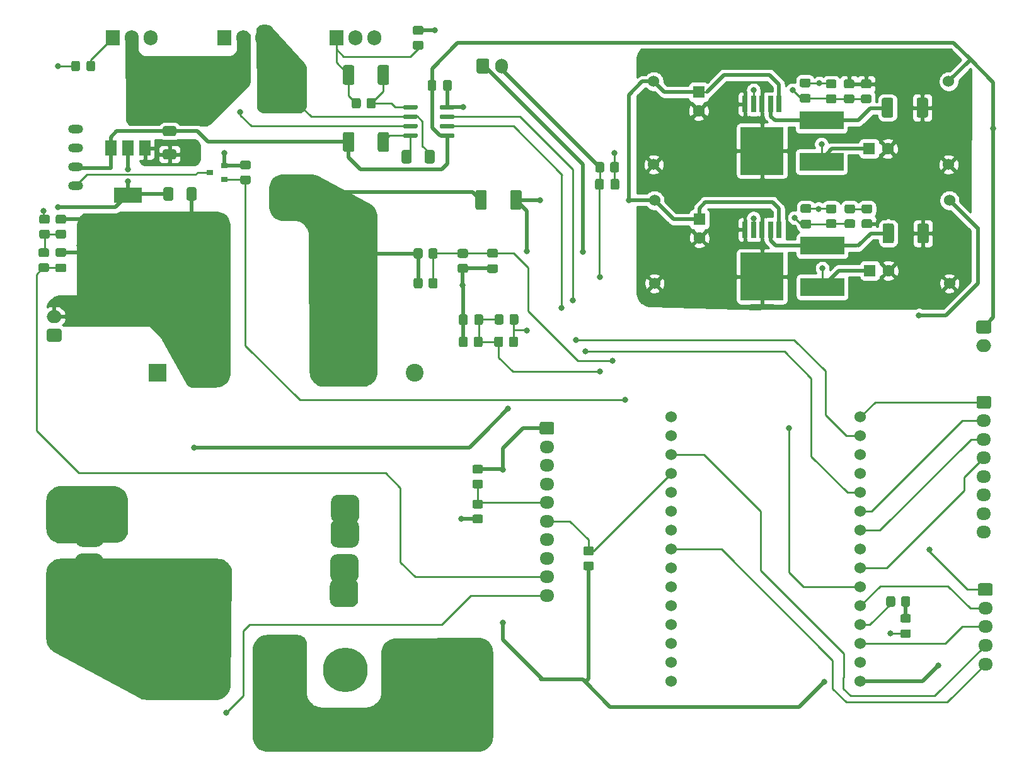
<source format=gbr>
%TF.GenerationSoftware,KiCad,Pcbnew,(5.1.10)-1*%
%TF.CreationDate,2022-09-19T20:48:06-07:00*%
%TF.ProjectId,MPPT_1KW_ESP32_ggmV3,4d505054-5f31-44b5-975f-45535033325f,rev?*%
%TF.SameCoordinates,Original*%
%TF.FileFunction,Copper,L1,Top*%
%TF.FilePolarity,Positive*%
%FSLAX46Y46*%
G04 Gerber Fmt 4.6, Leading zero omitted, Abs format (unit mm)*
G04 Created by KiCad (PCBNEW (5.1.10)-1) date 2022-09-19 20:48:06*
%MOMM*%
%LPD*%
G01*
G04 APERTURE LIST*
%TA.AperFunction,ComponentPad*%
%ADD10O,2.000000X1.700000*%
%TD*%
%TA.AperFunction,ComponentPad*%
%ADD11O,1.950000X1.700000*%
%TD*%
%TA.AperFunction,ComponentPad*%
%ADD12C,1.524000*%
%TD*%
%TA.AperFunction,ComponentPad*%
%ADD13C,1.600000*%
%TD*%
%TA.AperFunction,ComponentPad*%
%ADD14R,1.600000X1.600000*%
%TD*%
%TA.AperFunction,SMDPad,CuDef*%
%ADD15R,5.800000X6.400000*%
%TD*%
%TA.AperFunction,SMDPad,CuDef*%
%ADD16R,0.800000X2.200000*%
%TD*%
%TA.AperFunction,SMDPad,CuDef*%
%ADD17R,5.900000X2.450000*%
%TD*%
%TA.AperFunction,ComponentPad*%
%ADD18O,2.000000X1.200000*%
%TD*%
%TA.AperFunction,ComponentPad*%
%ADD19C,6.000000*%
%TD*%
%TA.AperFunction,ComponentPad*%
%ADD20C,2.400000*%
%TD*%
%TA.AperFunction,ComponentPad*%
%ADD21R,2.400000X2.400000*%
%TD*%
%TA.AperFunction,ComponentPad*%
%ADD22C,3.600000*%
%TD*%
%TA.AperFunction,SMDPad,CuDef*%
%ADD23R,0.900000X0.800000*%
%TD*%
%TA.AperFunction,ComponentPad*%
%ADD24O,1.700000X2.000000*%
%TD*%
%TA.AperFunction,SMDPad,CuDef*%
%ADD25R,1.500000X2.000000*%
%TD*%
%TA.AperFunction,SMDPad,CuDef*%
%ADD26R,3.800000X2.000000*%
%TD*%
%TA.AperFunction,ComponentPad*%
%ADD27O,1.905000X2.000000*%
%TD*%
%TA.AperFunction,ComponentPad*%
%ADD28R,1.905000X2.000000*%
%TD*%
%TA.AperFunction,ViaPad*%
%ADD29C,0.800000*%
%TD*%
%TA.AperFunction,Conductor*%
%ADD30C,0.250000*%
%TD*%
%TA.AperFunction,Conductor*%
%ADD31C,0.500000*%
%TD*%
%TA.AperFunction,Conductor*%
%ADD32C,0.254000*%
%TD*%
%TA.AperFunction,Conductor*%
%ADD33C,0.100000*%
%TD*%
G04 APERTURE END LIST*
D10*
%TO.P,J8,2*%
%TO.N,BattNeg*%
X93100000Y-110500000D03*
%TO.P,J8,1*%
%TO.N,+5V*%
%TA.AperFunction,ComponentPad*%
G36*
G01*
X93850000Y-113850000D02*
X92350000Y-113850000D01*
G75*
G02*
X92100000Y-113600000I0J250000D01*
G01*
X92100000Y-112400000D01*
G75*
G02*
X92350000Y-112150000I250000J0D01*
G01*
X93850000Y-112150000D01*
G75*
G02*
X94100000Y-112400000I0J-250000D01*
G01*
X94100000Y-113600000D01*
G75*
G02*
X93850000Y-113850000I-250000J0D01*
G01*
G37*
%TD.AperFunction*%
%TD*%
%TO.P,D4,2*%
%TO.N,/BatPos_Fused*%
%TA.AperFunction,SMDPad,CuDef*%
G36*
G01*
X151225000Y-93724999D02*
X151225000Y-95875001D01*
G75*
G02*
X150975001Y-96125000I-249999J0D01*
G01*
X149949999Y-96125000D01*
G75*
G02*
X149700000Y-95875001I0J249999D01*
G01*
X149700000Y-93724999D01*
G75*
G02*
X149949999Y-93475000I249999J0D01*
G01*
X150975001Y-93475000D01*
G75*
G02*
X151225000Y-93724999I0J-249999D01*
G01*
G37*
%TD.AperFunction*%
%TO.P,D4,1*%
%TO.N,+VDC*%
%TA.AperFunction,SMDPad,CuDef*%
G36*
G01*
X155900000Y-93724999D02*
X155900000Y-95875001D01*
G75*
G02*
X155650001Y-96125000I-249999J0D01*
G01*
X154624999Y-96125000D01*
G75*
G02*
X154375000Y-95875001I0J249999D01*
G01*
X154375000Y-93724999D01*
G75*
G02*
X154624999Y-93475000I249999J0D01*
G01*
X155650001Y-93475000D01*
G75*
G02*
X155900000Y-93724999I0J-249999D01*
G01*
G37*
%TD.AperFunction*%
%TD*%
D11*
%TO.P,J6,5*%
%TO.N,TRST*%
X218200000Y-157200000D03*
%TO.P,J6,4*%
%TO.N,TINT*%
X218200000Y-154700000D03*
%TO.P,J6,3*%
%TO.N,Net-(J6-Pad3)*%
X218200000Y-152200000D03*
%TO.P,J6,2*%
%TO.N,Net-(J6-Pad2)*%
X218200000Y-149700000D03*
%TO.P,J6,1*%
%TO.N,Net-(J6-Pad1)*%
%TA.AperFunction,ComponentPad*%
G36*
G01*
X217475000Y-146350000D02*
X218925000Y-146350000D01*
G75*
G02*
X219175000Y-146600000I0J-250000D01*
G01*
X219175000Y-147800000D01*
G75*
G02*
X218925000Y-148050000I-250000J0D01*
G01*
X217475000Y-148050000D01*
G75*
G02*
X217225000Y-147800000I0J250000D01*
G01*
X217225000Y-146600000D01*
G75*
G02*
X217475000Y-146350000I250000J0D01*
G01*
G37*
%TD.AperFunction*%
%TD*%
%TO.P,R24,2*%
%TO.N,BattNeg*%
%TA.AperFunction,SMDPad,CuDef*%
G36*
G01*
X202650001Y-79800000D02*
X201749999Y-79800000D01*
G75*
G02*
X201500000Y-79550001I0J249999D01*
G01*
X201500000Y-78849999D01*
G75*
G02*
X201749999Y-78600000I249999J0D01*
G01*
X202650001Y-78600000D01*
G75*
G02*
X202900000Y-78849999I0J-249999D01*
G01*
X202900000Y-79550001D01*
G75*
G02*
X202650001Y-79800000I-249999J0D01*
G01*
G37*
%TD.AperFunction*%
%TO.P,R24,1*%
%TO.N,Net-(C16-Pad2)*%
%TA.AperFunction,SMDPad,CuDef*%
G36*
G01*
X202650001Y-81800000D02*
X201749999Y-81800000D01*
G75*
G02*
X201500000Y-81550001I0J249999D01*
G01*
X201500000Y-80849999D01*
G75*
G02*
X201749999Y-80600000I249999J0D01*
G01*
X202650001Y-80600000D01*
G75*
G02*
X202900000Y-80849999I0J-249999D01*
G01*
X202900000Y-81550001D01*
G75*
G02*
X202650001Y-81800000I-249999J0D01*
G01*
G37*
%TD.AperFunction*%
%TD*%
%TO.P,R23,2*%
%TO.N,BattNeg*%
%TA.AperFunction,SMDPad,CuDef*%
G36*
G01*
X201849999Y-97400000D02*
X202750001Y-97400000D01*
G75*
G02*
X203000000Y-97649999I0J-249999D01*
G01*
X203000000Y-98350001D01*
G75*
G02*
X202750001Y-98600000I-249999J0D01*
G01*
X201849999Y-98600000D01*
G75*
G02*
X201600000Y-98350001I0J249999D01*
G01*
X201600000Y-97649999D01*
G75*
G02*
X201849999Y-97400000I249999J0D01*
G01*
G37*
%TD.AperFunction*%
%TO.P,R23,1*%
%TO.N,Net-(R22-Pad2)*%
%TA.AperFunction,SMDPad,CuDef*%
G36*
G01*
X201849999Y-95400000D02*
X202750001Y-95400000D01*
G75*
G02*
X203000000Y-95649999I0J-249999D01*
G01*
X203000000Y-96350001D01*
G75*
G02*
X202750001Y-96600000I-249999J0D01*
G01*
X201849999Y-96600000D01*
G75*
G02*
X201600000Y-96350001I0J249999D01*
G01*
X201600000Y-95649999D01*
G75*
G02*
X201849999Y-95400000I249999J0D01*
G01*
G37*
%TD.AperFunction*%
%TD*%
D12*
%TO.P,U9,4*%
%TO.N,BattNeg*%
X173762000Y-106036000D03*
%TO.P,U9,3*%
%TO.N,+VDC*%
X173762000Y-94860000D03*
%TO.P,U9,2*%
%TO.N,BattNeg*%
X213386000Y-106036000D03*
%TO.P,U9,1*%
%TO.N,VCC*%
X213386000Y-94860000D03*
%TD*%
%TO.P,U6,4*%
%TO.N,BattNeg*%
X173662000Y-90036000D03*
%TO.P,U6,3*%
%TO.N,+VDC*%
X173662000Y-78860000D03*
%TO.P,U6,2*%
%TO.N,BattNeg*%
X213286000Y-90036000D03*
%TO.P,U6,1*%
%TO.N,+12V*%
X213286000Y-78860000D03*
%TD*%
D13*
%TO.P,C19,2*%
%TO.N,BattNeg*%
X205100000Y-87900000D03*
D14*
%TO.P,C19,1*%
%TO.N,+12V*%
X202600000Y-87900000D03*
%TD*%
%TO.P,R22,2*%
%TO.N,Net-(R22-Pad2)*%
%TA.AperFunction,SMDPad,CuDef*%
G36*
G01*
X200450001Y-96600000D02*
X199549999Y-96600000D01*
G75*
G02*
X199300000Y-96350001I0J249999D01*
G01*
X199300000Y-95649999D01*
G75*
G02*
X199549999Y-95400000I249999J0D01*
G01*
X200450001Y-95400000D01*
G75*
G02*
X200700000Y-95649999I0J-249999D01*
G01*
X200700000Y-96350001D01*
G75*
G02*
X200450001Y-96600000I-249999J0D01*
G01*
G37*
%TD.AperFunction*%
%TO.P,R22,1*%
%TO.N,Net-(C18-Pad2)*%
%TA.AperFunction,SMDPad,CuDef*%
G36*
G01*
X200450001Y-98600000D02*
X199549999Y-98600000D01*
G75*
G02*
X199300000Y-98350001I0J249999D01*
G01*
X199300000Y-97649999D01*
G75*
G02*
X199549999Y-97400000I249999J0D01*
G01*
X200450001Y-97400000D01*
G75*
G02*
X200700000Y-97649999I0J-249999D01*
G01*
X200700000Y-98350001D01*
G75*
G02*
X200450001Y-98600000I-249999J0D01*
G01*
G37*
%TD.AperFunction*%
%TD*%
D15*
%TO.P,U5,3*%
%TO.N,BattNeg*%
X188200000Y-105100000D03*
D16*
%TO.P,U5,5*%
X185920000Y-98800000D03*
%TO.P,U5,4*%
%TO.N,Net-(C18-Pad2)*%
X187060000Y-98800000D03*
%TO.P,U5,3*%
%TO.N,BattNeg*%
X188200000Y-98800000D03*
%TO.P,U5,2*%
%TO.N,Net-(D9-Pad1)*%
X189340000Y-98800000D03*
%TO.P,U5,1*%
%TO.N,+VDC*%
X190480000Y-98800000D03*
%TD*%
D15*
%TO.P,U4,3*%
%TO.N,BattNeg*%
X188200000Y-88200000D03*
D16*
%TO.P,U4,5*%
X185920000Y-81900000D03*
%TO.P,U4,4*%
%TO.N,Net-(C16-Pad2)*%
X187060000Y-81900000D03*
%TO.P,U4,3*%
%TO.N,BattNeg*%
X188200000Y-81900000D03*
%TO.P,U4,2*%
%TO.N,Net-(D7-Pad1)*%
X189340000Y-81900000D03*
%TO.P,U4,1*%
%TO.N,+VDC*%
X190480000Y-81900000D03*
%TD*%
%TO.P,R21,2*%
%TO.N,Net-(C18-Pad2)*%
%TA.AperFunction,SMDPad,CuDef*%
G36*
G01*
X197049999Y-97400000D02*
X197950001Y-97400000D01*
G75*
G02*
X198200000Y-97649999I0J-249999D01*
G01*
X198200000Y-98350001D01*
G75*
G02*
X197950001Y-98600000I-249999J0D01*
G01*
X197049999Y-98600000D01*
G75*
G02*
X196800000Y-98350001I0J249999D01*
G01*
X196800000Y-97649999D01*
G75*
G02*
X197049999Y-97400000I249999J0D01*
G01*
G37*
%TD.AperFunction*%
%TO.P,R21,1*%
%TO.N,VCC*%
%TA.AperFunction,SMDPad,CuDef*%
G36*
G01*
X197049999Y-95400000D02*
X197950001Y-95400000D01*
G75*
G02*
X198200000Y-95649999I0J-249999D01*
G01*
X198200000Y-96350001D01*
G75*
G02*
X197950001Y-96600000I-249999J0D01*
G01*
X197049999Y-96600000D01*
G75*
G02*
X196800000Y-96350001I0J249999D01*
G01*
X196800000Y-95649999D01*
G75*
G02*
X197049999Y-95400000I249999J0D01*
G01*
G37*
%TD.AperFunction*%
%TD*%
%TO.P,R19,2*%
%TO.N,BattNeg*%
%TA.AperFunction,SMDPad,CuDef*%
G36*
G01*
X200350001Y-79800000D02*
X199449999Y-79800000D01*
G75*
G02*
X199200000Y-79550001I0J249999D01*
G01*
X199200000Y-78849999D01*
G75*
G02*
X199449999Y-78600000I249999J0D01*
G01*
X200350001Y-78600000D01*
G75*
G02*
X200600000Y-78849999I0J-249999D01*
G01*
X200600000Y-79550001D01*
G75*
G02*
X200350001Y-79800000I-249999J0D01*
G01*
G37*
%TD.AperFunction*%
%TO.P,R19,1*%
%TO.N,Net-(C16-Pad2)*%
%TA.AperFunction,SMDPad,CuDef*%
G36*
G01*
X200350001Y-81800000D02*
X199449999Y-81800000D01*
G75*
G02*
X199200000Y-81550001I0J249999D01*
G01*
X199200000Y-80849999D01*
G75*
G02*
X199449999Y-80600000I249999J0D01*
G01*
X200350001Y-80600000D01*
G75*
G02*
X200600000Y-80849999I0J-249999D01*
G01*
X200600000Y-81550001D01*
G75*
G02*
X200350001Y-81800000I-249999J0D01*
G01*
G37*
%TD.AperFunction*%
%TD*%
%TO.P,R18,2*%
%TO.N,Net-(C16-Pad2)*%
%TA.AperFunction,SMDPad,CuDef*%
G36*
G01*
X197049999Y-80600000D02*
X197950001Y-80600000D01*
G75*
G02*
X198200000Y-80849999I0J-249999D01*
G01*
X198200000Y-81550001D01*
G75*
G02*
X197950001Y-81800000I-249999J0D01*
G01*
X197049999Y-81800000D01*
G75*
G02*
X196800000Y-81550001I0J249999D01*
G01*
X196800000Y-80849999D01*
G75*
G02*
X197049999Y-80600000I249999J0D01*
G01*
G37*
%TD.AperFunction*%
%TO.P,R18,1*%
%TO.N,+12V*%
%TA.AperFunction,SMDPad,CuDef*%
G36*
G01*
X197049999Y-78600000D02*
X197950001Y-78600000D01*
G75*
G02*
X198200000Y-78849999I0J-249999D01*
G01*
X198200000Y-79550001D01*
G75*
G02*
X197950001Y-79800000I-249999J0D01*
G01*
X197049999Y-79800000D01*
G75*
G02*
X196800000Y-79550001I0J249999D01*
G01*
X196800000Y-78849999D01*
G75*
G02*
X197049999Y-78600000I249999J0D01*
G01*
G37*
%TD.AperFunction*%
%TD*%
D17*
%TO.P,L3,2*%
%TO.N,VCC*%
X196300000Y-106525000D03*
%TO.P,L3,1*%
%TO.N,Net-(D9-Pad1)*%
X196300000Y-100975000D03*
%TD*%
%TO.P,L2,2*%
%TO.N,+12V*%
X196200000Y-89675000D03*
%TO.P,L2,1*%
%TO.N,Net-(D7-Pad1)*%
X196200000Y-84125000D03*
%TD*%
%TO.P,D9,2*%
%TO.N,BattNeg*%
%TA.AperFunction,SMDPad,CuDef*%
G36*
G01*
X209075000Y-100375001D02*
X209075000Y-98224999D01*
G75*
G02*
X209324999Y-97975000I249999J0D01*
G01*
X210350001Y-97975000D01*
G75*
G02*
X210600000Y-98224999I0J-249999D01*
G01*
X210600000Y-100375001D01*
G75*
G02*
X210350001Y-100625000I-249999J0D01*
G01*
X209324999Y-100625000D01*
G75*
G02*
X209075000Y-100375001I0J249999D01*
G01*
G37*
%TD.AperFunction*%
%TO.P,D9,1*%
%TO.N,Net-(D9-Pad1)*%
%TA.AperFunction,SMDPad,CuDef*%
G36*
G01*
X204400000Y-100375001D02*
X204400000Y-98224999D01*
G75*
G02*
X204649999Y-97975000I249999J0D01*
G01*
X205675001Y-97975000D01*
G75*
G02*
X205925000Y-98224999I0J-249999D01*
G01*
X205925000Y-100375001D01*
G75*
G02*
X205675001Y-100625000I-249999J0D01*
G01*
X204649999Y-100625000D01*
G75*
G02*
X204400000Y-100375001I0J249999D01*
G01*
G37*
%TD.AperFunction*%
%TD*%
%TO.P,D7,2*%
%TO.N,BattNeg*%
%TA.AperFunction,SMDPad,CuDef*%
G36*
G01*
X208975000Y-83475001D02*
X208975000Y-81324999D01*
G75*
G02*
X209224999Y-81075000I249999J0D01*
G01*
X210250001Y-81075000D01*
G75*
G02*
X210500000Y-81324999I0J-249999D01*
G01*
X210500000Y-83475001D01*
G75*
G02*
X210250001Y-83725000I-249999J0D01*
G01*
X209224999Y-83725000D01*
G75*
G02*
X208975000Y-83475001I0J249999D01*
G01*
G37*
%TD.AperFunction*%
%TO.P,D7,1*%
%TO.N,Net-(D7-Pad1)*%
%TA.AperFunction,SMDPad,CuDef*%
G36*
G01*
X204300000Y-83475001D02*
X204300000Y-81324999D01*
G75*
G02*
X204549999Y-81075000I249999J0D01*
G01*
X205575001Y-81075000D01*
G75*
G02*
X205825000Y-81324999I0J-249999D01*
G01*
X205825000Y-83475001D01*
G75*
G02*
X205575001Y-83725000I-249999J0D01*
G01*
X204549999Y-83725000D01*
G75*
G02*
X204300000Y-83475001I0J249999D01*
G01*
G37*
%TD.AperFunction*%
%TD*%
D13*
%TO.P,C21,2*%
%TO.N,BattNeg*%
X205200000Y-104300000D03*
D14*
%TO.P,C21,1*%
%TO.N,VCC*%
X202700000Y-104300000D03*
%TD*%
%TO.P,C18,2*%
%TO.N,Net-(C18-Pad2)*%
%TA.AperFunction,SMDPad,CuDef*%
G36*
G01*
X193625000Y-97450000D02*
X194575000Y-97450000D01*
G75*
G02*
X194825000Y-97700000I0J-250000D01*
G01*
X194825000Y-98375000D01*
G75*
G02*
X194575000Y-98625000I-250000J0D01*
G01*
X193625000Y-98625000D01*
G75*
G02*
X193375000Y-98375000I0J250000D01*
G01*
X193375000Y-97700000D01*
G75*
G02*
X193625000Y-97450000I250000J0D01*
G01*
G37*
%TD.AperFunction*%
%TO.P,C18,1*%
%TO.N,VCC*%
%TA.AperFunction,SMDPad,CuDef*%
G36*
G01*
X193625000Y-95375000D02*
X194575000Y-95375000D01*
G75*
G02*
X194825000Y-95625000I0J-250000D01*
G01*
X194825000Y-96300000D01*
G75*
G02*
X194575000Y-96550000I-250000J0D01*
G01*
X193625000Y-96550000D01*
G75*
G02*
X193375000Y-96300000I0J250000D01*
G01*
X193375000Y-95625000D01*
G75*
G02*
X193625000Y-95375000I250000J0D01*
G01*
G37*
%TD.AperFunction*%
%TD*%
%TO.P,C16,2*%
%TO.N,Net-(C16-Pad2)*%
%TA.AperFunction,SMDPad,CuDef*%
G36*
G01*
X193525000Y-80550000D02*
X194475000Y-80550000D01*
G75*
G02*
X194725000Y-80800000I0J-250000D01*
G01*
X194725000Y-81475000D01*
G75*
G02*
X194475000Y-81725000I-250000J0D01*
G01*
X193525000Y-81725000D01*
G75*
G02*
X193275000Y-81475000I0J250000D01*
G01*
X193275000Y-80800000D01*
G75*
G02*
X193525000Y-80550000I250000J0D01*
G01*
G37*
%TD.AperFunction*%
%TO.P,C16,1*%
%TO.N,+12V*%
%TA.AperFunction,SMDPad,CuDef*%
G36*
G01*
X193525000Y-78475000D02*
X194475000Y-78475000D01*
G75*
G02*
X194725000Y-78725000I0J-250000D01*
G01*
X194725000Y-79400000D01*
G75*
G02*
X194475000Y-79650000I-250000J0D01*
G01*
X193525000Y-79650000D01*
G75*
G02*
X193275000Y-79400000I0J250000D01*
G01*
X193275000Y-78725000D01*
G75*
G02*
X193525000Y-78475000I250000J0D01*
G01*
G37*
%TD.AperFunction*%
%TD*%
D13*
%TO.P,C15,2*%
%TO.N,BattNeg*%
X179800000Y-99900000D03*
D14*
%TO.P,C15,1*%
%TO.N,+VDC*%
X179800000Y-97400000D03*
%TD*%
D13*
%TO.P,C14,2*%
%TO.N,BattNeg*%
X179700000Y-82800000D03*
D14*
%TO.P,C14,1*%
%TO.N,+VDC*%
X179700000Y-80300000D03*
%TD*%
%TO.P,F2,2*%
%TO.N,BattPos*%
%TA.AperFunction,ComponentPad*%
G36*
G01*
X131097500Y-145745000D02*
X133002500Y-145745000D01*
G75*
G02*
X133955000Y-146697500I0J-952500D01*
G01*
X133955000Y-148602500D01*
G75*
G02*
X133002500Y-149555000I-952500J0D01*
G01*
X131097500Y-149555000D01*
G75*
G02*
X130145000Y-148602500I0J952500D01*
G01*
X130145000Y-146697500D01*
G75*
G02*
X131097500Y-145745000I952500J0D01*
G01*
G37*
%TD.AperFunction*%
%TA.AperFunction,ComponentPad*%
G36*
G01*
X131143500Y-142445000D02*
X133048500Y-142445000D01*
G75*
G02*
X134001000Y-143397500I0J-952500D01*
G01*
X134001000Y-145302500D01*
G75*
G02*
X133048500Y-146255000I-952500J0D01*
G01*
X131143500Y-146255000D01*
G75*
G02*
X130191000Y-145302500I0J952500D01*
G01*
X130191000Y-143397500D01*
G75*
G02*
X131143500Y-142445000I952500J0D01*
G01*
G37*
%TD.AperFunction*%
%TO.P,F2,1*%
%TO.N,/BatPos_Fused*%
%TA.AperFunction,ComponentPad*%
G36*
G01*
X131197500Y-137745000D02*
X133102500Y-137745000D01*
G75*
G02*
X134055000Y-138697500I0J-952500D01*
G01*
X134055000Y-140602500D01*
G75*
G02*
X133102500Y-141555000I-952500J0D01*
G01*
X131197500Y-141555000D01*
G75*
G02*
X130245000Y-140602500I0J952500D01*
G01*
X130245000Y-138697500D01*
G75*
G02*
X131197500Y-137745000I952500J0D01*
G01*
G37*
%TD.AperFunction*%
%TA.AperFunction,ComponentPad*%
G36*
G01*
X131243500Y-134445000D02*
X133148500Y-134445000D01*
G75*
G02*
X134101000Y-135397500I0J-952500D01*
G01*
X134101000Y-137302500D01*
G75*
G02*
X133148500Y-138255000I-952500J0D01*
G01*
X131243500Y-138255000D01*
G75*
G02*
X130291000Y-137302500I0J952500D01*
G01*
X130291000Y-135397500D01*
G75*
G02*
X131243500Y-134445000I952500J0D01*
G01*
G37*
%TD.AperFunction*%
%TD*%
%TO.P,F1,2*%
%TO.N,/SolarPos_Fused*%
%TA.AperFunction,ComponentPad*%
G36*
G01*
X98852500Y-138155000D02*
X96947500Y-138155000D01*
G75*
G02*
X95995000Y-137202500I0J952500D01*
G01*
X95995000Y-135297500D01*
G75*
G02*
X96947500Y-134345000I952500J0D01*
G01*
X98852500Y-134345000D01*
G75*
G02*
X99805000Y-135297500I0J-952500D01*
G01*
X99805000Y-137202500D01*
G75*
G02*
X98852500Y-138155000I-952500J0D01*
G01*
G37*
%TD.AperFunction*%
%TA.AperFunction,ComponentPad*%
G36*
G01*
X98806500Y-141455000D02*
X96901500Y-141455000D01*
G75*
G02*
X95949000Y-140502500I0J952500D01*
G01*
X95949000Y-138597500D01*
G75*
G02*
X96901500Y-137645000I952500J0D01*
G01*
X98806500Y-137645000D01*
G75*
G02*
X99759000Y-138597500I0J-952500D01*
G01*
X99759000Y-140502500D01*
G75*
G02*
X98806500Y-141455000I-952500J0D01*
G01*
G37*
%TD.AperFunction*%
%TO.P,F1,1*%
%TO.N,SolarPos*%
%TA.AperFunction,ComponentPad*%
G36*
G01*
X98752500Y-146155000D02*
X96847500Y-146155000D01*
G75*
G02*
X95895000Y-145202500I0J952500D01*
G01*
X95895000Y-143297500D01*
G75*
G02*
X96847500Y-142345000I952500J0D01*
G01*
X98752500Y-142345000D01*
G75*
G02*
X99705000Y-143297500I0J-952500D01*
G01*
X99705000Y-145202500D01*
G75*
G02*
X98752500Y-146155000I-952500J0D01*
G01*
G37*
%TD.AperFunction*%
%TA.AperFunction,ComponentPad*%
G36*
G01*
X98706500Y-149455000D02*
X96801500Y-149455000D01*
G75*
G02*
X95849000Y-148502500I0J952500D01*
G01*
X95849000Y-146597500D01*
G75*
G02*
X96801500Y-145645000I952500J0D01*
G01*
X98706500Y-145645000D01*
G75*
G02*
X99659000Y-146597500I0J-952500D01*
G01*
X99659000Y-148502500D01*
G75*
G02*
X98706500Y-149455000I-952500J0D01*
G01*
G37*
%TD.AperFunction*%
%TD*%
D18*
%TO.P,U2,4*%
%TO.N,Net-(C4-Pad2)*%
X96000000Y-85290000D03*
%TO.P,U2,3*%
%TO.N,Net-(C4-Pad1)*%
X96000000Y-87830000D03*
%TO.P,U2,2*%
%TO.N,+12V*%
X96000000Y-90370000D03*
%TO.P,U2,1*%
%TO.N,Net-(C3-Pad1)*%
X96000000Y-92910000D03*
%TD*%
D19*
%TO.P,J1,4*%
%TO.N,BattNeg*%
X141750000Y-158000000D03*
%TO.P,J1,3*%
%TO.N,BattPos*%
X132250000Y-158000000D03*
%TO.P,J1,2*%
%TO.N,BattNeg*%
X122750000Y-158000000D03*
%TO.P,J1,1*%
%TO.N,SolarPos*%
X113250000Y-158000000D03*
%TD*%
D20*
%TO.P,C8,2*%
%TO.N,BattNeg*%
X141500000Y-118000000D03*
D21*
%TO.P,C8,1*%
%TO.N,/BatPos_Fused*%
X134000000Y-118000000D03*
%TD*%
D20*
%TO.P,C7,2*%
%TO.N,BattNeg*%
X114500000Y-118000000D03*
D21*
%TO.P,C7,1*%
%TO.N,/SolarPos_Fused*%
X107000000Y-118000000D03*
%TD*%
%TO.P,R17,2*%
%TO.N,+VDC*%
%TA.AperFunction,SMDPad,CuDef*%
G36*
G01*
X154220000Y-114330001D02*
X154220000Y-113429999D01*
G75*
G02*
X154469999Y-113180000I249999J0D01*
G01*
X155170001Y-113180000D01*
G75*
G02*
X155420000Y-113429999I0J-249999D01*
G01*
X155420000Y-114330001D01*
G75*
G02*
X155170001Y-114580000I-249999J0D01*
G01*
X154469999Y-114580000D01*
G75*
G02*
X154220000Y-114330001I0J249999D01*
G01*
G37*
%TD.AperFunction*%
%TO.P,R17,1*%
%TO.N,/A0*%
%TA.AperFunction,SMDPad,CuDef*%
G36*
G01*
X152220000Y-114330001D02*
X152220000Y-113429999D01*
G75*
G02*
X152469999Y-113180000I249999J0D01*
G01*
X153170001Y-113180000D01*
G75*
G02*
X153420000Y-113429999I0J-249999D01*
G01*
X153420000Y-114330001D01*
G75*
G02*
X153170001Y-114580000I-249999J0D01*
G01*
X152469999Y-114580000D01*
G75*
G02*
X152220000Y-114330001I0J249999D01*
G01*
G37*
%TD.AperFunction*%
%TD*%
%TO.P,R16,2*%
%TO.N,+VDC*%
%TA.AperFunction,SMDPad,CuDef*%
G36*
G01*
X154280000Y-111320001D02*
X154280000Y-110419999D01*
G75*
G02*
X154529999Y-110170000I249999J0D01*
G01*
X155230001Y-110170000D01*
G75*
G02*
X155480000Y-110419999I0J-249999D01*
G01*
X155480000Y-111320001D01*
G75*
G02*
X155230001Y-111570000I-249999J0D01*
G01*
X154529999Y-111570000D01*
G75*
G02*
X154280000Y-111320001I0J249999D01*
G01*
G37*
%TD.AperFunction*%
%TO.P,R16,1*%
%TO.N,/A0*%
%TA.AperFunction,SMDPad,CuDef*%
G36*
G01*
X152280000Y-111320001D02*
X152280000Y-110419999D01*
G75*
G02*
X152529999Y-110170000I249999J0D01*
G01*
X153230001Y-110170000D01*
G75*
G02*
X153480000Y-110419999I0J-249999D01*
G01*
X153480000Y-111320001D01*
G75*
G02*
X153230001Y-111570000I-249999J0D01*
G01*
X152529999Y-111570000D01*
G75*
G02*
X152280000Y-111320001I0J249999D01*
G01*
G37*
%TD.AperFunction*%
%TD*%
%TO.P,R15,2*%
%TO.N,/A0*%
%TA.AperFunction,SMDPad,CuDef*%
G36*
G01*
X149470000Y-114330001D02*
X149470000Y-113429999D01*
G75*
G02*
X149719999Y-113180000I249999J0D01*
G01*
X150420001Y-113180000D01*
G75*
G02*
X150670000Y-113429999I0J-249999D01*
G01*
X150670000Y-114330001D01*
G75*
G02*
X150420001Y-114580000I-249999J0D01*
G01*
X149719999Y-114580000D01*
G75*
G02*
X149470000Y-114330001I0J249999D01*
G01*
G37*
%TD.AperFunction*%
%TO.P,R15,1*%
%TO.N,BattNeg*%
%TA.AperFunction,SMDPad,CuDef*%
G36*
G01*
X147470000Y-114330001D02*
X147470000Y-113429999D01*
G75*
G02*
X147719999Y-113180000I249999J0D01*
G01*
X148420001Y-113180000D01*
G75*
G02*
X148670000Y-113429999I0J-249999D01*
G01*
X148670000Y-114330001D01*
G75*
G02*
X148420001Y-114580000I-249999J0D01*
G01*
X147719999Y-114580000D01*
G75*
G02*
X147470000Y-114330001I0J249999D01*
G01*
G37*
%TD.AperFunction*%
%TD*%
%TO.P,C17,2*%
%TO.N,/A0*%
%TA.AperFunction,SMDPad,CuDef*%
G36*
G01*
X149550000Y-111375000D02*
X149550000Y-110425000D01*
G75*
G02*
X149800000Y-110175000I250000J0D01*
G01*
X150475000Y-110175000D01*
G75*
G02*
X150725000Y-110425000I0J-250000D01*
G01*
X150725000Y-111375000D01*
G75*
G02*
X150475000Y-111625000I-250000J0D01*
G01*
X149800000Y-111625000D01*
G75*
G02*
X149550000Y-111375000I0J250000D01*
G01*
G37*
%TD.AperFunction*%
%TO.P,C17,1*%
%TO.N,BattNeg*%
%TA.AperFunction,SMDPad,CuDef*%
G36*
G01*
X147475000Y-111375000D02*
X147475000Y-110425000D01*
G75*
G02*
X147725000Y-110175000I250000J0D01*
G01*
X148400000Y-110175000D01*
G75*
G02*
X148650000Y-110425000I0J-250000D01*
G01*
X148650000Y-111375000D01*
G75*
G02*
X148400000Y-111625000I-250000J0D01*
G01*
X147725000Y-111625000D01*
G75*
G02*
X147475000Y-111375000I0J250000D01*
G01*
G37*
%TD.AperFunction*%
%TD*%
%TO.P,C10,2*%
%TO.N,Net-(C10-Pad2)*%
%TA.AperFunction,SMDPad,CuDef*%
G36*
G01*
X142900000Y-89650002D02*
X142900000Y-88349998D01*
G75*
G02*
X143149998Y-88100000I249998J0D01*
G01*
X143975002Y-88100000D01*
G75*
G02*
X144225000Y-88349998I0J-249998D01*
G01*
X144225000Y-89650002D01*
G75*
G02*
X143975002Y-89900000I-249998J0D01*
G01*
X143149998Y-89900000D01*
G75*
G02*
X142900000Y-89650002I0J249998D01*
G01*
G37*
%TD.AperFunction*%
%TO.P,C10,1*%
%TO.N,Net-(C10-Pad1)*%
%TA.AperFunction,SMDPad,CuDef*%
G36*
G01*
X139775000Y-89650002D02*
X139775000Y-88349998D01*
G75*
G02*
X140024998Y-88100000I249998J0D01*
G01*
X140850002Y-88100000D01*
G75*
G02*
X141100000Y-88349998I0J-249998D01*
G01*
X141100000Y-89650002D01*
G75*
G02*
X140850002Y-89900000I-249998J0D01*
G01*
X140024998Y-89900000D01*
G75*
G02*
X139775000Y-89650002I0J249998D01*
G01*
G37*
%TD.AperFunction*%
%TD*%
D22*
%TO.P,L1,2*%
%TO.N,/BatPos_Fused*%
X125000000Y-93700000D03*
%TO.P,L1,1*%
%TO.N,Net-(C10-Pad2)*%
X125000000Y-81000000D03*
%TD*%
%TO.P,C9,2*%
%TO.N,BattNeg*%
%TA.AperFunction,SMDPad,CuDef*%
G36*
G01*
X94475000Y-102450000D02*
X93525000Y-102450000D01*
G75*
G02*
X93275000Y-102200000I0J250000D01*
G01*
X93275000Y-101525000D01*
G75*
G02*
X93525000Y-101275000I250000J0D01*
G01*
X94475000Y-101275000D01*
G75*
G02*
X94725000Y-101525000I0J-250000D01*
G01*
X94725000Y-102200000D01*
G75*
G02*
X94475000Y-102450000I-250000J0D01*
G01*
G37*
%TD.AperFunction*%
%TO.P,C9,1*%
%TO.N,A2*%
%TA.AperFunction,SMDPad,CuDef*%
G36*
G01*
X94475000Y-104525000D02*
X93525000Y-104525000D01*
G75*
G02*
X93275000Y-104275000I0J250000D01*
G01*
X93275000Y-103600000D01*
G75*
G02*
X93525000Y-103350000I250000J0D01*
G01*
X94475000Y-103350000D01*
G75*
G02*
X94725000Y-103600000I0J-250000D01*
G01*
X94725000Y-104275000D01*
G75*
G02*
X94475000Y-104525000I-250000J0D01*
G01*
G37*
%TD.AperFunction*%
%TD*%
%TO.P,U7,8*%
%TO.N,Net-(C10-Pad1)*%
%TA.AperFunction,SMDPad,CuDef*%
G36*
G01*
X141930000Y-86005000D02*
X141930000Y-86305000D01*
G75*
G02*
X141780000Y-86455000I-150000J0D01*
G01*
X140130000Y-86455000D01*
G75*
G02*
X139980000Y-86305000I0J150000D01*
G01*
X139980000Y-86005000D01*
G75*
G02*
X140130000Y-85855000I150000J0D01*
G01*
X141780000Y-85855000D01*
G75*
G02*
X141930000Y-86005000I0J-150000D01*
G01*
G37*
%TD.AperFunction*%
%TO.P,U7,7*%
%TO.N,Net-(D1-Pad1)*%
%TA.AperFunction,SMDPad,CuDef*%
G36*
G01*
X141930000Y-84735000D02*
X141930000Y-85035000D01*
G75*
G02*
X141780000Y-85185000I-150000J0D01*
G01*
X140130000Y-85185000D01*
G75*
G02*
X139980000Y-85035000I0J150000D01*
G01*
X139980000Y-84735000D01*
G75*
G02*
X140130000Y-84585000I150000J0D01*
G01*
X141780000Y-84585000D01*
G75*
G02*
X141930000Y-84735000I0J-150000D01*
G01*
G37*
%TD.AperFunction*%
%TO.P,U7,6*%
%TO.N,Net-(C10-Pad2)*%
%TA.AperFunction,SMDPad,CuDef*%
G36*
G01*
X141930000Y-83465000D02*
X141930000Y-83765000D01*
G75*
G02*
X141780000Y-83915000I-150000J0D01*
G01*
X140130000Y-83915000D01*
G75*
G02*
X139980000Y-83765000I0J150000D01*
G01*
X139980000Y-83465000D01*
G75*
G02*
X140130000Y-83315000I150000J0D01*
G01*
X141780000Y-83315000D01*
G75*
G02*
X141930000Y-83465000I0J-150000D01*
G01*
G37*
%TD.AperFunction*%
%TO.P,U7,5*%
%TO.N,Net-(D2-Pad1)*%
%TA.AperFunction,SMDPad,CuDef*%
G36*
G01*
X141930000Y-82195000D02*
X141930000Y-82495000D01*
G75*
G02*
X141780000Y-82645000I-150000J0D01*
G01*
X140130000Y-82645000D01*
G75*
G02*
X139980000Y-82495000I0J150000D01*
G01*
X139980000Y-82195000D01*
G75*
G02*
X140130000Y-82045000I150000J0D01*
G01*
X141780000Y-82045000D01*
G75*
G02*
X141930000Y-82195000I0J-150000D01*
G01*
G37*
%TD.AperFunction*%
%TO.P,U7,4*%
%TO.N,BattNeg*%
%TA.AperFunction,SMDPad,CuDef*%
G36*
G01*
X146880000Y-82195000D02*
X146880000Y-82495000D01*
G75*
G02*
X146730000Y-82645000I-150000J0D01*
G01*
X145080000Y-82645000D01*
G75*
G02*
X144930000Y-82495000I0J150000D01*
G01*
X144930000Y-82195000D01*
G75*
G02*
X145080000Y-82045000I150000J0D01*
G01*
X146730000Y-82045000D01*
G75*
G02*
X146880000Y-82195000I0J-150000D01*
G01*
G37*
%TD.AperFunction*%
%TO.P,U7,3*%
%TO.N,GPIO32*%
%TA.AperFunction,SMDPad,CuDef*%
G36*
G01*
X146880000Y-83465000D02*
X146880000Y-83765000D01*
G75*
G02*
X146730000Y-83915000I-150000J0D01*
G01*
X145080000Y-83915000D01*
G75*
G02*
X144930000Y-83765000I0J150000D01*
G01*
X144930000Y-83465000D01*
G75*
G02*
X145080000Y-83315000I150000J0D01*
G01*
X146730000Y-83315000D01*
G75*
G02*
X146880000Y-83465000I0J-150000D01*
G01*
G37*
%TD.AperFunction*%
%TO.P,U7,2*%
%TO.N,GPIO33*%
%TA.AperFunction,SMDPad,CuDef*%
G36*
G01*
X146880000Y-84735000D02*
X146880000Y-85035000D01*
G75*
G02*
X146730000Y-85185000I-150000J0D01*
G01*
X145080000Y-85185000D01*
G75*
G02*
X144930000Y-85035000I0J150000D01*
G01*
X144930000Y-84735000D01*
G75*
G02*
X145080000Y-84585000I150000J0D01*
G01*
X146730000Y-84585000D01*
G75*
G02*
X146880000Y-84735000I0J-150000D01*
G01*
G37*
%TD.AperFunction*%
%TO.P,U7,1*%
%TO.N,+12V*%
%TA.AperFunction,SMDPad,CuDef*%
G36*
G01*
X146880000Y-86005000D02*
X146880000Y-86305000D01*
G75*
G02*
X146730000Y-86455000I-150000J0D01*
G01*
X145080000Y-86455000D01*
G75*
G02*
X144930000Y-86305000I0J150000D01*
G01*
X144930000Y-86005000D01*
G75*
G02*
X145080000Y-85855000I150000J0D01*
G01*
X146730000Y-85855000D01*
G75*
G02*
X146880000Y-86005000I0J-150000D01*
G01*
G37*
%TD.AperFunction*%
%TD*%
D11*
%TO.P,J5,10*%
%TO.N,A3*%
X159300000Y-148000000D03*
%TO.P,J5,9*%
%TO.N,A2*%
X159300000Y-145500000D03*
%TO.P,J5,8*%
%TO.N,A1*%
X159300000Y-143000000D03*
%TO.P,J5,7*%
%TO.N,/A0*%
X159300000Y-140500000D03*
%TO.P,J5,6*%
%TO.N,GPIO34*%
X159300000Y-138000000D03*
%TO.P,J5,5*%
%TO.N,/Address*%
X159300000Y-135500000D03*
%TO.P,J5,4*%
%TO.N,SDA*%
X159300000Y-133000000D03*
%TO.P,J5,3*%
%TO.N,SCL*%
X159300000Y-130500000D03*
%TO.P,J5,2*%
%TO.N,BattNeg*%
X159300000Y-128000000D03*
%TO.P,J5,1*%
%TO.N,+3V3*%
%TA.AperFunction,ComponentPad*%
G36*
G01*
X158575000Y-124650000D02*
X160025000Y-124650000D01*
G75*
G02*
X160275000Y-124900000I0J-250000D01*
G01*
X160275000Y-126100000D01*
G75*
G02*
X160025000Y-126350000I-250000J0D01*
G01*
X158575000Y-126350000D01*
G75*
G02*
X158325000Y-126100000I0J250000D01*
G01*
X158325000Y-124900000D01*
G75*
G02*
X158575000Y-124650000I250000J0D01*
G01*
G37*
%TD.AperFunction*%
%TD*%
%TO.P,R39,2*%
%TO.N,BattNeg*%
%TA.AperFunction,SMDPad,CuDef*%
G36*
G01*
X149549999Y-137100000D02*
X150450001Y-137100000D01*
G75*
G02*
X150700000Y-137349999I0J-249999D01*
G01*
X150700000Y-138050001D01*
G75*
G02*
X150450001Y-138300000I-249999J0D01*
G01*
X149549999Y-138300000D01*
G75*
G02*
X149300000Y-138050001I0J249999D01*
G01*
X149300000Y-137349999D01*
G75*
G02*
X149549999Y-137100000I249999J0D01*
G01*
G37*
%TD.AperFunction*%
%TO.P,R39,1*%
%TO.N,/Address*%
%TA.AperFunction,SMDPad,CuDef*%
G36*
G01*
X149549999Y-135100000D02*
X150450001Y-135100000D01*
G75*
G02*
X150700000Y-135349999I0J-249999D01*
G01*
X150700000Y-136050001D01*
G75*
G02*
X150450001Y-136300000I-249999J0D01*
G01*
X149549999Y-136300000D01*
G75*
G02*
X149300000Y-136050001I0J249999D01*
G01*
X149300000Y-135349999D01*
G75*
G02*
X149549999Y-135100000I249999J0D01*
G01*
G37*
%TD.AperFunction*%
%TD*%
%TO.P,R38,2*%
%TO.N,/Address*%
%TA.AperFunction,SMDPad,CuDef*%
G36*
G01*
X149549999Y-132400000D02*
X150450001Y-132400000D01*
G75*
G02*
X150700000Y-132649999I0J-249999D01*
G01*
X150700000Y-133350001D01*
G75*
G02*
X150450001Y-133600000I-249999J0D01*
G01*
X149549999Y-133600000D01*
G75*
G02*
X149300000Y-133350001I0J249999D01*
G01*
X149300000Y-132649999D01*
G75*
G02*
X149549999Y-132400000I249999J0D01*
G01*
G37*
%TD.AperFunction*%
%TO.P,R38,1*%
%TO.N,+3V3*%
%TA.AperFunction,SMDPad,CuDef*%
G36*
G01*
X149549999Y-130400000D02*
X150450001Y-130400000D01*
G75*
G02*
X150700000Y-130649999I0J-249999D01*
G01*
X150700000Y-131350001D01*
G75*
G02*
X150450001Y-131600000I-249999J0D01*
G01*
X149549999Y-131600000D01*
G75*
G02*
X149300000Y-131350001I0J249999D01*
G01*
X149300000Y-130649999D01*
G75*
G02*
X149549999Y-130400000I249999J0D01*
G01*
G37*
%TD.AperFunction*%
%TD*%
%TO.P,C12,2*%
%TO.N,BattNeg*%
%TA.AperFunction,SMDPad,CuDef*%
G36*
G01*
X167850000Y-93175000D02*
X167850000Y-92225000D01*
G75*
G02*
X168100000Y-91975000I250000J0D01*
G01*
X168775000Y-91975000D01*
G75*
G02*
X169025000Y-92225000I0J-250000D01*
G01*
X169025000Y-93175000D01*
G75*
G02*
X168775000Y-93425000I-250000J0D01*
G01*
X168100000Y-93425000D01*
G75*
G02*
X167850000Y-93175000I0J250000D01*
G01*
G37*
%TD.AperFunction*%
%TO.P,C12,1*%
%TO.N,Net-(C12-Pad1)*%
%TA.AperFunction,SMDPad,CuDef*%
G36*
G01*
X165775000Y-93175000D02*
X165775000Y-92225000D01*
G75*
G02*
X166025000Y-91975000I250000J0D01*
G01*
X166700000Y-91975000D01*
G75*
G02*
X166950000Y-92225000I0J-250000D01*
G01*
X166950000Y-93175000D01*
G75*
G02*
X166700000Y-93425000I-250000J0D01*
G01*
X166025000Y-93425000D01*
G75*
G02*
X165775000Y-93175000I0J250000D01*
G01*
G37*
%TD.AperFunction*%
%TD*%
%TO.P,D3,2*%
%TO.N,+12V*%
%TA.AperFunction,SMDPad,CuDef*%
G36*
G01*
X133425000Y-85924999D02*
X133425000Y-88075001D01*
G75*
G02*
X133175001Y-88325000I-249999J0D01*
G01*
X132149999Y-88325000D01*
G75*
G02*
X131900000Y-88075001I0J249999D01*
G01*
X131900000Y-85924999D01*
G75*
G02*
X132149999Y-85675000I249999J0D01*
G01*
X133175001Y-85675000D01*
G75*
G02*
X133425000Y-85924999I0J-249999D01*
G01*
G37*
%TD.AperFunction*%
%TO.P,D3,1*%
%TO.N,Net-(C10-Pad1)*%
%TA.AperFunction,SMDPad,CuDef*%
G36*
G01*
X138100000Y-85924999D02*
X138100000Y-88075001D01*
G75*
G02*
X137850001Y-88325000I-249999J0D01*
G01*
X136824999Y-88325000D01*
G75*
G02*
X136575000Y-88075001I0J249999D01*
G01*
X136575000Y-85924999D01*
G75*
G02*
X136824999Y-85675000I249999J0D01*
G01*
X137850001Y-85675000D01*
G75*
G02*
X138100000Y-85924999I0J-249999D01*
G01*
G37*
%TD.AperFunction*%
%TD*%
%TO.P,D2,2*%
%TO.N,Net-(D2-Pad2)*%
%TA.AperFunction,SMDPad,CuDef*%
G36*
G01*
X133425000Y-76924999D02*
X133425000Y-79075001D01*
G75*
G02*
X133175001Y-79325000I-249999J0D01*
G01*
X132149999Y-79325000D01*
G75*
G02*
X131900000Y-79075001I0J249999D01*
G01*
X131900000Y-76924999D01*
G75*
G02*
X132149999Y-76675000I249999J0D01*
G01*
X133175001Y-76675000D01*
G75*
G02*
X133425000Y-76924999I0J-249999D01*
G01*
G37*
%TD.AperFunction*%
%TO.P,D2,1*%
%TO.N,Net-(D2-Pad1)*%
%TA.AperFunction,SMDPad,CuDef*%
G36*
G01*
X138100000Y-76924999D02*
X138100000Y-79075001D01*
G75*
G02*
X137850001Y-79325000I-249999J0D01*
G01*
X136824999Y-79325000D01*
G75*
G02*
X136575000Y-79075001I0J249999D01*
G01*
X136575000Y-76924999D01*
G75*
G02*
X136824999Y-76675000I249999J0D01*
G01*
X137850001Y-76675000D01*
G75*
G02*
X138100000Y-76924999I0J-249999D01*
G01*
G37*
%TD.AperFunction*%
%TD*%
D12*
%TO.P,U8,30*%
%TO.N,GPIO23*%
X201400000Y-124000000D03*
%TO.P,U8,29*%
%TO.N,SCL*%
X201400000Y-126540000D03*
%TO.P,U8,28*%
%TO.N,Net-(U8-Pad28)*%
X201400000Y-129080000D03*
%TO.P,U8,27*%
%TO.N,Net-(U8-Pad27)*%
X201400000Y-131620000D03*
%TO.P,U8,26*%
%TO.N,SDA*%
X201400000Y-134160000D03*
%TO.P,U8,25*%
%TO.N,GPIO19*%
X201400000Y-136700000D03*
%TO.P,U8,24*%
%TO.N,GPIO18*%
X201400000Y-139240000D03*
%TO.P,U8,23*%
%TO.N,Net-(J6-Pad1)*%
X201400000Y-141780000D03*
%TO.P,U8,22*%
%TO.N,GPIO17*%
X201400000Y-144320000D03*
%TO.P,U8,21*%
%TO.N,/Sheet2/FAN*%
X201400000Y-146860000D03*
%TO.P,U8,20*%
%TO.N,Net-(J6-Pad2)*%
X201400000Y-149400000D03*
%TO.P,U8,19*%
%TO.N,Net-(R36-Pad2)*%
X201400000Y-151940000D03*
%TO.P,U8,18*%
%TO.N,Net-(J6-Pad3)*%
X201400000Y-154480000D03*
%TO.P,U8,17*%
%TO.N,BattNeg*%
X201400000Y-157020000D03*
%TO.P,U8,16*%
%TO.N,+3V3*%
X201400000Y-159560000D03*
%TO.P,U8,1*%
%TO.N,Net-(U8-Pad1)*%
X176000000Y-124000000D03*
%TO.P,U8,15*%
%TO.N,+5VP*%
X176000000Y-159560000D03*
%TO.P,U8,14*%
%TO.N,BattNeg*%
X176000000Y-157020000D03*
%TO.P,U8,13*%
%TO.N,Net-(U8-Pad13)*%
X176000000Y-154480000D03*
%TO.P,U8,12*%
%TO.N,Net-(U8-Pad12)*%
X176000000Y-151940000D03*
%TO.P,U8,11*%
%TO.N,Net-(U8-Pad11)*%
X176000000Y-149400000D03*
%TO.P,U8,10*%
%TO.N,GPIO27*%
X176000000Y-146860000D03*
%TO.P,U8,9*%
%TO.N,Net-(U8-Pad9)*%
X176000000Y-144320000D03*
%TO.P,U8,8*%
%TO.N,TRST*%
X176000000Y-141780000D03*
%TO.P,U8,7*%
%TO.N,GPIO33*%
X176000000Y-139240000D03*
%TO.P,U8,6*%
%TO.N,GPIO32*%
X176000000Y-136700000D03*
%TO.P,U8,5*%
%TO.N,Net-(C12-Pad1)*%
X176000000Y-134160000D03*
%TO.P,U8,4*%
%TO.N,GPIO34*%
X176000000Y-131620000D03*
%TO.P,U8,3*%
%TO.N,TINT*%
X176000000Y-129080000D03*
%TO.P,U8,2*%
%TO.N,Net-(U8-Pad2)*%
X176000000Y-126540000D03*
%TD*%
%TO.P,R36,2*%
%TO.N,Net-(R36-Pad2)*%
%TA.AperFunction,SMDPad,CuDef*%
G36*
G01*
X206100000Y-148349999D02*
X206100000Y-149250001D01*
G75*
G02*
X205850001Y-149500000I-249999J0D01*
G01*
X205149999Y-149500000D01*
G75*
G02*
X204900000Y-149250001I0J249999D01*
G01*
X204900000Y-148349999D01*
G75*
G02*
X205149999Y-148100000I249999J0D01*
G01*
X205850001Y-148100000D01*
G75*
G02*
X206100000Y-148349999I0J-249999D01*
G01*
G37*
%TD.AperFunction*%
%TO.P,R36,1*%
%TO.N,Net-(D51-Pad2)*%
%TA.AperFunction,SMDPad,CuDef*%
G36*
G01*
X208100000Y-148349999D02*
X208100000Y-149250001D01*
G75*
G02*
X207850001Y-149500000I-249999J0D01*
G01*
X207149999Y-149500000D01*
G75*
G02*
X206900000Y-149250001I0J249999D01*
G01*
X206900000Y-148349999D01*
G75*
G02*
X207149999Y-148100000I249999J0D01*
G01*
X207850001Y-148100000D01*
G75*
G02*
X208100000Y-148349999I0J-249999D01*
G01*
G37*
%TD.AperFunction*%
%TD*%
%TO.P,R12,2*%
%TO.N,BattNeg*%
%TA.AperFunction,SMDPad,CuDef*%
G36*
G01*
X167800000Y-90850001D02*
X167800000Y-89949999D01*
G75*
G02*
X168049999Y-89700000I249999J0D01*
G01*
X168750001Y-89700000D01*
G75*
G02*
X169000000Y-89949999I0J-249999D01*
G01*
X169000000Y-90850001D01*
G75*
G02*
X168750001Y-91100000I-249999J0D01*
G01*
X168049999Y-91100000D01*
G75*
G02*
X167800000Y-90850001I0J249999D01*
G01*
G37*
%TD.AperFunction*%
%TO.P,R12,1*%
%TO.N,Net-(C12-Pad1)*%
%TA.AperFunction,SMDPad,CuDef*%
G36*
G01*
X165800000Y-90850001D02*
X165800000Y-89949999D01*
G75*
G02*
X166049999Y-89700000I249999J0D01*
G01*
X166750001Y-89700000D01*
G75*
G02*
X167000000Y-89949999I0J-249999D01*
G01*
X167000000Y-90850001D01*
G75*
G02*
X166750001Y-91100000I-249999J0D01*
G01*
X166049999Y-91100000D01*
G75*
G02*
X165800000Y-90850001I0J249999D01*
G01*
G37*
%TD.AperFunction*%
%TD*%
D23*
%TO.P,Q4,3*%
%TO.N,Net-(C3-Pad1)*%
X114000000Y-91100000D03*
%TO.P,Q4,2*%
%TO.N,BattNeg*%
X116000000Y-90150000D03*
%TO.P,Q4,1*%
%TO.N,GPIO27*%
X116000000Y-92050000D03*
%TD*%
D10*
%TO.P,J4,2*%
%TO.N,Net-(J4-Pad2)*%
X218000000Y-114400000D03*
%TO.P,J4,1*%
%TO.N,+12V*%
%TA.AperFunction,ComponentPad*%
G36*
G01*
X217250000Y-111050000D02*
X218750000Y-111050000D01*
G75*
G02*
X219000000Y-111300000I0J-250000D01*
G01*
X219000000Y-112500000D01*
G75*
G02*
X218750000Y-112750000I-250000J0D01*
G01*
X217250000Y-112750000D01*
G75*
G02*
X217000000Y-112500000I0J250000D01*
G01*
X217000000Y-111300000D01*
G75*
G02*
X217250000Y-111050000I250000J0D01*
G01*
G37*
%TD.AperFunction*%
%TD*%
D24*
%TO.P,J3,2*%
%TO.N,Net-(C12-Pad1)*%
X153200000Y-76800000D03*
%TO.P,J3,1*%
%TO.N,+3V3*%
%TA.AperFunction,ComponentPad*%
G36*
G01*
X149850000Y-77550000D02*
X149850000Y-76050000D01*
G75*
G02*
X150100000Y-75800000I250000J0D01*
G01*
X151300000Y-75800000D01*
G75*
G02*
X151550000Y-76050000I0J-250000D01*
G01*
X151550000Y-77550000D01*
G75*
G02*
X151300000Y-77800000I-250000J0D01*
G01*
X150100000Y-77800000D01*
G75*
G02*
X149850000Y-77550000I0J250000D01*
G01*
G37*
%TD.AperFunction*%
%TD*%
D11*
%TO.P,J2,8*%
%TO.N,BattNeg*%
X218000000Y-139500000D03*
%TO.P,J2,7*%
%TO.N,+3V3*%
X218000000Y-137000000D03*
%TO.P,J2,6*%
%TO.N,SDA*%
X218000000Y-134500000D03*
%TO.P,J2,5*%
%TO.N,SCL*%
X218000000Y-132000000D03*
%TO.P,J2,4*%
%TO.N,GPIO17*%
X218000000Y-129500000D03*
%TO.P,J2,3*%
%TO.N,GPIO18*%
X218000000Y-127000000D03*
%TO.P,J2,2*%
%TO.N,GPIO19*%
X218000000Y-124500000D03*
%TO.P,J2,1*%
%TO.N,GPIO23*%
%TA.AperFunction,ComponentPad*%
G36*
G01*
X217275000Y-121150000D02*
X218725000Y-121150000D01*
G75*
G02*
X218975000Y-121400000I0J-250000D01*
G01*
X218975000Y-122600000D01*
G75*
G02*
X218725000Y-122850000I-250000J0D01*
G01*
X217275000Y-122850000D01*
G75*
G02*
X217025000Y-122600000I0J250000D01*
G01*
X217025000Y-121400000D01*
G75*
G02*
X217275000Y-121150000I250000J0D01*
G01*
G37*
%TD.AperFunction*%
%TD*%
%TO.P,D51,2*%
%TO.N,Net-(D51-Pad2)*%
%TA.AperFunction,SMDPad,CuDef*%
G36*
G01*
X207950001Y-151650000D02*
X207049999Y-151650000D01*
G75*
G02*
X206800000Y-151400001I0J249999D01*
G01*
X206800000Y-150749999D01*
G75*
G02*
X207049999Y-150500000I249999J0D01*
G01*
X207950001Y-150500000D01*
G75*
G02*
X208200000Y-150749999I0J-249999D01*
G01*
X208200000Y-151400001D01*
G75*
G02*
X207950001Y-151650000I-249999J0D01*
G01*
G37*
%TD.AperFunction*%
%TO.P,D51,1*%
%TO.N,BattNeg*%
%TA.AperFunction,SMDPad,CuDef*%
G36*
G01*
X207950001Y-153700000D02*
X207049999Y-153700000D01*
G75*
G02*
X206800000Y-153450001I0J249999D01*
G01*
X206800000Y-152799999D01*
G75*
G02*
X207049999Y-152550000I249999J0D01*
G01*
X207950001Y-152550000D01*
G75*
G02*
X208200000Y-152799999I0J-249999D01*
G01*
X208200000Y-153450001D01*
G75*
G02*
X207950001Y-153700000I-249999J0D01*
G01*
G37*
%TD.AperFunction*%
%TD*%
D25*
%TO.P,U3,1*%
%TO.N,BattNeg*%
X105300000Y-87850000D03*
%TO.P,U3,3*%
%TO.N,+12V*%
X100700000Y-87850000D03*
%TO.P,U3,2*%
%TO.N,+5V*%
X103000000Y-87850000D03*
D26*
X103000000Y-94150000D03*
%TD*%
%TO.P,R34,2*%
%TO.N,BattNeg*%
%TA.AperFunction,SMDPad,CuDef*%
G36*
G01*
X147549999Y-103400000D02*
X148450001Y-103400000D01*
G75*
G02*
X148700000Y-103649999I0J-249999D01*
G01*
X148700000Y-104350001D01*
G75*
G02*
X148450001Y-104600000I-249999J0D01*
G01*
X147549999Y-104600000D01*
G75*
G02*
X147300000Y-104350001I0J249999D01*
G01*
X147300000Y-103649999D01*
G75*
G02*
X147549999Y-103400000I249999J0D01*
G01*
G37*
%TD.AperFunction*%
%TO.P,R34,1*%
%TO.N,A1*%
%TA.AperFunction,SMDPad,CuDef*%
G36*
G01*
X147549999Y-101400000D02*
X148450001Y-101400000D01*
G75*
G02*
X148700000Y-101649999I0J-249999D01*
G01*
X148700000Y-102350001D01*
G75*
G02*
X148450001Y-102600000I-249999J0D01*
G01*
X147549999Y-102600000D01*
G75*
G02*
X147300000Y-102350001I0J249999D01*
G01*
X147300000Y-101649999D01*
G75*
G02*
X147549999Y-101400000I249999J0D01*
G01*
G37*
%TD.AperFunction*%
%TD*%
%TO.P,R33,2*%
%TO.N,A1*%
%TA.AperFunction,SMDPad,CuDef*%
G36*
G01*
X143400000Y-106450001D02*
X143400000Y-105549999D01*
G75*
G02*
X143649999Y-105300000I249999J0D01*
G01*
X144350001Y-105300000D01*
G75*
G02*
X144600000Y-105549999I0J-249999D01*
G01*
X144600000Y-106450001D01*
G75*
G02*
X144350001Y-106700000I-249999J0D01*
G01*
X143649999Y-106700000D01*
G75*
G02*
X143400000Y-106450001I0J249999D01*
G01*
G37*
%TD.AperFunction*%
%TO.P,R33,1*%
%TO.N,/BatPos_Fused*%
%TA.AperFunction,SMDPad,CuDef*%
G36*
G01*
X141400000Y-106450001D02*
X141400000Y-105549999D01*
G75*
G02*
X141649999Y-105300000I249999J0D01*
G01*
X142350001Y-105300000D01*
G75*
G02*
X142600000Y-105549999I0J-249999D01*
G01*
X142600000Y-106450001D01*
G75*
G02*
X142350001Y-106700000I-249999J0D01*
G01*
X141649999Y-106700000D01*
G75*
G02*
X141400000Y-106450001I0J249999D01*
G01*
G37*
%TD.AperFunction*%
%TD*%
%TO.P,R32,2*%
%TO.N,A1*%
%TA.AperFunction,SMDPad,CuDef*%
G36*
G01*
X143400000Y-102450001D02*
X143400000Y-101549999D01*
G75*
G02*
X143649999Y-101300000I249999J0D01*
G01*
X144350001Y-101300000D01*
G75*
G02*
X144600000Y-101549999I0J-249999D01*
G01*
X144600000Y-102450001D01*
G75*
G02*
X144350001Y-102700000I-249999J0D01*
G01*
X143649999Y-102700000D01*
G75*
G02*
X143400000Y-102450001I0J249999D01*
G01*
G37*
%TD.AperFunction*%
%TO.P,R32,1*%
%TO.N,/BatPos_Fused*%
%TA.AperFunction,SMDPad,CuDef*%
G36*
G01*
X141400000Y-102450001D02*
X141400000Y-101549999D01*
G75*
G02*
X141649999Y-101300000I249999J0D01*
G01*
X142350001Y-101300000D01*
G75*
G02*
X142600000Y-101549999I0J-249999D01*
G01*
X142600000Y-102450001D01*
G75*
G02*
X142350001Y-102700000I-249999J0D01*
G01*
X141649999Y-102700000D01*
G75*
G02*
X141400000Y-102450001I0J249999D01*
G01*
G37*
%TD.AperFunction*%
%TD*%
%TO.P,R31,2*%
%TO.N,GPIO34*%
%TA.AperFunction,SMDPad,CuDef*%
G36*
G01*
X165350001Y-142600000D02*
X164449999Y-142600000D01*
G75*
G02*
X164200000Y-142350001I0J249999D01*
G01*
X164200000Y-141649999D01*
G75*
G02*
X164449999Y-141400000I249999J0D01*
G01*
X165350001Y-141400000D01*
G75*
G02*
X165600000Y-141649999I0J-249999D01*
G01*
X165600000Y-142350001D01*
G75*
G02*
X165350001Y-142600000I-249999J0D01*
G01*
G37*
%TD.AperFunction*%
%TO.P,R31,1*%
%TO.N,+3V3*%
%TA.AperFunction,SMDPad,CuDef*%
G36*
G01*
X165350001Y-144600000D02*
X164449999Y-144600000D01*
G75*
G02*
X164200000Y-144350001I0J249999D01*
G01*
X164200000Y-143649999D01*
G75*
G02*
X164449999Y-143400000I249999J0D01*
G01*
X165350001Y-143400000D01*
G75*
G02*
X165600000Y-143649999I0J-249999D01*
G01*
X165600000Y-144350001D01*
G75*
G02*
X165350001Y-144600000I-249999J0D01*
G01*
G37*
%TD.AperFunction*%
%TD*%
%TO.P,R11,2*%
%TO.N,BattNeg*%
%TA.AperFunction,SMDPad,CuDef*%
G36*
G01*
X142450001Y-72600000D02*
X141549999Y-72600000D01*
G75*
G02*
X141300000Y-72350001I0J249999D01*
G01*
X141300000Y-71649999D01*
G75*
G02*
X141549999Y-71400000I249999J0D01*
G01*
X142450001Y-71400000D01*
G75*
G02*
X142700000Y-71649999I0J-249999D01*
G01*
X142700000Y-72350001D01*
G75*
G02*
X142450001Y-72600000I-249999J0D01*
G01*
G37*
%TD.AperFunction*%
%TO.P,R11,1*%
%TO.N,Net-(D2-Pad2)*%
%TA.AperFunction,SMDPad,CuDef*%
G36*
G01*
X142450001Y-74600000D02*
X141549999Y-74600000D01*
G75*
G02*
X141300000Y-74350001I0J249999D01*
G01*
X141300000Y-73649999D01*
G75*
G02*
X141549999Y-73400000I249999J0D01*
G01*
X142450001Y-73400000D01*
G75*
G02*
X142700000Y-73649999I0J-249999D01*
G01*
X142700000Y-74350001D01*
G75*
G02*
X142450001Y-74600000I-249999J0D01*
G01*
G37*
%TD.AperFunction*%
%TD*%
%TO.P,R10,2*%
%TO.N,Net-(D2-Pad1)*%
%TA.AperFunction,SMDPad,CuDef*%
G36*
G01*
X135100000Y-82250001D02*
X135100000Y-81349999D01*
G75*
G02*
X135349999Y-81100000I249999J0D01*
G01*
X136050001Y-81100000D01*
G75*
G02*
X136300000Y-81349999I0J-249999D01*
G01*
X136300000Y-82250001D01*
G75*
G02*
X136050001Y-82500000I-249999J0D01*
G01*
X135349999Y-82500000D01*
G75*
G02*
X135100000Y-82250001I0J249999D01*
G01*
G37*
%TD.AperFunction*%
%TO.P,R10,1*%
%TO.N,Net-(D2-Pad2)*%
%TA.AperFunction,SMDPad,CuDef*%
G36*
G01*
X133100000Y-82250001D02*
X133100000Y-81349999D01*
G75*
G02*
X133349999Y-81100000I249999J0D01*
G01*
X134050001Y-81100000D01*
G75*
G02*
X134300000Y-81349999I0J-249999D01*
G01*
X134300000Y-82250001D01*
G75*
G02*
X134050001Y-82500000I-249999J0D01*
G01*
X133349999Y-82500000D01*
G75*
G02*
X133100000Y-82250001I0J249999D01*
G01*
G37*
%TD.AperFunction*%
%TD*%
%TO.P,R7,2*%
%TO.N,BattNeg*%
%TA.AperFunction,SMDPad,CuDef*%
G36*
G01*
X119250001Y-90700000D02*
X118349999Y-90700000D01*
G75*
G02*
X118100000Y-90450001I0J249999D01*
G01*
X118100000Y-89749999D01*
G75*
G02*
X118349999Y-89500000I249999J0D01*
G01*
X119250001Y-89500000D01*
G75*
G02*
X119500000Y-89749999I0J-249999D01*
G01*
X119500000Y-90450001D01*
G75*
G02*
X119250001Y-90700000I-249999J0D01*
G01*
G37*
%TD.AperFunction*%
%TO.P,R7,1*%
%TO.N,GPIO27*%
%TA.AperFunction,SMDPad,CuDef*%
G36*
G01*
X119250001Y-92700000D02*
X118349999Y-92700000D01*
G75*
G02*
X118100000Y-92450001I0J249999D01*
G01*
X118100000Y-91749999D01*
G75*
G02*
X118349999Y-91500000I249999J0D01*
G01*
X119250001Y-91500000D01*
G75*
G02*
X119500000Y-91749999I0J-249999D01*
G01*
X119500000Y-92450001D01*
G75*
G02*
X119250001Y-92700000I-249999J0D01*
G01*
G37*
%TD.AperFunction*%
%TD*%
%TO.P,R5,2*%
%TO.N,A2*%
%TA.AperFunction,SMDPad,CuDef*%
G36*
G01*
X91249999Y-103300000D02*
X92150001Y-103300000D01*
G75*
G02*
X92400000Y-103549999I0J-249999D01*
G01*
X92400000Y-104250001D01*
G75*
G02*
X92150001Y-104500000I-249999J0D01*
G01*
X91249999Y-104500000D01*
G75*
G02*
X91000000Y-104250001I0J249999D01*
G01*
X91000000Y-103549999D01*
G75*
G02*
X91249999Y-103300000I249999J0D01*
G01*
G37*
%TD.AperFunction*%
%TO.P,R5,1*%
%TO.N,Net-(R3-Pad2)*%
%TA.AperFunction,SMDPad,CuDef*%
G36*
G01*
X91249999Y-101300000D02*
X92150001Y-101300000D01*
G75*
G02*
X92400000Y-101549999I0J-249999D01*
G01*
X92400000Y-102250001D01*
G75*
G02*
X92150001Y-102500000I-249999J0D01*
G01*
X91249999Y-102500000D01*
G75*
G02*
X91000000Y-102250001I0J249999D01*
G01*
X91000000Y-101549999D01*
G75*
G02*
X91249999Y-101300000I249999J0D01*
G01*
G37*
%TD.AperFunction*%
%TD*%
%TO.P,R4,2*%
%TO.N,BattNeg*%
%TA.AperFunction,SMDPad,CuDef*%
G36*
G01*
X94450001Y-98000000D02*
X93549999Y-98000000D01*
G75*
G02*
X93300000Y-97750001I0J249999D01*
G01*
X93300000Y-97049999D01*
G75*
G02*
X93549999Y-96800000I249999J0D01*
G01*
X94450001Y-96800000D01*
G75*
G02*
X94700000Y-97049999I0J-249999D01*
G01*
X94700000Y-97750001D01*
G75*
G02*
X94450001Y-98000000I-249999J0D01*
G01*
G37*
%TD.AperFunction*%
%TO.P,R4,1*%
%TO.N,Net-(R3-Pad2)*%
%TA.AperFunction,SMDPad,CuDef*%
G36*
G01*
X94450001Y-100000000D02*
X93549999Y-100000000D01*
G75*
G02*
X93300000Y-99750001I0J249999D01*
G01*
X93300000Y-99049999D01*
G75*
G02*
X93549999Y-98800000I249999J0D01*
G01*
X94450001Y-98800000D01*
G75*
G02*
X94700000Y-99049999I0J-249999D01*
G01*
X94700000Y-99750001D01*
G75*
G02*
X94450001Y-100000000I-249999J0D01*
G01*
G37*
%TD.AperFunction*%
%TD*%
%TO.P,R3,2*%
%TO.N,Net-(R3-Pad2)*%
%TA.AperFunction,SMDPad,CuDef*%
G36*
G01*
X91349999Y-98800000D02*
X92250001Y-98800000D01*
G75*
G02*
X92500000Y-99049999I0J-249999D01*
G01*
X92500000Y-99750001D01*
G75*
G02*
X92250001Y-100000000I-249999J0D01*
G01*
X91349999Y-100000000D01*
G75*
G02*
X91100000Y-99750001I0J249999D01*
G01*
X91100000Y-99049999D01*
G75*
G02*
X91349999Y-98800000I249999J0D01*
G01*
G37*
%TD.AperFunction*%
%TO.P,R3,1*%
%TO.N,Net-(R3-Pad1)*%
%TA.AperFunction,SMDPad,CuDef*%
G36*
G01*
X91349999Y-96800000D02*
X92250001Y-96800000D01*
G75*
G02*
X92500000Y-97049999I0J-249999D01*
G01*
X92500000Y-97750001D01*
G75*
G02*
X92250001Y-98000000I-249999J0D01*
G01*
X91349999Y-98000000D01*
G75*
G02*
X91100000Y-97750001I0J249999D01*
G01*
X91100000Y-97049999D01*
G75*
G02*
X91349999Y-96800000I249999J0D01*
G01*
G37*
%TD.AperFunction*%
%TD*%
D27*
%TO.P,Q3,3*%
%TO.N,BattNeg*%
X136080000Y-73000000D03*
%TO.P,Q3,2*%
%TO.N,Net-(C10-Pad2)*%
X133540000Y-73000000D03*
D28*
%TO.P,Q3,1*%
%TO.N,Net-(D2-Pad2)*%
X131000000Y-73000000D03*
%TD*%
D27*
%TO.P,Q2,3*%
%TO.N,Net-(C10-Pad2)*%
X121080000Y-73000000D03*
%TO.P,Q2,2*%
%TO.N,Net-(Q1-Pad2)*%
X118540000Y-73000000D03*
D28*
%TO.P,Q2,1*%
%TO.N,Net-(D1-Pad2)*%
X116000000Y-73000000D03*
%TD*%
D27*
%TO.P,Q1,3*%
%TO.N,Net-(C4-Pad1)*%
X106080000Y-73000000D03*
%TO.P,Q1,2*%
%TO.N,Net-(Q1-Pad2)*%
X103540000Y-73000000D03*
D28*
%TO.P,Q1,1*%
%TO.N,Net-(C4-Pad2)*%
X101000000Y-73000000D03*
%TD*%
%TO.P,D52,2*%
%TO.N,Net-(C4-Pad2)*%
%TA.AperFunction,SMDPad,CuDef*%
G36*
G01*
X97450000Y-77250001D02*
X97450000Y-76349999D01*
G75*
G02*
X97699999Y-76100000I249999J0D01*
G01*
X98350001Y-76100000D01*
G75*
G02*
X98600000Y-76349999I0J-249999D01*
G01*
X98600000Y-77250001D01*
G75*
G02*
X98350001Y-77500000I-249999J0D01*
G01*
X97699999Y-77500000D01*
G75*
G02*
X97450000Y-77250001I0J249999D01*
G01*
G37*
%TD.AperFunction*%
%TO.P,D52,1*%
%TO.N,Net-(D52-Pad1)*%
%TA.AperFunction,SMDPad,CuDef*%
G36*
G01*
X95400000Y-77250001D02*
X95400000Y-76349999D01*
G75*
G02*
X95649999Y-76100000I249999J0D01*
G01*
X96300001Y-76100000D01*
G75*
G02*
X96550000Y-76349999I0J-249999D01*
G01*
X96550000Y-77250001D01*
G75*
G02*
X96300001Y-77500000I-249999J0D01*
G01*
X95649999Y-77500000D01*
G75*
G02*
X95400000Y-77250001I0J249999D01*
G01*
G37*
%TD.AperFunction*%
%TD*%
%TO.P,C13,2*%
%TO.N,BattNeg*%
%TA.AperFunction,SMDPad,CuDef*%
G36*
G01*
X151525000Y-103450000D02*
X152475000Y-103450000D01*
G75*
G02*
X152725000Y-103700000I0J-250000D01*
G01*
X152725000Y-104375000D01*
G75*
G02*
X152475000Y-104625000I-250000J0D01*
G01*
X151525000Y-104625000D01*
G75*
G02*
X151275000Y-104375000I0J250000D01*
G01*
X151275000Y-103700000D01*
G75*
G02*
X151525000Y-103450000I250000J0D01*
G01*
G37*
%TD.AperFunction*%
%TO.P,C13,1*%
%TO.N,A1*%
%TA.AperFunction,SMDPad,CuDef*%
G36*
G01*
X151525000Y-101375000D02*
X152475000Y-101375000D01*
G75*
G02*
X152725000Y-101625000I0J-250000D01*
G01*
X152725000Y-102300000D01*
G75*
G02*
X152475000Y-102550000I-250000J0D01*
G01*
X151525000Y-102550000D01*
G75*
G02*
X151275000Y-102300000I0J250000D01*
G01*
X151275000Y-101625000D01*
G75*
G02*
X151525000Y-101375000I250000J0D01*
G01*
G37*
%TD.AperFunction*%
%TD*%
%TO.P,C11,2*%
%TO.N,BattNeg*%
%TA.AperFunction,SMDPad,CuDef*%
G36*
G01*
X145350000Y-79875000D02*
X145350000Y-78925000D01*
G75*
G02*
X145600000Y-78675000I250000J0D01*
G01*
X146275000Y-78675000D01*
G75*
G02*
X146525000Y-78925000I0J-250000D01*
G01*
X146525000Y-79875000D01*
G75*
G02*
X146275000Y-80125000I-250000J0D01*
G01*
X145600000Y-80125000D01*
G75*
G02*
X145350000Y-79875000I0J250000D01*
G01*
G37*
%TD.AperFunction*%
%TO.P,C11,1*%
%TO.N,+12V*%
%TA.AperFunction,SMDPad,CuDef*%
G36*
G01*
X143275000Y-79875000D02*
X143275000Y-78925000D01*
G75*
G02*
X143525000Y-78675000I250000J0D01*
G01*
X144200000Y-78675000D01*
G75*
G02*
X144450000Y-78925000I0J-250000D01*
G01*
X144450000Y-79875000D01*
G75*
G02*
X144200000Y-80125000I-250000J0D01*
G01*
X143525000Y-80125000D01*
G75*
G02*
X143275000Y-79875000I0J250000D01*
G01*
G37*
%TD.AperFunction*%
%TD*%
%TO.P,C6,2*%
%TO.N,BattNeg*%
%TA.AperFunction,SMDPad,CuDef*%
G36*
G01*
X110900000Y-94650002D02*
X110900000Y-93349998D01*
G75*
G02*
X111149998Y-93100000I249998J0D01*
G01*
X111975002Y-93100000D01*
G75*
G02*
X112225000Y-93349998I0J-249998D01*
G01*
X112225000Y-94650002D01*
G75*
G02*
X111975002Y-94900000I-249998J0D01*
G01*
X111149998Y-94900000D01*
G75*
G02*
X110900000Y-94650002I0J249998D01*
G01*
G37*
%TD.AperFunction*%
%TO.P,C6,1*%
%TO.N,+5V*%
%TA.AperFunction,SMDPad,CuDef*%
G36*
G01*
X107775000Y-94650002D02*
X107775000Y-93349998D01*
G75*
G02*
X108024998Y-93100000I249998J0D01*
G01*
X108850002Y-93100000D01*
G75*
G02*
X109100000Y-93349998I0J-249998D01*
G01*
X109100000Y-94650002D01*
G75*
G02*
X108850002Y-94900000I-249998J0D01*
G01*
X108024998Y-94900000D01*
G75*
G02*
X107775000Y-94650002I0J249998D01*
G01*
G37*
%TD.AperFunction*%
%TD*%
%TO.P,C5,2*%
%TO.N,BattNeg*%
%TA.AperFunction,SMDPad,CuDef*%
G36*
G01*
X107949998Y-88000000D02*
X109250002Y-88000000D01*
G75*
G02*
X109500000Y-88249998I0J-249998D01*
G01*
X109500000Y-89075002D01*
G75*
G02*
X109250002Y-89325000I-249998J0D01*
G01*
X107949998Y-89325000D01*
G75*
G02*
X107700000Y-89075002I0J249998D01*
G01*
X107700000Y-88249998D01*
G75*
G02*
X107949998Y-88000000I249998J0D01*
G01*
G37*
%TD.AperFunction*%
%TO.P,C5,1*%
%TO.N,+12V*%
%TA.AperFunction,SMDPad,CuDef*%
G36*
G01*
X107949998Y-84875000D02*
X109250002Y-84875000D01*
G75*
G02*
X109500000Y-85124998I0J-249998D01*
G01*
X109500000Y-85950002D01*
G75*
G02*
X109250002Y-86200000I-249998J0D01*
G01*
X107949998Y-86200000D01*
G75*
G02*
X107700000Y-85950002I0J249998D01*
G01*
X107700000Y-85124998D01*
G75*
G02*
X107949998Y-84875000I249998J0D01*
G01*
G37*
%TD.AperFunction*%
%TD*%
D29*
%TO.N,A3*%
X116250000Y-163750000D03*
%TO.N,+12V*%
X219300000Y-85200000D03*
X195900000Y-79100000D03*
X196200000Y-87300000D03*
%TO.N,+5V*%
X93600000Y-95800000D03*
X103000000Y-92300000D03*
X103000000Y-90675000D03*
%TO.N,Net-(C12-Pad1)*%
X166400000Y-105150000D03*
%TO.N,A1*%
X168100000Y-116400000D03*
%TO.N,+3V3*%
X211900000Y-157400000D03*
X153400000Y-151650000D03*
X153400000Y-131100000D03*
X164100000Y-101800000D03*
X196600000Y-159600000D03*
%TO.N,Net-(D1-Pad1)*%
X118100000Y-83000000D03*
%TO.N,GPIO27*%
X169800000Y-121700000D03*
%TO.N,Net-(R3-Pad1)*%
X91700000Y-96300000D03*
%TO.N,GPIO33*%
X161300000Y-109300000D03*
%TO.N,GPIO32*%
X162800000Y-108300000D03*
%TO.N,SCL*%
X163200000Y-113600000D03*
%TO.N,SDA*%
X164500000Y-115200000D03*
%TO.N,BattNeg*%
X116000000Y-88500000D03*
X111400000Y-88500000D03*
X111600000Y-97000000D03*
X148045000Y-82345000D03*
X148000000Y-106300000D03*
X144280000Y-71990000D03*
X96500000Y-100900000D03*
X147800000Y-137700000D03*
X168400000Y-88500000D03*
X175600000Y-75500000D03*
X212600000Y-75600000D03*
X187800000Y-75500000D03*
X201600000Y-75500000D03*
X172200000Y-98700000D03*
X205475000Y-153125000D03*
X111400000Y-87400000D03*
X111400000Y-89600000D03*
X112800000Y-97000000D03*
X114000000Y-97000000D03*
%TO.N,/Sheet2/FAN*%
X191800000Y-125500000D03*
%TO.N,Net-(D52-Pad1)*%
X93600000Y-76800000D03*
%TO.N,/A0*%
X166400000Y-117900000D03*
%TO.N,+VDC*%
X158400000Y-94800000D03*
X154100000Y-122900000D03*
X156600000Y-101700000D03*
X156600000Y-112400000D03*
X170300000Y-94800000D03*
X111900000Y-128100000D03*
%TO.N,Net-(C16-Pad2)*%
X187060000Y-80040000D03*
X192300000Y-80000000D03*
%TO.N,Net-(C18-Pad2)*%
X187060000Y-97260000D03*
X192600000Y-97200000D03*
%TO.N,VCC*%
X195800000Y-96000000D03*
X196300000Y-104000000D03*
X209300000Y-110300000D03*
%TO.N,Net-(J6-Pad1)*%
X210700000Y-141800000D03*
%TD*%
D30*
%TO.N,A3*%
X116250000Y-163750000D02*
X118500000Y-161500000D01*
X118500000Y-161500000D02*
X118500000Y-152750000D01*
X159300000Y-148000000D02*
X149100000Y-148000000D01*
X145200000Y-151900000D02*
X119350000Y-151900000D01*
X149100000Y-148000000D02*
X145200000Y-151900000D01*
X118500000Y-152750000D02*
X119350000Y-151900000D01*
D31*
%TO.N,+12V*%
X96192500Y-90562500D02*
X96000000Y-90370000D01*
X100700000Y-90525000D02*
X100737500Y-90562500D01*
X100700000Y-87850000D02*
X100700000Y-90525000D01*
X100737500Y-90562500D02*
X96192500Y-90562500D01*
X132662500Y-87000000D02*
X113800000Y-87000000D01*
X144930000Y-86155000D02*
X145905000Y-86155000D01*
X143862500Y-85087500D02*
X144930000Y-86155000D01*
X143862500Y-79400000D02*
X143862500Y-85087500D01*
X145905000Y-86155000D02*
X145905000Y-89945000D01*
X145905000Y-89945000D02*
X145170000Y-90680000D01*
X145170000Y-90680000D02*
X134220000Y-90680000D01*
X132662500Y-89122500D02*
X132662500Y-87000000D01*
X134220000Y-90680000D02*
X132662500Y-89122500D01*
X112337500Y-85537500D02*
X108600000Y-85537500D01*
X113800000Y-87000000D02*
X112337500Y-85537500D01*
X100700000Y-86350000D02*
X100700000Y-87850000D01*
X101512500Y-85537500D02*
X100700000Y-86350000D01*
X108600000Y-85537500D02*
X101512500Y-85537500D01*
X143862500Y-79400000D02*
X143862500Y-77117500D01*
X143862500Y-77117500D02*
X147320000Y-73660000D01*
X147320000Y-73660000D02*
X159840000Y-73660000D01*
X218000000Y-111900000D02*
X219300000Y-110600000D01*
X219300000Y-110600000D02*
X219300000Y-85300000D01*
X186340000Y-73660000D02*
X213960000Y-73660000D01*
X219300000Y-85300000D02*
X219300000Y-85200000D01*
X219300000Y-85300000D02*
X219300000Y-79000000D01*
X197412500Y-78912500D02*
X197500000Y-79000000D01*
X196200000Y-89675000D02*
X196200000Y-89300000D01*
X197600000Y-87900000D02*
X202600000Y-87900000D01*
X196200000Y-89300000D02*
X197600000Y-87900000D01*
X197362500Y-79062500D02*
X197500000Y-79200000D01*
X195862500Y-79062500D02*
X195900000Y-79100000D01*
D30*
X194000000Y-79062500D02*
X195862500Y-79062500D01*
X195862500Y-79062500D02*
X197362500Y-79062500D01*
X196200000Y-89675000D02*
X196200000Y-87300000D01*
D31*
X216200000Y-75946000D02*
X216200000Y-75900000D01*
X216200000Y-75900000D02*
X219300000Y-79000000D01*
X213286000Y-78860000D02*
X216200000Y-75946000D01*
X213960000Y-73660000D02*
X216200000Y-75900000D01*
X159840000Y-73660000D02*
X186690000Y-73660000D01*
D30*
%TO.N,Net-(C3-Pad1)*%
X97510000Y-91400000D02*
X96000000Y-92910000D01*
X112100000Y-91400000D02*
X97510000Y-91400000D01*
X112400000Y-91100000D02*
X112100000Y-91400000D01*
X114000000Y-91100000D02*
X112400000Y-91100000D01*
%TO.N,Net-(C4-Pad2)*%
X98025000Y-75975000D02*
X101000000Y-73000000D01*
X98025000Y-76800000D02*
X98025000Y-75975000D01*
D31*
%TO.N,+5V*%
X103150000Y-94000000D02*
X103000000Y-94150000D01*
X108437500Y-94000000D02*
X103150000Y-94000000D01*
X101350000Y-95800000D02*
X103000000Y-94150000D01*
X93600000Y-95800000D02*
X101350000Y-95800000D01*
X103000000Y-94150000D02*
X103000000Y-92300000D01*
X103000000Y-90675000D02*
X103000000Y-87850000D01*
D30*
%TO.N,A2*%
X93962500Y-103900000D02*
X94000000Y-103937500D01*
X91700000Y-103900000D02*
X93962500Y-103900000D01*
X96400000Y-131500000D02*
X137600000Y-131500000D01*
X139600000Y-143500000D02*
X141600000Y-145500000D01*
X139600000Y-133500000D02*
X139600000Y-143500000D01*
X137600000Y-131500000D02*
X139600000Y-133500000D01*
X141600000Y-145500000D02*
X159300000Y-145500000D01*
X91700000Y-103900000D02*
X91600000Y-103900000D01*
X91600000Y-103900000D02*
X90700000Y-104800000D01*
X90700000Y-125800000D02*
X96400000Y-131500000D01*
X90700000Y-104800000D02*
X90700000Y-125800000D01*
%TO.N,Net-(C10-Pad2)*%
X127615000Y-83615000D02*
X125000000Y-81000000D01*
X140955000Y-83615000D02*
X127615000Y-83615000D01*
X143037500Y-89000000D02*
X143037500Y-88087500D01*
X141930000Y-83615000D02*
X140955000Y-83615000D01*
X142580000Y-84265000D02*
X141930000Y-83615000D01*
X143562500Y-88502500D02*
X142580000Y-87520000D01*
X143562500Y-89000000D02*
X143562500Y-88502500D01*
X142580000Y-87520000D02*
X142580000Y-84265000D01*
X142580000Y-87630000D02*
X142580000Y-87520000D01*
%TO.N,Net-(C10-Pad1)*%
X138182500Y-86155000D02*
X137337500Y-87000000D01*
X140955000Y-86155000D02*
X138182500Y-86155000D01*
X140955000Y-88992500D02*
X140962500Y-89000000D01*
X140955000Y-88482500D02*
X140437500Y-89000000D01*
X140955000Y-86155000D02*
X140955000Y-88482500D01*
D31*
%TO.N,Net-(C12-Pad1)*%
X166400000Y-92662500D02*
X166362500Y-92700000D01*
D30*
X166400000Y-90400000D02*
X166400000Y-92662500D01*
D31*
X166362500Y-105112500D02*
X166400000Y-105150000D01*
D30*
X166362500Y-104587500D02*
X166362500Y-105112500D01*
X166362500Y-92700000D02*
X166362500Y-104587500D01*
X166362500Y-104587500D02*
X166362500Y-104737500D01*
D31*
X166400000Y-90400000D02*
X166350000Y-90400000D01*
X153200000Y-77200000D02*
X166400000Y-90400000D01*
X153200000Y-76800000D02*
X153200000Y-77200000D01*
D30*
%TO.N,A1*%
X144037500Y-101962500D02*
X144000000Y-102000000D01*
X152000000Y-101962500D02*
X144037500Y-101962500D01*
X144000000Y-102000000D02*
X144000000Y-106000000D01*
X154862500Y-101962500D02*
X152000000Y-101962500D01*
X156800000Y-103900000D02*
X154862500Y-101962500D01*
X156800000Y-109700000D02*
X156800000Y-103900000D01*
X163500000Y-116400000D02*
X156800000Y-109700000D01*
X168100000Y-116400000D02*
X166000000Y-116400000D01*
X166000000Y-116400000D02*
X163500000Y-116400000D01*
X166100000Y-116400000D02*
X166000000Y-116400000D01*
D31*
%TO.N,+3V3*%
X201460000Y-159500000D02*
X201400000Y-159560000D01*
X153400000Y-131100000D02*
X153400000Y-128200000D01*
X156100000Y-125500000D02*
X159300000Y-125500000D01*
X153400000Y-128200000D02*
X156100000Y-125500000D01*
X164900000Y-159200000D02*
X164450000Y-159650000D01*
X164900000Y-144000000D02*
X164900000Y-159200000D01*
X164450000Y-159650000D02*
X164100000Y-159300000D01*
X153400000Y-153950000D02*
X158750000Y-159300000D01*
X153400000Y-151650000D02*
X153400000Y-153950000D01*
X158750000Y-159300000D02*
X158500000Y-159300000D01*
X164100000Y-159300000D02*
X158750000Y-159300000D01*
X167800000Y-163000000D02*
X164450000Y-159650000D01*
X209740000Y-159560000D02*
X211900000Y-157400000D01*
X201400000Y-159560000D02*
X209740000Y-159560000D01*
X193200000Y-163000000D02*
X196600000Y-159600000D01*
X191100000Y-163000000D02*
X193200000Y-163000000D01*
X191100000Y-163000000D02*
X167800000Y-163000000D01*
X150900000Y-76800000D02*
X150700000Y-76800000D01*
X164100000Y-90000000D02*
X150900000Y-76800000D01*
X164100000Y-101800000D02*
X164100000Y-90000000D01*
X153300000Y-131000000D02*
X153400000Y-131100000D01*
X150000000Y-131000000D02*
X153300000Y-131000000D01*
D30*
%TO.N,Net-(D1-Pad1)*%
X140955000Y-84885000D02*
X119585000Y-84885000D01*
X118100000Y-83400000D02*
X118100000Y-83000000D01*
X119585000Y-84885000D02*
X118100000Y-83400000D01*
%TO.N,Net-(D2-Pad2)*%
X131000000Y-76337500D02*
X132662500Y-78000000D01*
X131000000Y-73000000D02*
X131000000Y-76337500D01*
X142000000Y-74000000D02*
X142000000Y-74400000D01*
X142000000Y-74400000D02*
X140900000Y-75500000D01*
X131000000Y-73000000D02*
X131000000Y-74500000D01*
X132000000Y-75500000D02*
X135400000Y-75500000D01*
X131000000Y-74500000D02*
X132000000Y-75500000D01*
X135400000Y-75500000D02*
X135162500Y-75500000D01*
X140900000Y-75500000D02*
X135400000Y-75500000D01*
X132662500Y-80762500D02*
X133700000Y-81800000D01*
X132662500Y-78000000D02*
X132662500Y-80762500D01*
%TO.N,Net-(D2-Pad1)*%
X137337500Y-80162500D02*
X135700000Y-81800000D01*
X137337500Y-78000000D02*
X137337500Y-80162500D01*
X140955000Y-82345000D02*
X138945000Y-82345000D01*
X138400000Y-81800000D02*
X135700000Y-81800000D01*
X138945000Y-82345000D02*
X138400000Y-81800000D01*
%TO.N,GPIO27*%
X118750000Y-92050000D02*
X118800000Y-92100000D01*
X116000000Y-92050000D02*
X118750000Y-92050000D01*
X118800000Y-114400000D02*
X118800000Y-109500000D01*
X126100000Y-121700000D02*
X118800000Y-114400000D01*
X118800000Y-109500000D02*
X118800000Y-110800000D01*
X118800000Y-92100000D02*
X118800000Y-109500000D01*
X169800000Y-121700000D02*
X166200000Y-121700000D01*
X166200000Y-121700000D02*
X126100000Y-121700000D01*
X166600000Y-121700000D02*
X166200000Y-121700000D01*
%TO.N,Net-(R3-Pad2)*%
X91800000Y-101800000D02*
X91700000Y-101900000D01*
X91800000Y-99400000D02*
X91800000Y-101800000D01*
X91800000Y-99400000D02*
X92000000Y-99400000D01*
X94000000Y-99400000D02*
X91800000Y-99400000D01*
%TO.N,Net-(R3-Pad1)*%
X92100000Y-97100000D02*
X91800000Y-97400000D01*
X91700000Y-97300000D02*
X91800000Y-97400000D01*
X91700000Y-96300000D02*
X91700000Y-97300000D01*
%TO.N,GPIO33*%
X145905000Y-84885000D02*
X154785000Y-84885000D01*
X161300000Y-91500000D02*
X161350000Y-91450000D01*
X161300000Y-109300000D02*
X161300000Y-91500000D01*
X154785000Y-84885000D02*
X161350000Y-91450000D01*
%TO.N,GPIO32*%
X145905000Y-83615000D02*
X155715000Y-83615000D01*
X162800000Y-90700000D02*
X155715000Y-83615000D01*
X162800000Y-108300000D02*
X162800000Y-90700000D01*
%TO.N,GPIO23*%
X203400000Y-122000000D02*
X201400000Y-124000000D01*
X218000000Y-122000000D02*
X203400000Y-122000000D01*
%TO.N,GPIO19*%
X201400000Y-136700000D02*
X202900000Y-136700000D01*
X215100000Y-124500000D02*
X218000000Y-124500000D01*
X202900000Y-136700000D02*
X215100000Y-124500000D01*
%TO.N,GPIO18*%
X201400000Y-139240000D02*
X204060000Y-139240000D01*
X216300000Y-127000000D02*
X218000000Y-127000000D01*
X204060000Y-139240000D02*
X216300000Y-127000000D01*
%TO.N,GPIO17*%
X201400000Y-144320000D02*
X204980000Y-144320000D01*
X204980000Y-144320000D02*
X215400000Y-133900000D01*
X215400000Y-132100000D02*
X218000000Y-129500000D01*
X215400000Y-133900000D02*
X215400000Y-132100000D01*
%TO.N,SCL*%
X196700000Y-117800000D02*
X192500000Y-113600000D01*
X196700000Y-117800000D02*
X196700000Y-123700000D01*
X199540000Y-126540000D02*
X201400000Y-126540000D01*
X196700000Y-123700000D02*
X199540000Y-126540000D01*
X163200000Y-113600000D02*
X167800000Y-113600000D01*
X167800000Y-113600000D02*
X192500000Y-113600000D01*
X166700000Y-113600000D02*
X167800000Y-113600000D01*
%TO.N,SDA*%
X201400000Y-134160000D02*
X199660000Y-134160000D01*
X199660000Y-134160000D02*
X194800000Y-129300000D01*
X194800000Y-129300000D02*
X194800000Y-118800000D01*
X194800000Y-118800000D02*
X191200000Y-115200000D01*
X164500000Y-115200000D02*
X168400000Y-115200000D01*
X168400000Y-115200000D02*
X168100000Y-115200000D01*
X191200000Y-115200000D02*
X168400000Y-115200000D01*
%TO.N,GPIO34*%
X164900000Y-142000000D02*
X164900000Y-140500000D01*
X162400000Y-138000000D02*
X159300000Y-138000000D01*
X164900000Y-140500000D02*
X162400000Y-138000000D01*
X165620000Y-142000000D02*
X164900000Y-142000000D01*
X176000000Y-131620000D02*
X165620000Y-142000000D01*
D31*
%TO.N,BattNeg*%
X118750000Y-90150000D02*
X118800000Y-90100000D01*
X116000000Y-90150000D02*
X118750000Y-90150000D01*
X116000000Y-90150000D02*
X116000000Y-88500000D01*
X94000000Y-97400000D02*
X96800000Y-97400000D01*
X145905000Y-79432500D02*
X145937500Y-79400000D01*
X145905000Y-82345000D02*
X148045000Y-82345000D01*
X151962500Y-104000000D02*
X152000000Y-104037500D01*
X148000000Y-104000000D02*
X151962500Y-104000000D01*
X144270000Y-72000000D02*
X144280000Y-71990000D01*
X142000000Y-72000000D02*
X144270000Y-72000000D01*
X94000000Y-101862500D02*
X96462500Y-101862500D01*
X150000000Y-137700000D02*
X147800000Y-137700000D01*
X145937500Y-82312500D02*
X145905000Y-82345000D01*
X145937500Y-79400000D02*
X145937500Y-82312500D01*
X148070000Y-110907500D02*
X148062500Y-110900000D01*
X148070000Y-113880000D02*
X148070000Y-110907500D01*
X148062500Y-106362500D02*
X148000000Y-106300000D01*
X148062500Y-110900000D02*
X148062500Y-106362500D01*
X148000000Y-104000000D02*
X148000000Y-106300000D01*
D30*
X214987500Y-103162500D02*
X213850000Y-104300000D01*
X214987500Y-98950000D02*
X214987500Y-103162500D01*
X214837500Y-85912500D02*
X212850000Y-87900000D01*
X214837500Y-82100000D02*
X214837500Y-85912500D01*
X211987500Y-95950000D02*
X214987500Y-98950000D01*
X207750000Y-96000000D02*
X207800000Y-95950000D01*
X202500000Y-79400000D02*
X201700000Y-79400000D01*
X207500000Y-153125000D02*
X205475000Y-153125000D01*
X168400000Y-92662500D02*
X168437500Y-92700000D01*
X168400000Y-90400000D02*
X168400000Y-92662500D01*
X168400000Y-88500000D02*
X168400000Y-90400000D01*
X111562500Y-96962500D02*
X111600000Y-97000000D01*
D31*
X111562500Y-94000000D02*
X111562500Y-96962500D01*
%TO.N,Net-(D51-Pad2)*%
X207500000Y-148800000D02*
X207500000Y-151075000D01*
D30*
%TO.N,/Sheet2/FAN*%
X201400000Y-146860000D02*
X193760000Y-146860000D01*
X191800000Y-144900000D02*
X191800000Y-135300000D01*
X193760000Y-146860000D02*
X191800000Y-144900000D01*
X191800000Y-135300000D02*
X191800000Y-125500000D01*
%TO.N,Net-(R36-Pad2)*%
X202660000Y-151940000D02*
X205500000Y-149100000D01*
X201400000Y-151940000D02*
X202660000Y-151940000D01*
D31*
%TO.N,/BatPos_Fused*%
X142000000Y-102000000D02*
X135400000Y-102000000D01*
X142000000Y-102000000D02*
X142000000Y-106000000D01*
X150362500Y-93700000D02*
X150462500Y-93800000D01*
X145300000Y-93700000D02*
X145000000Y-93700000D01*
X145000000Y-93700000D02*
X125000000Y-93700000D01*
X149362500Y-93700000D02*
X150462500Y-94800000D01*
X145000000Y-93700000D02*
X149362500Y-93700000D01*
D30*
%TO.N,/Address*%
X150200000Y-135500000D02*
X150000000Y-135700000D01*
X159300000Y-135500000D02*
X150200000Y-135500000D01*
X150000000Y-135700000D02*
X150000000Y-133000000D01*
%TO.N,Net-(D52-Pad1)*%
X95975000Y-76800000D02*
X93600000Y-76800000D01*
%TO.N,/A0*%
X150167500Y-110870000D02*
X150137500Y-110900000D01*
X152880000Y-110870000D02*
X150167500Y-110870000D01*
X150137500Y-113812500D02*
X150070000Y-113880000D01*
X150137500Y-110900000D02*
X150137500Y-113812500D01*
X150070000Y-113880000D02*
X152820000Y-113880000D01*
X152820000Y-113880000D02*
X152820000Y-116020000D01*
X154700000Y-117900000D02*
X166400000Y-117900000D01*
X152820000Y-116020000D02*
X154700000Y-117900000D01*
D31*
%TO.N,+VDC*%
X127500000Y-128100000D02*
X148900000Y-128100000D01*
D30*
X154820000Y-110930000D02*
X154880000Y-110870000D01*
X156480000Y-112280000D02*
X156600000Y-112400000D01*
X154820000Y-112280000D02*
X156480000Y-112280000D01*
X154820000Y-113880000D02*
X154820000Y-112280000D01*
X154820000Y-112280000D02*
X154820000Y-110930000D01*
X150000000Y-127000000D02*
X150650000Y-126350000D01*
D31*
X150650000Y-126350000D02*
X154100000Y-122900000D01*
X148900000Y-128100000D02*
X150650000Y-126350000D01*
D30*
X179800000Y-97400000D02*
X179900000Y-97300000D01*
D31*
X190480000Y-98800000D02*
X190480000Y-95980000D01*
X190480000Y-95980000D02*
X189600000Y-95100000D01*
X189600000Y-95100000D02*
X180600000Y-95100000D01*
X179800000Y-95900000D02*
X179800000Y-97400000D01*
X180600000Y-95100000D02*
X179800000Y-95900000D01*
D30*
X179800000Y-97098000D02*
X179800000Y-97400000D01*
X179700000Y-80300000D02*
X180800000Y-80300000D01*
D31*
X190480000Y-79280000D02*
X190480000Y-81900000D01*
X189200000Y-78000000D02*
X190480000Y-79280000D01*
X183100000Y-78000000D02*
X189200000Y-78000000D01*
X180800000Y-80300000D02*
X183100000Y-78000000D01*
X173762000Y-94860000D02*
X176302000Y-97400000D01*
X176302000Y-97400000D02*
X177900000Y-97400000D01*
X177900000Y-97400000D02*
X179800000Y-97400000D01*
X177500000Y-97400000D02*
X177900000Y-97400000D01*
X175102000Y-80300000D02*
X173662000Y-78860000D01*
X179700000Y-80300000D02*
X175102000Y-80300000D01*
X156600000Y-96262500D02*
X155137500Y-94800000D01*
X156600000Y-101700000D02*
X156600000Y-96262500D01*
X155137500Y-94800000D02*
X158400000Y-94800000D01*
D30*
X173702000Y-94800000D02*
X173762000Y-94860000D01*
D31*
X170300000Y-94800000D02*
X173702000Y-94800000D01*
X170300000Y-80700000D02*
X170300000Y-94800000D01*
X172140000Y-78860000D02*
X170300000Y-80700000D01*
X173662000Y-78860000D02*
X172140000Y-78860000D01*
X127500000Y-128100000D02*
X111900000Y-128100000D01*
D30*
%TO.N,Net-(C16-Pad2)*%
X197487500Y-80987500D02*
X197500000Y-81000000D01*
X197437500Y-81137500D02*
X197500000Y-81200000D01*
X194000000Y-81137500D02*
X197437500Y-81137500D01*
X197500000Y-81200000D02*
X199900000Y-81200000D01*
X187060000Y-81900000D02*
X187060000Y-80040000D01*
X194000000Y-81137500D02*
X193437500Y-81137500D01*
X193437500Y-81137500D02*
X192300000Y-80000000D01*
X199900000Y-81200000D02*
X202200000Y-81200000D01*
%TO.N,Net-(C18-Pad2)*%
X197462500Y-98037500D02*
X197500000Y-98000000D01*
X194100000Y-98037500D02*
X197462500Y-98037500D01*
X197500000Y-98000000D02*
X200000000Y-98000000D01*
X187060000Y-97140000D02*
X187060000Y-97260000D01*
X187060000Y-98800000D02*
X187060000Y-97260000D01*
X194100000Y-98037500D02*
X193437500Y-98037500D01*
X193437500Y-98037500D02*
X192600000Y-97200000D01*
%TO.N,VCC*%
X197462500Y-95962500D02*
X197500000Y-96000000D01*
X196300000Y-106525000D02*
X196300000Y-106500000D01*
D31*
X198500000Y-104300000D02*
X202700000Y-104300000D01*
X196300000Y-106500000D02*
X198500000Y-104300000D01*
D30*
X195837500Y-95962500D02*
X195800000Y-96000000D01*
X194100000Y-95962500D02*
X195837500Y-95962500D01*
X195837500Y-95962500D02*
X197462500Y-95962500D01*
X196300000Y-106525000D02*
X196300000Y-104000000D01*
D31*
X213386000Y-94860000D02*
X217112000Y-98586000D01*
D30*
X217112000Y-98586000D02*
X217186000Y-98586000D01*
D31*
X212900000Y-110300000D02*
X209300000Y-110300000D01*
X217186000Y-106014000D02*
X212900000Y-110300000D01*
X217186000Y-98586000D02*
X217186000Y-106014000D01*
%TO.N,Net-(D7-Pad1)*%
X196490000Y-83540000D02*
X196925000Y-83975000D01*
X189340000Y-81900000D02*
X189340000Y-83540000D01*
X189925000Y-84125000D02*
X196200000Y-84125000D01*
X189340000Y-83540000D02*
X189925000Y-84125000D01*
X201137500Y-84125000D02*
X202762500Y-82500000D01*
X196200000Y-84125000D02*
X201137500Y-84125000D01*
D30*
X204962500Y-82500000D02*
X205062500Y-82400000D01*
D31*
X202762500Y-82500000D02*
X204962500Y-82500000D01*
D30*
%TO.N,Net-(D9-Pad1)*%
X205112500Y-98037500D02*
X205150000Y-98000000D01*
D31*
X189340000Y-98800000D02*
X189340000Y-100240000D01*
X190075000Y-100975000D02*
X196300000Y-100975000D01*
X189340000Y-100240000D02*
X190075000Y-100975000D01*
X196300000Y-100975000D02*
X200887500Y-100975000D01*
D30*
X200887500Y-100975000D02*
X201125000Y-100975000D01*
D31*
X202800000Y-99300000D02*
X205162500Y-99300000D01*
X201125000Y-100975000D02*
X202800000Y-99300000D01*
D30*
%TO.N,Net-(R22-Pad2)*%
X202200000Y-96000000D02*
X202400000Y-95800000D01*
X200000000Y-96000000D02*
X202200000Y-96000000D01*
%TO.N,TINT*%
X199100000Y-160500000D02*
X200100000Y-161500000D01*
X199200000Y-158968762D02*
X199100000Y-159068762D01*
X199100000Y-159068762D02*
X199100000Y-160500000D01*
X199200000Y-155800000D02*
X199200000Y-158968762D01*
X188000000Y-144600000D02*
X199200000Y-155800000D01*
X188000000Y-136700000D02*
X188000000Y-144600000D01*
X180380000Y-129080000D02*
X188000000Y-136700000D01*
X176000000Y-129080000D02*
X180380000Y-129080000D01*
X218200000Y-154700000D02*
X217500000Y-154700000D01*
X218200000Y-154700000D02*
X217800000Y-154700000D01*
X211400000Y-161500000D02*
X218200000Y-154700000D01*
X211200000Y-161500000D02*
X211400000Y-161500000D01*
X200100000Y-161500000D02*
X211200000Y-161500000D01*
%TO.N,TRST*%
X197700000Y-160500000D02*
X199500000Y-162300000D01*
X197700000Y-156700000D02*
X197700000Y-160500000D01*
X182780000Y-141780000D02*
X197700000Y-156700000D01*
X176000000Y-141780000D02*
X182780000Y-141780000D01*
X213100000Y-162300000D02*
X218200000Y-157200000D01*
X212200000Y-162300000D02*
X213100000Y-162300000D01*
X199500000Y-162300000D02*
X212200000Y-162300000D01*
%TO.N,Net-(J6-Pad3)*%
X201400000Y-154480000D02*
X212820000Y-154480000D01*
X215100000Y-152200000D02*
X218200000Y-152200000D01*
X212820000Y-154480000D02*
X215100000Y-152200000D01*
%TO.N,Net-(J6-Pad2)*%
X201400000Y-149400000D02*
X204100000Y-146700000D01*
X204100000Y-146700000D02*
X213200000Y-146700000D01*
X216200000Y-149700000D02*
X218200000Y-149700000D01*
X213200000Y-146700000D02*
X216200000Y-149700000D01*
%TO.N,Net-(J6-Pad1)*%
X218200000Y-147200000D02*
X215800000Y-147200000D01*
X210700000Y-142100000D02*
X210700000Y-141800000D01*
X215800000Y-147200000D02*
X210700000Y-142100000D01*
%TD*%
D32*
%TO.N,SolarPos*%
X115242237Y-143146711D02*
X115505401Y-143204453D01*
X115757549Y-143299360D01*
X115993478Y-143429471D01*
X116208296Y-143592094D01*
X116397548Y-143783853D01*
X116557320Y-144000779D01*
X116684317Y-144238399D01*
X116775901Y-144491785D01*
X116830176Y-144755680D01*
X116846289Y-145029213D01*
X116649040Y-160020141D01*
X116626442Y-160288663D01*
X116567183Y-160546908D01*
X116472071Y-160794203D01*
X116343009Y-161025605D01*
X116182584Y-161236470D01*
X115994003Y-161422586D01*
X115781042Y-161580225D01*
X115547965Y-161706231D01*
X115299438Y-161798081D01*
X115040436Y-161853937D01*
X114771643Y-161873000D01*
X105509466Y-161873000D01*
X105197310Y-161847244D01*
X104898696Y-161771958D01*
X104611647Y-161646645D01*
X93115771Y-155456558D01*
X92898898Y-155320214D01*
X92705571Y-155158742D01*
X92535665Y-154972792D01*
X92392246Y-154765712D01*
X92277919Y-154541270D01*
X92194741Y-154303499D01*
X92144228Y-154056729D01*
X92127000Y-153801144D01*
X92127000Y-145004530D01*
X92146385Y-144733496D01*
X92203181Y-144472407D01*
X92296556Y-144222060D01*
X92424605Y-143987555D01*
X92584724Y-143773662D01*
X92773662Y-143584724D01*
X92987555Y-143424605D01*
X93222060Y-143296556D01*
X93472407Y-143203181D01*
X93733496Y-143146385D01*
X94004530Y-143127000D01*
X114968937Y-143127000D01*
X115242237Y-143146711D01*
%TA.AperFunction,Conductor*%
D33*
G36*
X115242237Y-143146711D02*
G01*
X115505401Y-143204453D01*
X115757549Y-143299360D01*
X115993478Y-143429471D01*
X116208296Y-143592094D01*
X116397548Y-143783853D01*
X116557320Y-144000779D01*
X116684317Y-144238399D01*
X116775901Y-144491785D01*
X116830176Y-144755680D01*
X116846289Y-145029213D01*
X116649040Y-160020141D01*
X116626442Y-160288663D01*
X116567183Y-160546908D01*
X116472071Y-160794203D01*
X116343009Y-161025605D01*
X116182584Y-161236470D01*
X115994003Y-161422586D01*
X115781042Y-161580225D01*
X115547965Y-161706231D01*
X115299438Y-161798081D01*
X115040436Y-161853937D01*
X114771643Y-161873000D01*
X105509466Y-161873000D01*
X105197310Y-161847244D01*
X104898696Y-161771958D01*
X104611647Y-161646645D01*
X93115771Y-155456558D01*
X92898898Y-155320214D01*
X92705571Y-155158742D01*
X92535665Y-154972792D01*
X92392246Y-154765712D01*
X92277919Y-154541270D01*
X92194741Y-154303499D01*
X92144228Y-154056729D01*
X92127000Y-153801144D01*
X92127000Y-145004530D01*
X92146385Y-144733496D01*
X92203181Y-144472407D01*
X92296556Y-144222060D01*
X92424605Y-143987555D01*
X92584724Y-143773662D01*
X92773662Y-143584724D01*
X92987555Y-143424605D01*
X93222060Y-143296556D01*
X93472407Y-143203181D01*
X93733496Y-143146385D01*
X94004530Y-143127000D01*
X114968937Y-143127000D01*
X115242237Y-143146711D01*
G37*
%TD.AperFunction*%
%TD*%
D32*
%TO.N,BattNeg*%
X125944554Y-153399763D02*
X126160791Y-153465358D01*
X126360086Y-153571884D01*
X126534763Y-153715237D01*
X126678116Y-153889914D01*
X126784642Y-154089209D01*
X126850237Y-154305446D01*
X126873000Y-154536564D01*
X126873000Y-161000000D01*
X126873324Y-161009060D01*
X126893681Y-161293690D01*
X126896259Y-161311626D01*
X126956916Y-161590461D01*
X126962021Y-161607847D01*
X127061743Y-161875212D01*
X127069271Y-161891695D01*
X127206028Y-162142147D01*
X127215824Y-162157390D01*
X127386832Y-162385829D01*
X127398698Y-162399524D01*
X127600476Y-162601302D01*
X127614171Y-162613168D01*
X127842610Y-162784176D01*
X127857853Y-162793972D01*
X128108305Y-162930729D01*
X128124788Y-162938257D01*
X128392153Y-163037979D01*
X128409539Y-163043084D01*
X128688374Y-163103741D01*
X128706310Y-163106319D01*
X128990940Y-163126676D01*
X129000000Y-163127000D01*
X135000000Y-163127000D01*
X135009060Y-163126676D01*
X135293690Y-163106319D01*
X135311626Y-163103741D01*
X135590461Y-163043084D01*
X135607847Y-163037979D01*
X135875212Y-162938257D01*
X135891695Y-162930729D01*
X136142147Y-162793972D01*
X136157390Y-162784176D01*
X136385829Y-162613168D01*
X136399524Y-162601302D01*
X136601302Y-162399524D01*
X136613168Y-162385829D01*
X136784176Y-162157390D01*
X136793972Y-162142147D01*
X136930729Y-161891695D01*
X136938257Y-161875212D01*
X137037979Y-161607847D01*
X137043084Y-161590461D01*
X137103741Y-161311626D01*
X137106319Y-161293690D01*
X137126676Y-161009060D01*
X137127000Y-161000000D01*
X137127000Y-155734680D01*
X137146142Y-155465330D01*
X137202223Y-155205830D01*
X137294441Y-154956862D01*
X137420945Y-154723432D01*
X137579181Y-154510247D01*
X137765978Y-154321578D01*
X137977586Y-154161217D01*
X138209733Y-154032400D01*
X138457767Y-153937706D01*
X138716712Y-153879037D01*
X138985828Y-153857214D01*
X150026771Y-153747171D01*
X150299707Y-153764084D01*
X150562920Y-153818974D01*
X150815570Y-153910998D01*
X151052432Y-154038252D01*
X151268625Y-154198115D01*
X151459699Y-154387294D01*
X151621711Y-154601887D01*
X151751321Y-154837470D01*
X151845857Y-155089187D01*
X151903368Y-155351847D01*
X151923000Y-155624594D01*
X151923000Y-166948564D01*
X151903653Y-167219344D01*
X151846968Y-167480182D01*
X151753776Y-167730310D01*
X151625965Y-167964651D01*
X151466136Y-168178440D01*
X151277539Y-168367330D01*
X151063994Y-168527493D01*
X150829859Y-168655661D01*
X150579864Y-168749245D01*
X150319121Y-168806332D01*
X150048369Y-168826098D01*
X121757442Y-168869892D01*
X121486099Y-168850888D01*
X121224684Y-168794387D01*
X120973976Y-168701219D01*
X120739107Y-168573293D01*
X120524856Y-168413212D01*
X120335589Y-168224238D01*
X120175177Y-168010234D01*
X120046884Y-167775559D01*
X119953330Y-167525001D01*
X119896424Y-167263673D01*
X119877000Y-166992359D01*
X119877000Y-155254530D01*
X119896385Y-154983496D01*
X119953181Y-154722407D01*
X120046556Y-154472060D01*
X120174605Y-154237555D01*
X120334724Y-154023662D01*
X120523662Y-153834724D01*
X120737555Y-153674605D01*
X120972060Y-153546556D01*
X121222407Y-153453181D01*
X121483496Y-153396385D01*
X121754530Y-153377000D01*
X125713436Y-153377000D01*
X125944554Y-153399763D01*
%TA.AperFunction,Conductor*%
D33*
G36*
X125944554Y-153399763D02*
G01*
X126160791Y-153465358D01*
X126360086Y-153571884D01*
X126534763Y-153715237D01*
X126678116Y-153889914D01*
X126784642Y-154089209D01*
X126850237Y-154305446D01*
X126873000Y-154536564D01*
X126873000Y-161000000D01*
X126873324Y-161009060D01*
X126893681Y-161293690D01*
X126896259Y-161311626D01*
X126956916Y-161590461D01*
X126962021Y-161607847D01*
X127061743Y-161875212D01*
X127069271Y-161891695D01*
X127206028Y-162142147D01*
X127215824Y-162157390D01*
X127386832Y-162385829D01*
X127398698Y-162399524D01*
X127600476Y-162601302D01*
X127614171Y-162613168D01*
X127842610Y-162784176D01*
X127857853Y-162793972D01*
X128108305Y-162930729D01*
X128124788Y-162938257D01*
X128392153Y-163037979D01*
X128409539Y-163043084D01*
X128688374Y-163103741D01*
X128706310Y-163106319D01*
X128990940Y-163126676D01*
X129000000Y-163127000D01*
X135000000Y-163127000D01*
X135009060Y-163126676D01*
X135293690Y-163106319D01*
X135311626Y-163103741D01*
X135590461Y-163043084D01*
X135607847Y-163037979D01*
X135875212Y-162938257D01*
X135891695Y-162930729D01*
X136142147Y-162793972D01*
X136157390Y-162784176D01*
X136385829Y-162613168D01*
X136399524Y-162601302D01*
X136601302Y-162399524D01*
X136613168Y-162385829D01*
X136784176Y-162157390D01*
X136793972Y-162142147D01*
X136930729Y-161891695D01*
X136938257Y-161875212D01*
X137037979Y-161607847D01*
X137043084Y-161590461D01*
X137103741Y-161311626D01*
X137106319Y-161293690D01*
X137126676Y-161009060D01*
X137127000Y-161000000D01*
X137127000Y-155734680D01*
X137146142Y-155465330D01*
X137202223Y-155205830D01*
X137294441Y-154956862D01*
X137420945Y-154723432D01*
X137579181Y-154510247D01*
X137765978Y-154321578D01*
X137977586Y-154161217D01*
X138209733Y-154032400D01*
X138457767Y-153937706D01*
X138716712Y-153879037D01*
X138985828Y-153857214D01*
X150026771Y-153747171D01*
X150299707Y-153764084D01*
X150562920Y-153818974D01*
X150815570Y-153910998D01*
X151052432Y-154038252D01*
X151268625Y-154198115D01*
X151459699Y-154387294D01*
X151621711Y-154601887D01*
X151751321Y-154837470D01*
X151845857Y-155089187D01*
X151903368Y-155351847D01*
X151923000Y-155624594D01*
X151923000Y-166948564D01*
X151903653Y-167219344D01*
X151846968Y-167480182D01*
X151753776Y-167730310D01*
X151625965Y-167964651D01*
X151466136Y-168178440D01*
X151277539Y-168367330D01*
X151063994Y-168527493D01*
X150829859Y-168655661D01*
X150579864Y-168749245D01*
X150319121Y-168806332D01*
X150048369Y-168826098D01*
X121757442Y-168869892D01*
X121486099Y-168850888D01*
X121224684Y-168794387D01*
X120973976Y-168701219D01*
X120739107Y-168573293D01*
X120524856Y-168413212D01*
X120335589Y-168224238D01*
X120175177Y-168010234D01*
X120046884Y-167775559D01*
X119953330Y-167525001D01*
X119896424Y-167263673D01*
X119877000Y-166992359D01*
X119877000Y-155254530D01*
X119896385Y-154983496D01*
X119953181Y-154722407D01*
X120046556Y-154472060D01*
X120174605Y-154237555D01*
X120334724Y-154023662D01*
X120523662Y-153834724D01*
X120737555Y-153674605D01*
X120972060Y-153546556D01*
X121222407Y-153453181D01*
X121483496Y-153396385D01*
X121754530Y-153377000D01*
X125713436Y-153377000D01*
X125944554Y-153399763D01*
G37*
%TD.AperFunction*%
%TD*%
D32*
%TO.N,/SolarPos_Fused*%
X101266504Y-133396385D02*
X101527593Y-133453181D01*
X101777940Y-133546556D01*
X102012445Y-133674605D01*
X102226338Y-133834724D01*
X102415276Y-134023662D01*
X102575395Y-134237555D01*
X102703444Y-134472060D01*
X102796819Y-134722407D01*
X102853615Y-134983496D01*
X102873000Y-135254530D01*
X102873000Y-139195066D01*
X102854234Y-139435960D01*
X102799533Y-139666226D01*
X102709831Y-139885245D01*
X102587292Y-140087732D01*
X102434877Y-140268795D01*
X102256258Y-140424073D01*
X102055751Y-140549815D01*
X101838185Y-140642990D01*
X101608812Y-140701349D01*
X101368255Y-140723943D01*
X94034369Y-140840619D01*
X93760328Y-140825198D01*
X93495837Y-140771456D01*
X93241827Y-140680255D01*
X93003559Y-140553486D01*
X92785990Y-140393786D01*
X92593632Y-140204463D01*
X92430496Y-139989470D01*
X92299950Y-139753243D01*
X92204722Y-139500719D01*
X92146780Y-139237117D01*
X92127000Y-138963345D01*
X92127000Y-135254530D01*
X92146385Y-134983496D01*
X92203181Y-134722407D01*
X92296556Y-134472060D01*
X92424605Y-134237555D01*
X92584724Y-134023662D01*
X92773662Y-133834724D01*
X92987555Y-133674605D01*
X93222060Y-133546556D01*
X93472407Y-133453181D01*
X93733496Y-133396385D01*
X94004530Y-133377000D01*
X100995470Y-133377000D01*
X101266504Y-133396385D01*
%TA.AperFunction,Conductor*%
D33*
G36*
X101266504Y-133396385D02*
G01*
X101527593Y-133453181D01*
X101777940Y-133546556D01*
X102012445Y-133674605D01*
X102226338Y-133834724D01*
X102415276Y-134023662D01*
X102575395Y-134237555D01*
X102703444Y-134472060D01*
X102796819Y-134722407D01*
X102853615Y-134983496D01*
X102873000Y-135254530D01*
X102873000Y-139195066D01*
X102854234Y-139435960D01*
X102799533Y-139666226D01*
X102709831Y-139885245D01*
X102587292Y-140087732D01*
X102434877Y-140268795D01*
X102256258Y-140424073D01*
X102055751Y-140549815D01*
X101838185Y-140642990D01*
X101608812Y-140701349D01*
X101368255Y-140723943D01*
X94034369Y-140840619D01*
X93760328Y-140825198D01*
X93495837Y-140771456D01*
X93241827Y-140680255D01*
X93003559Y-140553486D01*
X92785990Y-140393786D01*
X92593632Y-140204463D01*
X92430496Y-139989470D01*
X92299950Y-139753243D01*
X92204722Y-139500719D01*
X92146780Y-139237117D01*
X92127000Y-138963345D01*
X92127000Y-135254530D01*
X92146385Y-134983496D01*
X92203181Y-134722407D01*
X92296556Y-134472060D01*
X92424605Y-134237555D01*
X92584724Y-134023662D01*
X92773662Y-133834724D01*
X92987555Y-133674605D01*
X93222060Y-133546556D01*
X93472407Y-133453181D01*
X93733496Y-133396385D01*
X94004530Y-133377000D01*
X100995470Y-133377000D01*
X101266504Y-133396385D01*
G37*
%TD.AperFunction*%
%TD*%
D32*
%TO.N,Net-(Q1-Pad2)*%
X118710440Y-72143416D02*
X118864710Y-72190213D01*
X119006895Y-72266213D01*
X119131514Y-72368486D01*
X119233787Y-72493105D01*
X119309787Y-72635290D01*
X119356584Y-72789560D01*
X119373000Y-72956234D01*
X119373000Y-78779552D01*
X119355624Y-78955976D01*
X119305978Y-79119637D01*
X119225363Y-79270458D01*
X119112898Y-79407496D01*
X114007496Y-84512898D01*
X113870458Y-84625363D01*
X113719637Y-84705978D01*
X113555976Y-84755624D01*
X113379552Y-84773000D01*
X112784620Y-84773000D01*
X112677813Y-84715911D01*
X112510990Y-84665305D01*
X112380977Y-84652500D01*
X112380969Y-84652500D01*
X112337500Y-84648219D01*
X112294031Y-84652500D01*
X109999569Y-84652500D01*
X109988405Y-84631613D01*
X109877962Y-84497038D01*
X109743387Y-84386595D01*
X109589852Y-84304528D01*
X109423256Y-84253992D01*
X109250002Y-84236928D01*
X107949998Y-84236928D01*
X107776744Y-84253992D01*
X107610148Y-84304528D01*
X107456613Y-84386595D01*
X107322038Y-84497038D01*
X107211595Y-84631613D01*
X107200431Y-84652500D01*
X103258129Y-84652500D01*
X103209714Y-84626772D01*
X103077798Y-84519258D01*
X102969267Y-84388182D01*
X102888249Y-84238533D01*
X102837824Y-84075995D01*
X102819256Y-83900553D01*
X102734029Y-72906161D01*
X102752833Y-72727725D01*
X102808714Y-72564851D01*
X102899605Y-72418587D01*
X103020897Y-72296351D01*
X103166451Y-72204331D01*
X103328890Y-72147187D01*
X103500039Y-72127808D01*
X103671830Y-72147164D01*
X103835042Y-72204274D01*
X103981454Y-72296271D01*
X104103729Y-72418546D01*
X104195726Y-72564958D01*
X104252836Y-72728170D01*
X104273000Y-72907129D01*
X104273000Y-74400000D01*
X104273612Y-74412448D01*
X104292827Y-74607538D01*
X104297683Y-74631956D01*
X104354588Y-74819549D01*
X104364116Y-74842550D01*
X104456526Y-75015437D01*
X104470358Y-75036138D01*
X104594721Y-75187675D01*
X104612325Y-75205279D01*
X104763862Y-75329642D01*
X104784563Y-75343474D01*
X104957450Y-75435884D01*
X104980451Y-75445412D01*
X105168044Y-75502317D01*
X105192462Y-75507173D01*
X105387552Y-75526388D01*
X105400000Y-75527000D01*
X116600000Y-75527000D01*
X116612448Y-75526388D01*
X116807538Y-75507173D01*
X116831956Y-75502317D01*
X117019549Y-75445412D01*
X117042550Y-75435884D01*
X117215437Y-75343474D01*
X117236138Y-75329642D01*
X117387675Y-75205279D01*
X117405279Y-75187675D01*
X117529642Y-75036138D01*
X117543474Y-75015437D01*
X117635884Y-74842550D01*
X117645412Y-74819549D01*
X117702317Y-74631956D01*
X117707173Y-74607538D01*
X117726388Y-74412448D01*
X117727000Y-74400000D01*
X117727000Y-72956234D01*
X117743416Y-72789560D01*
X117790213Y-72635290D01*
X117866213Y-72493105D01*
X117968486Y-72368486D01*
X118093105Y-72266213D01*
X118235290Y-72190213D01*
X118389560Y-72143416D01*
X118550000Y-72127614D01*
X118710440Y-72143416D01*
%TA.AperFunction,Conductor*%
D33*
G36*
X118710440Y-72143416D02*
G01*
X118864710Y-72190213D01*
X119006895Y-72266213D01*
X119131514Y-72368486D01*
X119233787Y-72493105D01*
X119309787Y-72635290D01*
X119356584Y-72789560D01*
X119373000Y-72956234D01*
X119373000Y-78779552D01*
X119355624Y-78955976D01*
X119305978Y-79119637D01*
X119225363Y-79270458D01*
X119112898Y-79407496D01*
X114007496Y-84512898D01*
X113870458Y-84625363D01*
X113719637Y-84705978D01*
X113555976Y-84755624D01*
X113379552Y-84773000D01*
X112784620Y-84773000D01*
X112677813Y-84715911D01*
X112510990Y-84665305D01*
X112380977Y-84652500D01*
X112380969Y-84652500D01*
X112337500Y-84648219D01*
X112294031Y-84652500D01*
X109999569Y-84652500D01*
X109988405Y-84631613D01*
X109877962Y-84497038D01*
X109743387Y-84386595D01*
X109589852Y-84304528D01*
X109423256Y-84253992D01*
X109250002Y-84236928D01*
X107949998Y-84236928D01*
X107776744Y-84253992D01*
X107610148Y-84304528D01*
X107456613Y-84386595D01*
X107322038Y-84497038D01*
X107211595Y-84631613D01*
X107200431Y-84652500D01*
X103258129Y-84652500D01*
X103209714Y-84626772D01*
X103077798Y-84519258D01*
X102969267Y-84388182D01*
X102888249Y-84238533D01*
X102837824Y-84075995D01*
X102819256Y-83900553D01*
X102734029Y-72906161D01*
X102752833Y-72727725D01*
X102808714Y-72564851D01*
X102899605Y-72418587D01*
X103020897Y-72296351D01*
X103166451Y-72204331D01*
X103328890Y-72147187D01*
X103500039Y-72127808D01*
X103671830Y-72147164D01*
X103835042Y-72204274D01*
X103981454Y-72296271D01*
X104103729Y-72418546D01*
X104195726Y-72564958D01*
X104252836Y-72728170D01*
X104273000Y-72907129D01*
X104273000Y-74400000D01*
X104273612Y-74412448D01*
X104292827Y-74607538D01*
X104297683Y-74631956D01*
X104354588Y-74819549D01*
X104364116Y-74842550D01*
X104456526Y-75015437D01*
X104470358Y-75036138D01*
X104594721Y-75187675D01*
X104612325Y-75205279D01*
X104763862Y-75329642D01*
X104784563Y-75343474D01*
X104957450Y-75435884D01*
X104980451Y-75445412D01*
X105168044Y-75502317D01*
X105192462Y-75507173D01*
X105387552Y-75526388D01*
X105400000Y-75527000D01*
X116600000Y-75527000D01*
X116612448Y-75526388D01*
X116807538Y-75507173D01*
X116831956Y-75502317D01*
X117019549Y-75445412D01*
X117042550Y-75435884D01*
X117215437Y-75343474D01*
X117236138Y-75329642D01*
X117387675Y-75205279D01*
X117405279Y-75187675D01*
X117529642Y-75036138D01*
X117543474Y-75015437D01*
X117635884Y-74842550D01*
X117645412Y-74819549D01*
X117702317Y-74631956D01*
X117707173Y-74607538D01*
X117726388Y-74412448D01*
X117727000Y-74400000D01*
X117727000Y-72956234D01*
X117743416Y-72789560D01*
X117790213Y-72635290D01*
X117866213Y-72493105D01*
X117968486Y-72368486D01*
X118093105Y-72266213D01*
X118235290Y-72190213D01*
X118389560Y-72143416D01*
X118550000Y-72127614D01*
X118710440Y-72143416D01*
G37*
%TD.AperFunction*%
%TD*%
D32*
%TO.N,Net-(C10-Pad2)*%
X121737975Y-71346538D02*
X121910527Y-71402262D01*
X122067827Y-71492454D01*
X122208053Y-71617656D01*
X126642020Y-76495020D01*
X126742255Y-76628088D01*
X126813761Y-76772001D01*
X126857659Y-76926592D01*
X126873000Y-77092464D01*
X126873000Y-82093766D01*
X126855624Y-82270189D01*
X126805978Y-82433850D01*
X126725362Y-82584672D01*
X126616870Y-82716870D01*
X126484672Y-82825362D01*
X126333850Y-82905978D01*
X126170189Y-82955624D01*
X125993766Y-82973000D01*
X121297838Y-82973000D01*
X121122334Y-82955808D01*
X120959478Y-82906685D01*
X120809244Y-82826890D01*
X120677357Y-82719462D01*
X120568818Y-82588474D01*
X120487768Y-82438925D01*
X120437277Y-82276479D01*
X120418611Y-82101139D01*
X120334619Y-72106070D01*
X120353309Y-71927687D01*
X120409088Y-71764841D01*
X120499886Y-71618589D01*
X120621095Y-71496358D01*
X120766579Y-71404333D01*
X120928951Y-71347189D01*
X121107171Y-71327000D01*
X121551014Y-71327000D01*
X121737975Y-71346538D01*
%TA.AperFunction,Conductor*%
D33*
G36*
X121737975Y-71346538D02*
G01*
X121910527Y-71402262D01*
X122067827Y-71492454D01*
X122208053Y-71617656D01*
X126642020Y-76495020D01*
X126742255Y-76628088D01*
X126813761Y-76772001D01*
X126857659Y-76926592D01*
X126873000Y-77092464D01*
X126873000Y-82093766D01*
X126855624Y-82270189D01*
X126805978Y-82433850D01*
X126725362Y-82584672D01*
X126616870Y-82716870D01*
X126484672Y-82825362D01*
X126333850Y-82905978D01*
X126170189Y-82955624D01*
X125993766Y-82973000D01*
X121297838Y-82973000D01*
X121122334Y-82955808D01*
X120959478Y-82906685D01*
X120809244Y-82826890D01*
X120677357Y-82719462D01*
X120568818Y-82588474D01*
X120487768Y-82438925D01*
X120437277Y-82276479D01*
X120418611Y-82101139D01*
X120334619Y-72106070D01*
X120353309Y-71927687D01*
X120409088Y-71764841D01*
X120499886Y-71618589D01*
X120621095Y-71496358D01*
X120766579Y-71404333D01*
X120928951Y-71347189D01*
X121107171Y-71327000D01*
X121551014Y-71327000D01*
X121737975Y-71346538D01*
G37*
%TD.AperFunction*%
%TD*%
D32*
%TO.N,BattNeg*%
X115066504Y-96446385D02*
X115327593Y-96503181D01*
X115577940Y-96596556D01*
X115812445Y-96724605D01*
X116026338Y-96884724D01*
X116215276Y-97073662D01*
X116375395Y-97287555D01*
X116503444Y-97522060D01*
X116596819Y-97772407D01*
X116653615Y-98033496D01*
X116673000Y-98304530D01*
X116673000Y-117995470D01*
X116653615Y-118266504D01*
X116596819Y-118527593D01*
X116503444Y-118777940D01*
X116375395Y-119012445D01*
X116215276Y-119226338D01*
X116026338Y-119415276D01*
X115812445Y-119575395D01*
X115577940Y-119703444D01*
X115327593Y-119796819D01*
X115066504Y-119853615D01*
X114795470Y-119873000D01*
X112343458Y-119873000D01*
X112340699Y-119873030D01*
X112253824Y-119874918D01*
X112251067Y-119875008D01*
X111726535Y-119897813D01*
X111542485Y-119885368D01*
X111372494Y-119834741D01*
X111217819Y-119747940D01*
X111086042Y-119629217D01*
X110979534Y-119478609D01*
X107700019Y-113540027D01*
X107695362Y-113532262D01*
X107540149Y-113293211D01*
X107529236Y-113278771D01*
X107341617Y-113064211D01*
X107335417Y-113057612D01*
X96784436Y-102599590D01*
X96618480Y-102411895D01*
X96480943Y-102207526D01*
X96371420Y-101986875D01*
X96291803Y-101753742D01*
X96243478Y-101512195D01*
X96227000Y-101262203D01*
X96227000Y-98304530D01*
X96246385Y-98033496D01*
X96303181Y-97772407D01*
X96396556Y-97522060D01*
X96524605Y-97287555D01*
X96684724Y-97073662D01*
X96873662Y-96884724D01*
X97087555Y-96724605D01*
X97160086Y-96685000D01*
X101306531Y-96685000D01*
X101350000Y-96689281D01*
X101393469Y-96685000D01*
X101393477Y-96685000D01*
X101523490Y-96672195D01*
X101690313Y-96621589D01*
X101844059Y-96539411D01*
X101978817Y-96428817D01*
X101980308Y-96427000D01*
X114795470Y-96427000D01*
X115066504Y-96446385D01*
%TA.AperFunction,Conductor*%
D33*
G36*
X115066504Y-96446385D02*
G01*
X115327593Y-96503181D01*
X115577940Y-96596556D01*
X115812445Y-96724605D01*
X116026338Y-96884724D01*
X116215276Y-97073662D01*
X116375395Y-97287555D01*
X116503444Y-97522060D01*
X116596819Y-97772407D01*
X116653615Y-98033496D01*
X116673000Y-98304530D01*
X116673000Y-117995470D01*
X116653615Y-118266504D01*
X116596819Y-118527593D01*
X116503444Y-118777940D01*
X116375395Y-119012445D01*
X116215276Y-119226338D01*
X116026338Y-119415276D01*
X115812445Y-119575395D01*
X115577940Y-119703444D01*
X115327593Y-119796819D01*
X115066504Y-119853615D01*
X114795470Y-119873000D01*
X112343458Y-119873000D01*
X112340699Y-119873030D01*
X112253824Y-119874918D01*
X112251067Y-119875008D01*
X111726535Y-119897813D01*
X111542485Y-119885368D01*
X111372494Y-119834741D01*
X111217819Y-119747940D01*
X111086042Y-119629217D01*
X110979534Y-119478609D01*
X107700019Y-113540027D01*
X107695362Y-113532262D01*
X107540149Y-113293211D01*
X107529236Y-113278771D01*
X107341617Y-113064211D01*
X107335417Y-113057612D01*
X96784436Y-102599590D01*
X96618480Y-102411895D01*
X96480943Y-102207526D01*
X96371420Y-101986875D01*
X96291803Y-101753742D01*
X96243478Y-101512195D01*
X96227000Y-101262203D01*
X96227000Y-98304530D01*
X96246385Y-98033496D01*
X96303181Y-97772407D01*
X96396556Y-97522060D01*
X96524605Y-97287555D01*
X96684724Y-97073662D01*
X96873662Y-96884724D01*
X97087555Y-96724605D01*
X97160086Y-96685000D01*
X101306531Y-96685000D01*
X101350000Y-96689281D01*
X101393469Y-96685000D01*
X101393477Y-96685000D01*
X101523490Y-96672195D01*
X101690313Y-96621589D01*
X101844059Y-96539411D01*
X101978817Y-96428817D01*
X101980308Y-96427000D01*
X114795470Y-96427000D01*
X115066504Y-96446385D01*
G37*
%TD.AperFunction*%
%TD*%
D32*
%TO.N,/BatPos_Fused*%
X127805834Y-91452028D02*
X128100465Y-91525208D01*
X128384163Y-91647080D01*
X135372555Y-95346817D01*
X135591740Y-95482605D01*
X135787260Y-95644017D01*
X135959181Y-95830355D01*
X136104360Y-96038211D01*
X136220130Y-96263765D01*
X136304374Y-96502895D01*
X136355545Y-96751206D01*
X136373000Y-97008471D01*
X136373000Y-117895470D01*
X136353615Y-118166504D01*
X136296819Y-118427593D01*
X136203444Y-118677940D01*
X136075395Y-118912445D01*
X135915276Y-119126338D01*
X135726338Y-119315276D01*
X135512445Y-119475395D01*
X135277940Y-119603444D01*
X135027593Y-119696819D01*
X134766504Y-119753615D01*
X134495470Y-119773000D01*
X129395570Y-119773000D01*
X129125299Y-119753725D01*
X128864925Y-119697251D01*
X128615197Y-119604397D01*
X128381175Y-119477045D01*
X128167597Y-119317773D01*
X127978779Y-119129800D01*
X127818552Y-118916939D01*
X127690150Y-118683487D01*
X127596178Y-118434182D01*
X127538538Y-118174069D01*
X127518051Y-117903874D01*
X127435927Y-99590461D01*
X127435565Y-99581429D01*
X127414052Y-99297700D01*
X127411407Y-99279826D01*
X127349846Y-99002022D01*
X127344692Y-98984704D01*
X127244331Y-98718447D01*
X127236772Y-98702036D01*
X127099642Y-98452717D01*
X127089830Y-98437545D01*
X126918707Y-98210208D01*
X126906841Y-98196581D01*
X126705187Y-97995830D01*
X126691508Y-97984026D01*
X126463407Y-97813924D01*
X126448191Y-97804180D01*
X126198259Y-97668169D01*
X126181814Y-97660683D01*
X125915110Y-97561517D01*
X125897769Y-97556441D01*
X125619691Y-97496127D01*
X125601805Y-97493563D01*
X125317983Y-97473322D01*
X125308949Y-97473000D01*
X123904530Y-97473000D01*
X123633496Y-97453615D01*
X123372407Y-97396819D01*
X123122060Y-97303444D01*
X122887555Y-97175395D01*
X122673662Y-97015276D01*
X122484724Y-96826338D01*
X122324605Y-96612445D01*
X122196556Y-96377940D01*
X122103181Y-96127593D01*
X122046385Y-95866504D01*
X122027000Y-95595470D01*
X122027000Y-93304530D01*
X122046385Y-93033496D01*
X122103181Y-92772407D01*
X122196556Y-92522060D01*
X122324605Y-92287555D01*
X122484724Y-92073662D01*
X122673662Y-91884724D01*
X122887555Y-91724605D01*
X123122060Y-91596556D01*
X123372407Y-91503181D01*
X123633496Y-91446385D01*
X123904530Y-91427000D01*
X127498093Y-91427000D01*
X127805834Y-91452028D01*
%TA.AperFunction,Conductor*%
D33*
G36*
X127805834Y-91452028D02*
G01*
X128100465Y-91525208D01*
X128384163Y-91647080D01*
X135372555Y-95346817D01*
X135591740Y-95482605D01*
X135787260Y-95644017D01*
X135959181Y-95830355D01*
X136104360Y-96038211D01*
X136220130Y-96263765D01*
X136304374Y-96502895D01*
X136355545Y-96751206D01*
X136373000Y-97008471D01*
X136373000Y-117895470D01*
X136353615Y-118166504D01*
X136296819Y-118427593D01*
X136203444Y-118677940D01*
X136075395Y-118912445D01*
X135915276Y-119126338D01*
X135726338Y-119315276D01*
X135512445Y-119475395D01*
X135277940Y-119603444D01*
X135027593Y-119696819D01*
X134766504Y-119753615D01*
X134495470Y-119773000D01*
X129395570Y-119773000D01*
X129125299Y-119753725D01*
X128864925Y-119697251D01*
X128615197Y-119604397D01*
X128381175Y-119477045D01*
X128167597Y-119317773D01*
X127978779Y-119129800D01*
X127818552Y-118916939D01*
X127690150Y-118683487D01*
X127596178Y-118434182D01*
X127538538Y-118174069D01*
X127518051Y-117903874D01*
X127435927Y-99590461D01*
X127435565Y-99581429D01*
X127414052Y-99297700D01*
X127411407Y-99279826D01*
X127349846Y-99002022D01*
X127344692Y-98984704D01*
X127244331Y-98718447D01*
X127236772Y-98702036D01*
X127099642Y-98452717D01*
X127089830Y-98437545D01*
X126918707Y-98210208D01*
X126906841Y-98196581D01*
X126705187Y-97995830D01*
X126691508Y-97984026D01*
X126463407Y-97813924D01*
X126448191Y-97804180D01*
X126198259Y-97668169D01*
X126181814Y-97660683D01*
X125915110Y-97561517D01*
X125897769Y-97556441D01*
X125619691Y-97496127D01*
X125601805Y-97493563D01*
X125317983Y-97473322D01*
X125308949Y-97473000D01*
X123904530Y-97473000D01*
X123633496Y-97453615D01*
X123372407Y-97396819D01*
X123122060Y-97303444D01*
X122887555Y-97175395D01*
X122673662Y-97015276D01*
X122484724Y-96826338D01*
X122324605Y-96612445D01*
X122196556Y-96377940D01*
X122103181Y-96127593D01*
X122046385Y-95866504D01*
X122027000Y-95595470D01*
X122027000Y-93304530D01*
X122046385Y-93033496D01*
X122103181Y-92772407D01*
X122196556Y-92522060D01*
X122324605Y-92287555D01*
X122484724Y-92073662D01*
X122673662Y-91884724D01*
X122887555Y-91724605D01*
X123122060Y-91596556D01*
X123372407Y-91503181D01*
X123633496Y-91446385D01*
X123904530Y-91427000D01*
X127498093Y-91427000D01*
X127805834Y-91452028D01*
G37*
%TD.AperFunction*%
%TD*%
D32*
%TO.N,BattNeg*%
X214971421Y-75923000D02*
X213430123Y-77464299D01*
X213423592Y-77463000D01*
X213148408Y-77463000D01*
X212878510Y-77516686D01*
X212624273Y-77621995D01*
X212395465Y-77774880D01*
X212200880Y-77969465D01*
X212047995Y-78198273D01*
X211942686Y-78452510D01*
X211889000Y-78722408D01*
X211889000Y-78997592D01*
X211942686Y-79267490D01*
X212047995Y-79521727D01*
X212200880Y-79750535D01*
X212395465Y-79945120D01*
X212624273Y-80098005D01*
X212878510Y-80203314D01*
X213148408Y-80257000D01*
X213423592Y-80257000D01*
X213693490Y-80203314D01*
X213947727Y-80098005D01*
X214176535Y-79945120D01*
X214371120Y-79750535D01*
X214524005Y-79521727D01*
X214629314Y-79267490D01*
X214683000Y-78997592D01*
X214683000Y-78722408D01*
X214681701Y-78715877D01*
X216223000Y-77174579D01*
X216264715Y-77216294D01*
X216210124Y-96432545D01*
X214781701Y-95004123D01*
X214783000Y-94997592D01*
X214783000Y-94722408D01*
X214729314Y-94452510D01*
X214624005Y-94198273D01*
X214471120Y-93969465D01*
X214276535Y-93774880D01*
X214047727Y-93621995D01*
X213793490Y-93516686D01*
X213523592Y-93463000D01*
X213248408Y-93463000D01*
X212978510Y-93516686D01*
X212724273Y-93621995D01*
X212495465Y-93774880D01*
X212300880Y-93969465D01*
X212147995Y-94198273D01*
X212042686Y-94452510D01*
X211989000Y-94722408D01*
X211989000Y-94997592D01*
X212042686Y-95267490D01*
X212147995Y-95521727D01*
X212300880Y-95750535D01*
X212495465Y-95945120D01*
X212724273Y-96098005D01*
X212978510Y-96203314D01*
X213248408Y-96257000D01*
X213523592Y-96257000D01*
X213530123Y-96255701D01*
X216203033Y-98928612D01*
X216183612Y-105764809D01*
X212575422Y-109373000D01*
X209766609Y-109373000D01*
X209601898Y-109304774D01*
X209401939Y-109265000D01*
X209198061Y-109265000D01*
X208998102Y-109304774D01*
X208833391Y-109373000D01*
X188170711Y-109373000D01*
X188145934Y-109375440D01*
X188080606Y-109388435D01*
X188056781Y-109395663D01*
X188034827Y-109407398D01*
X187979838Y-109444139D01*
X187946607Y-109466022D01*
X187919801Y-109470792D01*
X173254010Y-109075607D01*
X172988174Y-109049708D01*
X172732929Y-108987931D01*
X172488839Y-108891056D01*
X172260687Y-108760979D01*
X172052989Y-108600277D01*
X171869805Y-108412090D01*
X171787808Y-108300000D01*
X184661928Y-108300000D01*
X184674188Y-108424482D01*
X184710498Y-108544180D01*
X184769463Y-108654494D01*
X184848815Y-108751185D01*
X184945506Y-108830537D01*
X185055820Y-108889502D01*
X185175518Y-108925812D01*
X185300000Y-108938072D01*
X187914250Y-108935000D01*
X188073000Y-108776250D01*
X188073000Y-105227000D01*
X188327000Y-105227000D01*
X188327000Y-108776250D01*
X188485750Y-108935000D01*
X191100000Y-108938072D01*
X191224482Y-108925812D01*
X191344180Y-108889502D01*
X191454494Y-108830537D01*
X191551185Y-108751185D01*
X191630537Y-108654494D01*
X191689502Y-108544180D01*
X191725812Y-108424482D01*
X191738072Y-108300000D01*
X191735000Y-105385750D01*
X191649250Y-105300000D01*
X192711928Y-105300000D01*
X192711928Y-107750000D01*
X192724188Y-107874482D01*
X192760498Y-107994180D01*
X192819463Y-108104494D01*
X192898815Y-108201185D01*
X192995506Y-108280537D01*
X193105820Y-108339502D01*
X193225518Y-108375812D01*
X193350000Y-108388072D01*
X199250000Y-108388072D01*
X199374482Y-108375812D01*
X199494180Y-108339502D01*
X199604494Y-108280537D01*
X199701185Y-108201185D01*
X199780537Y-108104494D01*
X199839502Y-107994180D01*
X199875812Y-107874482D01*
X199888072Y-107750000D01*
X199888072Y-107001565D01*
X212600040Y-107001565D01*
X212667020Y-107241656D01*
X212916048Y-107358756D01*
X213183135Y-107425023D01*
X213458017Y-107437910D01*
X213730133Y-107396922D01*
X213989023Y-107303636D01*
X214104980Y-107241656D01*
X214171960Y-107001565D01*
X213386000Y-106215605D01*
X212600040Y-107001565D01*
X199888072Y-107001565D01*
X199888072Y-106108017D01*
X211984090Y-106108017D01*
X212025078Y-106380133D01*
X212118364Y-106639023D01*
X212180344Y-106754980D01*
X212420435Y-106821960D01*
X213206395Y-106036000D01*
X213565605Y-106036000D01*
X214351565Y-106821960D01*
X214591656Y-106754980D01*
X214708756Y-106505952D01*
X214775023Y-106238865D01*
X214787910Y-105963983D01*
X214746922Y-105691867D01*
X214653636Y-105432977D01*
X214591656Y-105317020D01*
X214351565Y-105250040D01*
X213565605Y-106036000D01*
X213206395Y-106036000D01*
X212420435Y-105250040D01*
X212180344Y-105317020D01*
X212063244Y-105566048D01*
X211996977Y-105833135D01*
X211984090Y-106108017D01*
X199888072Y-106108017D01*
X199888072Y-105300000D01*
X199876746Y-105185000D01*
X201270299Y-105185000D01*
X201274188Y-105224482D01*
X201310498Y-105344180D01*
X201369463Y-105454494D01*
X201448815Y-105551185D01*
X201545506Y-105630537D01*
X201655820Y-105689502D01*
X201775518Y-105725812D01*
X201900000Y-105738072D01*
X203500000Y-105738072D01*
X203624482Y-105725812D01*
X203744180Y-105689502D01*
X203854494Y-105630537D01*
X203951185Y-105551185D01*
X204030537Y-105454494D01*
X204089502Y-105344180D01*
X204105117Y-105292702D01*
X204386903Y-105292702D01*
X204458486Y-105536671D01*
X204713996Y-105657571D01*
X204988184Y-105726300D01*
X205270512Y-105740217D01*
X205550130Y-105698787D01*
X205816292Y-105603603D01*
X205941514Y-105536671D01*
X206013097Y-105292702D01*
X205200000Y-104479605D01*
X204386903Y-105292702D01*
X204105117Y-105292702D01*
X204125812Y-105224482D01*
X204138072Y-105100000D01*
X204138072Y-105092785D01*
X204207298Y-105113097D01*
X205020395Y-104300000D01*
X205379605Y-104300000D01*
X206192702Y-105113097D01*
X206338102Y-105070435D01*
X212600040Y-105070435D01*
X213386000Y-105856395D01*
X214171960Y-105070435D01*
X214104980Y-104830344D01*
X213855952Y-104713244D01*
X213588865Y-104646977D01*
X213313983Y-104634090D01*
X213041867Y-104675078D01*
X212782977Y-104768364D01*
X212667020Y-104830344D01*
X212600040Y-105070435D01*
X206338102Y-105070435D01*
X206436671Y-105041514D01*
X206557571Y-104786004D01*
X206626300Y-104511816D01*
X206640217Y-104229488D01*
X206598787Y-103949870D01*
X206503603Y-103683708D01*
X206436671Y-103558486D01*
X206192702Y-103486903D01*
X205379605Y-104300000D01*
X205020395Y-104300000D01*
X204207298Y-103486903D01*
X204138072Y-103507215D01*
X204138072Y-103500000D01*
X204125812Y-103375518D01*
X204105118Y-103307298D01*
X204386903Y-103307298D01*
X205200000Y-104120395D01*
X206013097Y-103307298D01*
X205941514Y-103063329D01*
X205686004Y-102942429D01*
X205411816Y-102873700D01*
X205129488Y-102859783D01*
X204849870Y-102901213D01*
X204583708Y-102996397D01*
X204458486Y-103063329D01*
X204386903Y-103307298D01*
X204105118Y-103307298D01*
X204089502Y-103255820D01*
X204030537Y-103145506D01*
X203951185Y-103048815D01*
X203854494Y-102969463D01*
X203744180Y-102910498D01*
X203624482Y-102874188D01*
X203500000Y-102861928D01*
X201900000Y-102861928D01*
X201775518Y-102874188D01*
X201655820Y-102910498D01*
X201545506Y-102969463D01*
X201448815Y-103048815D01*
X201369463Y-103145506D01*
X201310498Y-103255820D01*
X201274188Y-103375518D01*
X201270299Y-103415000D01*
X198543469Y-103415000D01*
X198500000Y-103410719D01*
X198456531Y-103415000D01*
X198456523Y-103415000D01*
X198326510Y-103427805D01*
X198159687Y-103478411D01*
X198005941Y-103560589D01*
X197904953Y-103643468D01*
X197904951Y-103643470D01*
X197871183Y-103671183D01*
X197843470Y-103704951D01*
X197307319Y-104241102D01*
X197335000Y-104101939D01*
X197335000Y-103898061D01*
X197295226Y-103698102D01*
X197217205Y-103509744D01*
X197103937Y-103340226D01*
X196959774Y-103196063D01*
X196790256Y-103082795D01*
X196601898Y-103004774D01*
X196401939Y-102965000D01*
X196198061Y-102965000D01*
X195998102Y-103004774D01*
X195809744Y-103082795D01*
X195640226Y-103196063D01*
X195496063Y-103340226D01*
X195382795Y-103509744D01*
X195304774Y-103698102D01*
X195265000Y-103898061D01*
X195265000Y-104101939D01*
X195304774Y-104301898D01*
X195382795Y-104490256D01*
X195496063Y-104659774D01*
X195498217Y-104661928D01*
X193350000Y-104661928D01*
X193225518Y-104674188D01*
X193105820Y-104710498D01*
X192995506Y-104769463D01*
X192898815Y-104848815D01*
X192819463Y-104945506D01*
X192760498Y-105055820D01*
X192724188Y-105175518D01*
X192711928Y-105300000D01*
X191649250Y-105300000D01*
X191576250Y-105227000D01*
X188327000Y-105227000D01*
X188073000Y-105227000D01*
X184823750Y-105227000D01*
X184665000Y-105385750D01*
X184661928Y-108300000D01*
X171787808Y-108300000D01*
X171714755Y-108200139D01*
X171590874Y-107968572D01*
X171500608Y-107721956D01*
X171445727Y-107465134D01*
X171427000Y-107198714D01*
X171427000Y-107001565D01*
X172976040Y-107001565D01*
X173043020Y-107241656D01*
X173292048Y-107358756D01*
X173559135Y-107425023D01*
X173834017Y-107437910D01*
X174106133Y-107396922D01*
X174365023Y-107303636D01*
X174480980Y-107241656D01*
X174547960Y-107001565D01*
X173762000Y-106215605D01*
X172976040Y-107001565D01*
X171427000Y-107001565D01*
X171427000Y-106108017D01*
X172360090Y-106108017D01*
X172401078Y-106380133D01*
X172494364Y-106639023D01*
X172556344Y-106754980D01*
X172796435Y-106821960D01*
X173582395Y-106036000D01*
X173941605Y-106036000D01*
X174727565Y-106821960D01*
X174967656Y-106754980D01*
X175084756Y-106505952D01*
X175151023Y-106238865D01*
X175163910Y-105963983D01*
X175122922Y-105691867D01*
X175029636Y-105432977D01*
X174967656Y-105317020D01*
X174727565Y-105250040D01*
X173941605Y-106036000D01*
X173582395Y-106036000D01*
X172796435Y-105250040D01*
X172556344Y-105317020D01*
X172439244Y-105566048D01*
X172372977Y-105833135D01*
X172360090Y-106108017D01*
X171427000Y-106108017D01*
X171427000Y-105070435D01*
X172976040Y-105070435D01*
X173762000Y-105856395D01*
X174547960Y-105070435D01*
X174480980Y-104830344D01*
X174231952Y-104713244D01*
X173964865Y-104646977D01*
X173689983Y-104634090D01*
X173417867Y-104675078D01*
X173158977Y-104768364D01*
X173043020Y-104830344D01*
X172976040Y-105070435D01*
X171427000Y-105070435D01*
X171427000Y-101900000D01*
X184661928Y-101900000D01*
X184665000Y-104814250D01*
X184823750Y-104973000D01*
X188073000Y-104973000D01*
X188073000Y-101423750D01*
X187914250Y-101265000D01*
X185300000Y-101261928D01*
X185175518Y-101274188D01*
X185055820Y-101310498D01*
X184945506Y-101369463D01*
X184848815Y-101448815D01*
X184769463Y-101545506D01*
X184710498Y-101655820D01*
X184674188Y-101775518D01*
X184661928Y-101900000D01*
X171427000Y-101900000D01*
X171427000Y-100892702D01*
X178986903Y-100892702D01*
X179058486Y-101136671D01*
X179313996Y-101257571D01*
X179588184Y-101326300D01*
X179870512Y-101340217D01*
X180150130Y-101298787D01*
X180416292Y-101203603D01*
X180541514Y-101136671D01*
X180613097Y-100892702D01*
X179800000Y-100079605D01*
X178986903Y-100892702D01*
X171427000Y-100892702D01*
X171427000Y-99970512D01*
X178359783Y-99970512D01*
X178401213Y-100250130D01*
X178496397Y-100516292D01*
X178563329Y-100641514D01*
X178807298Y-100713097D01*
X179620395Y-99900000D01*
X179979605Y-99900000D01*
X180792702Y-100713097D01*
X181036671Y-100641514D01*
X181157571Y-100386004D01*
X181226300Y-100111816D01*
X181236741Y-99900000D01*
X184881928Y-99900000D01*
X184894188Y-100024482D01*
X184930498Y-100144180D01*
X184989463Y-100254494D01*
X185068815Y-100351185D01*
X185165506Y-100430537D01*
X185275820Y-100489502D01*
X185395518Y-100525812D01*
X185520000Y-100538072D01*
X185634250Y-100535000D01*
X185793000Y-100376250D01*
X185793000Y-98927000D01*
X185043750Y-98927000D01*
X184885000Y-99085750D01*
X184881928Y-99900000D01*
X181236741Y-99900000D01*
X181240217Y-99829488D01*
X181198787Y-99549870D01*
X181103603Y-99283708D01*
X181036671Y-99158486D01*
X180792702Y-99086903D01*
X179979605Y-99900000D01*
X179620395Y-99900000D01*
X178807298Y-99086903D01*
X178563329Y-99158486D01*
X178442429Y-99413996D01*
X178373700Y-99688184D01*
X178359783Y-99970512D01*
X171427000Y-99970512D01*
X171427000Y-95685000D01*
X172633091Y-95685000D01*
X172676880Y-95750535D01*
X172871465Y-95945120D01*
X173100273Y-96098005D01*
X173354510Y-96203314D01*
X173624408Y-96257000D01*
X173899592Y-96257000D01*
X173906123Y-96255701D01*
X175645470Y-97995049D01*
X175673183Y-98028817D01*
X175706951Y-98056530D01*
X175706953Y-98056532D01*
X175715976Y-98063937D01*
X175807941Y-98139411D01*
X175961687Y-98221589D01*
X176128510Y-98272195D01*
X176258523Y-98285000D01*
X176258533Y-98285000D01*
X176301999Y-98289281D01*
X176345465Y-98285000D01*
X178370299Y-98285000D01*
X178374188Y-98324482D01*
X178410498Y-98444180D01*
X178469463Y-98554494D01*
X178548815Y-98651185D01*
X178645506Y-98730537D01*
X178755820Y-98789502D01*
X178875518Y-98825812D01*
X179000000Y-98838072D01*
X179007215Y-98838072D01*
X178986903Y-98907298D01*
X179800000Y-99720395D01*
X180613097Y-98907298D01*
X180592785Y-98838072D01*
X180600000Y-98838072D01*
X180724482Y-98825812D01*
X180844180Y-98789502D01*
X180954494Y-98730537D01*
X181051185Y-98651185D01*
X181130537Y-98554494D01*
X181189502Y-98444180D01*
X181225812Y-98324482D01*
X181238072Y-98200000D01*
X181238072Y-97700000D01*
X184881928Y-97700000D01*
X184885000Y-98514250D01*
X185043750Y-98673000D01*
X185793000Y-98673000D01*
X185793000Y-97700000D01*
X186021928Y-97700000D01*
X186021928Y-99900000D01*
X186034188Y-100024482D01*
X186047000Y-100066717D01*
X186047000Y-100376250D01*
X186205750Y-100535000D01*
X186320000Y-100538072D01*
X186444482Y-100525812D01*
X186490000Y-100512004D01*
X186535518Y-100525812D01*
X186660000Y-100538072D01*
X187460000Y-100538072D01*
X187584482Y-100525812D01*
X187630000Y-100512004D01*
X187675518Y-100525812D01*
X187800000Y-100538072D01*
X187914250Y-100535000D01*
X188073000Y-100376250D01*
X188073000Y-100066717D01*
X188085812Y-100024482D01*
X188098072Y-99900000D01*
X188098072Y-97700000D01*
X188085812Y-97575518D01*
X188073000Y-97533283D01*
X188073000Y-97472541D01*
X188095000Y-97361939D01*
X188095000Y-97158061D01*
X188055226Y-96958102D01*
X187977205Y-96769744D01*
X187863937Y-96600226D01*
X187719774Y-96456063D01*
X187550256Y-96342795D01*
X187361898Y-96264774D01*
X187161939Y-96225000D01*
X186958061Y-96225000D01*
X186758102Y-96264774D01*
X186569744Y-96342795D01*
X186400226Y-96456063D01*
X186256063Y-96600226D01*
X186142795Y-96769744D01*
X186064774Y-96958102D01*
X186025000Y-97158061D01*
X186025000Y-97361939D01*
X186047000Y-97472541D01*
X186047000Y-97533283D01*
X186034188Y-97575518D01*
X186021928Y-97700000D01*
X185793000Y-97700000D01*
X185793000Y-97223750D01*
X185634250Y-97065000D01*
X185520000Y-97061928D01*
X185395518Y-97074188D01*
X185275820Y-97110498D01*
X185165506Y-97169463D01*
X185068815Y-97248815D01*
X184989463Y-97345506D01*
X184930498Y-97455820D01*
X184894188Y-97575518D01*
X184881928Y-97700000D01*
X181238072Y-97700000D01*
X181238072Y-96600000D01*
X181225812Y-96475518D01*
X181189502Y-96355820D01*
X181130537Y-96245506D01*
X181051185Y-96148815D01*
X180954494Y-96069463D01*
X180907327Y-96044251D01*
X180966579Y-95985000D01*
X189233422Y-95985000D01*
X189595001Y-96346580D01*
X189595001Y-97061928D01*
X188940000Y-97061928D01*
X188815518Y-97074188D01*
X188770000Y-97087996D01*
X188724482Y-97074188D01*
X188600000Y-97061928D01*
X188485750Y-97065000D01*
X188327000Y-97223750D01*
X188327000Y-97533283D01*
X188314188Y-97575518D01*
X188301928Y-97700000D01*
X188301928Y-99900000D01*
X188314188Y-100024482D01*
X188327000Y-100066717D01*
X188327000Y-100376250D01*
X188485750Y-100535000D01*
X188504822Y-100535513D01*
X188518412Y-100580313D01*
X188600590Y-100734059D01*
X188683468Y-100835046D01*
X188683471Y-100835049D01*
X188711184Y-100868817D01*
X188744951Y-100896529D01*
X189112685Y-101264263D01*
X188485750Y-101265000D01*
X188327000Y-101423750D01*
X188327000Y-104973000D01*
X191576250Y-104973000D01*
X191735000Y-104814250D01*
X191738072Y-101900000D01*
X191734132Y-101860000D01*
X192711928Y-101860000D01*
X192711928Y-102200000D01*
X192724188Y-102324482D01*
X192760498Y-102444180D01*
X192819463Y-102554494D01*
X192898815Y-102651185D01*
X192995506Y-102730537D01*
X193105820Y-102789502D01*
X193225518Y-102825812D01*
X193350000Y-102838072D01*
X199250000Y-102838072D01*
X199374482Y-102825812D01*
X199494180Y-102789502D01*
X199604494Y-102730537D01*
X199701185Y-102651185D01*
X199780537Y-102554494D01*
X199839502Y-102444180D01*
X199875812Y-102324482D01*
X199888072Y-102200000D01*
X199888072Y-101860000D01*
X200930977Y-101860000D01*
X201006252Y-101852586D01*
X201125000Y-101864281D01*
X201298490Y-101847195D01*
X201465313Y-101796588D01*
X201619059Y-101714410D01*
X201720046Y-101631532D01*
X203166579Y-100185000D01*
X203761928Y-100185000D01*
X203761928Y-100375001D01*
X203778992Y-100548255D01*
X203829528Y-100714851D01*
X203911595Y-100868387D01*
X204022038Y-101002962D01*
X204156613Y-101113405D01*
X204310149Y-101195472D01*
X204476745Y-101246008D01*
X204649999Y-101263072D01*
X205675001Y-101263072D01*
X205848255Y-101246008D01*
X206014851Y-101195472D01*
X206168387Y-101113405D01*
X206302962Y-101002962D01*
X206413405Y-100868387D01*
X206495472Y-100714851D01*
X206522727Y-100625000D01*
X208436928Y-100625000D01*
X208449188Y-100749482D01*
X208485498Y-100869180D01*
X208544463Y-100979494D01*
X208623815Y-101076185D01*
X208720506Y-101155537D01*
X208830820Y-101214502D01*
X208950518Y-101250812D01*
X209075000Y-101263072D01*
X209551750Y-101260000D01*
X209710500Y-101101250D01*
X209710500Y-99427000D01*
X209964500Y-99427000D01*
X209964500Y-101101250D01*
X210123250Y-101260000D01*
X210600000Y-101263072D01*
X210724482Y-101250812D01*
X210844180Y-101214502D01*
X210954494Y-101155537D01*
X211051185Y-101076185D01*
X211130537Y-100979494D01*
X211189502Y-100869180D01*
X211225812Y-100749482D01*
X211238072Y-100625000D01*
X211235000Y-99585750D01*
X211076250Y-99427000D01*
X209964500Y-99427000D01*
X209710500Y-99427000D01*
X208598750Y-99427000D01*
X208440000Y-99585750D01*
X208436928Y-100625000D01*
X206522727Y-100625000D01*
X206546008Y-100548255D01*
X206563072Y-100375001D01*
X206563072Y-98224999D01*
X206546008Y-98051745D01*
X206522728Y-97975000D01*
X208436928Y-97975000D01*
X208440000Y-99014250D01*
X208598750Y-99173000D01*
X209710500Y-99173000D01*
X209710500Y-97498750D01*
X209964500Y-97498750D01*
X209964500Y-99173000D01*
X211076250Y-99173000D01*
X211235000Y-99014250D01*
X211238072Y-97975000D01*
X211225812Y-97850518D01*
X211189502Y-97730820D01*
X211130537Y-97620506D01*
X211051185Y-97523815D01*
X210954494Y-97444463D01*
X210844180Y-97385498D01*
X210724482Y-97349188D01*
X210600000Y-97336928D01*
X210123250Y-97340000D01*
X209964500Y-97498750D01*
X209710500Y-97498750D01*
X209551750Y-97340000D01*
X209075000Y-97336928D01*
X208950518Y-97349188D01*
X208830820Y-97385498D01*
X208720506Y-97444463D01*
X208623815Y-97523815D01*
X208544463Y-97620506D01*
X208485498Y-97730820D01*
X208449188Y-97850518D01*
X208436928Y-97975000D01*
X206522728Y-97975000D01*
X206495472Y-97885149D01*
X206413405Y-97731613D01*
X206302962Y-97597038D01*
X206168387Y-97486595D01*
X206014851Y-97404528D01*
X205848255Y-97353992D01*
X205675001Y-97336928D01*
X205521709Y-97336928D01*
X205442246Y-97294454D01*
X205298985Y-97250998D01*
X205149999Y-97236324D01*
X205001015Y-97250998D01*
X204857754Y-97294454D01*
X204778291Y-97336928D01*
X204649999Y-97336928D01*
X204476745Y-97353992D01*
X204310149Y-97404528D01*
X204156613Y-97486595D01*
X204022038Y-97597038D01*
X203911595Y-97731613D01*
X203829528Y-97885149D01*
X203778992Y-98051745D01*
X203761928Y-98224999D01*
X203761928Y-98415000D01*
X203636264Y-98415000D01*
X203635000Y-98285750D01*
X203476250Y-98127000D01*
X202427000Y-98127000D01*
X202427000Y-98147000D01*
X202173000Y-98147000D01*
X202173000Y-98127000D01*
X202153000Y-98127000D01*
X202153000Y-97873000D01*
X202173000Y-97873000D01*
X202173000Y-97853000D01*
X202427000Y-97853000D01*
X202427000Y-97873000D01*
X203476250Y-97873000D01*
X203635000Y-97714250D01*
X203638072Y-97400000D01*
X203625812Y-97275518D01*
X203589502Y-97155820D01*
X203530537Y-97045506D01*
X203451185Y-96948815D01*
X203421724Y-96924637D01*
X203488405Y-96843387D01*
X203570472Y-96689851D01*
X203621008Y-96523255D01*
X203638072Y-96350001D01*
X203638072Y-95649999D01*
X203621008Y-95476745D01*
X203570472Y-95310149D01*
X203488405Y-95156613D01*
X203377962Y-95022038D01*
X203243387Y-94911595D01*
X203089851Y-94829528D01*
X202923255Y-94778992D01*
X202750001Y-94761928D01*
X201849999Y-94761928D01*
X201676745Y-94778992D01*
X201510149Y-94829528D01*
X201356613Y-94911595D01*
X201222038Y-95022038D01*
X201150000Y-95109816D01*
X201077962Y-95022038D01*
X200943387Y-94911595D01*
X200789851Y-94829528D01*
X200623255Y-94778992D01*
X200450001Y-94761928D01*
X199549999Y-94761928D01*
X199376745Y-94778992D01*
X199210149Y-94829528D01*
X199056613Y-94911595D01*
X198922038Y-95022038D01*
X198811595Y-95156613D01*
X198750000Y-95271849D01*
X198688405Y-95156613D01*
X198577962Y-95022038D01*
X198443387Y-94911595D01*
X198289851Y-94829528D01*
X198123255Y-94778992D01*
X197950001Y-94761928D01*
X197049999Y-94761928D01*
X196876745Y-94778992D01*
X196710149Y-94829528D01*
X196556613Y-94911595D01*
X196422038Y-95022038D01*
X196343164Y-95118147D01*
X196290256Y-95082795D01*
X196101898Y-95004774D01*
X195901939Y-94965000D01*
X195698061Y-94965000D01*
X195498102Y-95004774D01*
X195309744Y-95082795D01*
X195286233Y-95098505D01*
X195202962Y-94997038D01*
X195068386Y-94886595D01*
X194914850Y-94804528D01*
X194748254Y-94753992D01*
X194575000Y-94736928D01*
X193625000Y-94736928D01*
X193451746Y-94753992D01*
X193285150Y-94804528D01*
X193131614Y-94886595D01*
X192997038Y-94997038D01*
X192886595Y-95131614D01*
X192804528Y-95285150D01*
X192753992Y-95451746D01*
X192736928Y-95625000D01*
X192736928Y-96171960D01*
X192701939Y-96165000D01*
X192498061Y-96165000D01*
X192298102Y-96204774D01*
X192109744Y-96282795D01*
X191940226Y-96396063D01*
X191796063Y-96540226D01*
X191682795Y-96709744D01*
X191604774Y-96898102D01*
X191565000Y-97098061D01*
X191565000Y-97301939D01*
X191604774Y-97501898D01*
X191682795Y-97690256D01*
X191796063Y-97859774D01*
X191940226Y-98003937D01*
X192109744Y-98117205D01*
X192298102Y-98195226D01*
X192498061Y-98235000D01*
X192560198Y-98235000D01*
X192740941Y-98415743D01*
X192753992Y-98548254D01*
X192804528Y-98714850D01*
X192886595Y-98868386D01*
X192997038Y-99002962D01*
X193131614Y-99113405D01*
X193178482Y-99138456D01*
X193105820Y-99160498D01*
X192995506Y-99219463D01*
X192898815Y-99298815D01*
X192819463Y-99395506D01*
X192760498Y-99505820D01*
X192724188Y-99625518D01*
X192711928Y-99750000D01*
X192711928Y-100090000D01*
X191485937Y-100090000D01*
X191505812Y-100024482D01*
X191518072Y-99900000D01*
X191518072Y-97700000D01*
X191505812Y-97575518D01*
X191469502Y-97455820D01*
X191410537Y-97345506D01*
X191365000Y-97290019D01*
X191365000Y-96023469D01*
X191369281Y-95980000D01*
X191365000Y-95936531D01*
X191365000Y-95936523D01*
X191352195Y-95806510D01*
X191301589Y-95639687D01*
X191219411Y-95485941D01*
X191153756Y-95405941D01*
X191136532Y-95384953D01*
X191136530Y-95384951D01*
X191108817Y-95351183D01*
X191075049Y-95323470D01*
X190256534Y-94504956D01*
X190228817Y-94471183D01*
X190094059Y-94360589D01*
X189940313Y-94278411D01*
X189773490Y-94227805D01*
X189643477Y-94215000D01*
X189643469Y-94215000D01*
X189600000Y-94210719D01*
X189556531Y-94215000D01*
X180643469Y-94215000D01*
X180600000Y-94210719D01*
X180556531Y-94215000D01*
X180556523Y-94215000D01*
X180426510Y-94227805D01*
X180259687Y-94278411D01*
X180105941Y-94360589D01*
X180004953Y-94443468D01*
X180004951Y-94443470D01*
X179971183Y-94471183D01*
X179943470Y-94504951D01*
X179204956Y-95243466D01*
X179171183Y-95271183D01*
X179060589Y-95405942D01*
X178978411Y-95559688D01*
X178927805Y-95726511D01*
X178915000Y-95856524D01*
X178915000Y-95856531D01*
X178910719Y-95900000D01*
X178915000Y-95943470D01*
X178915000Y-95970299D01*
X178875518Y-95974188D01*
X178755820Y-96010498D01*
X178645506Y-96069463D01*
X178548815Y-96148815D01*
X178469463Y-96245506D01*
X178410498Y-96355820D01*
X178374188Y-96475518D01*
X178370299Y-96515000D01*
X176668579Y-96515000D01*
X175157701Y-95004123D01*
X175159000Y-94997592D01*
X175159000Y-94722408D01*
X175105314Y-94452510D01*
X175000005Y-94198273D01*
X174847120Y-93969465D01*
X174652535Y-93774880D01*
X174423727Y-93621995D01*
X174169490Y-93516686D01*
X173899592Y-93463000D01*
X173624408Y-93463000D01*
X173354510Y-93516686D01*
X173100273Y-93621995D01*
X172871465Y-93774880D01*
X172731345Y-93915000D01*
X171427000Y-93915000D01*
X171427000Y-91001565D01*
X172876040Y-91001565D01*
X172943020Y-91241656D01*
X173192048Y-91358756D01*
X173459135Y-91425023D01*
X173734017Y-91437910D01*
X173985698Y-91400000D01*
X184661928Y-91400000D01*
X184674188Y-91524482D01*
X184710498Y-91644180D01*
X184769463Y-91754494D01*
X184848815Y-91851185D01*
X184945506Y-91930537D01*
X185055820Y-91989502D01*
X185175518Y-92025812D01*
X185300000Y-92038072D01*
X187914250Y-92035000D01*
X188073000Y-91876250D01*
X188073000Y-88327000D01*
X188327000Y-88327000D01*
X188327000Y-91876250D01*
X188485750Y-92035000D01*
X191100000Y-92038072D01*
X191224482Y-92025812D01*
X191344180Y-91989502D01*
X191454494Y-91930537D01*
X191551185Y-91851185D01*
X191630537Y-91754494D01*
X191689502Y-91644180D01*
X191725812Y-91524482D01*
X191738072Y-91400000D01*
X191735000Y-88485750D01*
X191699250Y-88450000D01*
X192611928Y-88450000D01*
X192611928Y-90900000D01*
X192624188Y-91024482D01*
X192660498Y-91144180D01*
X192719463Y-91254494D01*
X192798815Y-91351185D01*
X192895506Y-91430537D01*
X193005820Y-91489502D01*
X193125518Y-91525812D01*
X193250000Y-91538072D01*
X199150000Y-91538072D01*
X199274482Y-91525812D01*
X199394180Y-91489502D01*
X199504494Y-91430537D01*
X199601185Y-91351185D01*
X199680537Y-91254494D01*
X199739502Y-91144180D01*
X199775812Y-91024482D01*
X199778069Y-91001565D01*
X212500040Y-91001565D01*
X212567020Y-91241656D01*
X212816048Y-91358756D01*
X213083135Y-91425023D01*
X213358017Y-91437910D01*
X213630133Y-91396922D01*
X213889023Y-91303636D01*
X214004980Y-91241656D01*
X214071960Y-91001565D01*
X213286000Y-90215605D01*
X212500040Y-91001565D01*
X199778069Y-91001565D01*
X199788072Y-90900000D01*
X199788072Y-90108017D01*
X211884090Y-90108017D01*
X211925078Y-90380133D01*
X212018364Y-90639023D01*
X212080344Y-90754980D01*
X212320435Y-90821960D01*
X213106395Y-90036000D01*
X213465605Y-90036000D01*
X214251565Y-90821960D01*
X214491656Y-90754980D01*
X214608756Y-90505952D01*
X214675023Y-90238865D01*
X214687910Y-89963983D01*
X214646922Y-89691867D01*
X214553636Y-89432977D01*
X214491656Y-89317020D01*
X214251565Y-89250040D01*
X213465605Y-90036000D01*
X213106395Y-90036000D01*
X212320435Y-89250040D01*
X212080344Y-89317020D01*
X211963244Y-89566048D01*
X211896977Y-89833135D01*
X211884090Y-90108017D01*
X199788072Y-90108017D01*
X199788072Y-88785000D01*
X201170299Y-88785000D01*
X201174188Y-88824482D01*
X201210498Y-88944180D01*
X201269463Y-89054494D01*
X201348815Y-89151185D01*
X201445506Y-89230537D01*
X201555820Y-89289502D01*
X201675518Y-89325812D01*
X201800000Y-89338072D01*
X203400000Y-89338072D01*
X203524482Y-89325812D01*
X203644180Y-89289502D01*
X203754494Y-89230537D01*
X203851185Y-89151185D01*
X203930537Y-89054494D01*
X203989502Y-88944180D01*
X204005117Y-88892702D01*
X204286903Y-88892702D01*
X204358486Y-89136671D01*
X204613996Y-89257571D01*
X204888184Y-89326300D01*
X205170512Y-89340217D01*
X205450130Y-89298787D01*
X205716292Y-89203603D01*
X205841514Y-89136671D01*
X205860948Y-89070435D01*
X212500040Y-89070435D01*
X213286000Y-89856395D01*
X214071960Y-89070435D01*
X214004980Y-88830344D01*
X213755952Y-88713244D01*
X213488865Y-88646977D01*
X213213983Y-88634090D01*
X212941867Y-88675078D01*
X212682977Y-88768364D01*
X212567020Y-88830344D01*
X212500040Y-89070435D01*
X205860948Y-89070435D01*
X205913097Y-88892702D01*
X205100000Y-88079605D01*
X204286903Y-88892702D01*
X204005117Y-88892702D01*
X204025812Y-88824482D01*
X204038072Y-88700000D01*
X204038072Y-88692785D01*
X204107298Y-88713097D01*
X204920395Y-87900000D01*
X205279605Y-87900000D01*
X206092702Y-88713097D01*
X206336671Y-88641514D01*
X206457571Y-88386004D01*
X206526300Y-88111816D01*
X206540217Y-87829488D01*
X206498787Y-87549870D01*
X206403603Y-87283708D01*
X206336671Y-87158486D01*
X206092702Y-87086903D01*
X205279605Y-87900000D01*
X204920395Y-87900000D01*
X204107298Y-87086903D01*
X204038072Y-87107215D01*
X204038072Y-87100000D01*
X204025812Y-86975518D01*
X204005118Y-86907298D01*
X204286903Y-86907298D01*
X205100000Y-87720395D01*
X205913097Y-86907298D01*
X205841514Y-86663329D01*
X205586004Y-86542429D01*
X205311816Y-86473700D01*
X205029488Y-86459783D01*
X204749870Y-86501213D01*
X204483708Y-86596397D01*
X204358486Y-86663329D01*
X204286903Y-86907298D01*
X204005118Y-86907298D01*
X203989502Y-86855820D01*
X203930537Y-86745506D01*
X203851185Y-86648815D01*
X203754494Y-86569463D01*
X203644180Y-86510498D01*
X203524482Y-86474188D01*
X203400000Y-86461928D01*
X201800000Y-86461928D01*
X201675518Y-86474188D01*
X201555820Y-86510498D01*
X201445506Y-86569463D01*
X201348815Y-86648815D01*
X201269463Y-86745506D01*
X201210498Y-86855820D01*
X201174188Y-86975518D01*
X201170299Y-87015000D01*
X197643469Y-87015000D01*
X197600000Y-87010719D01*
X197556531Y-87015000D01*
X197556523Y-87015000D01*
X197441306Y-87026348D01*
X197426509Y-87027805D01*
X197375903Y-87043157D01*
X197259687Y-87078411D01*
X197215860Y-87101837D01*
X197195226Y-86998102D01*
X197117205Y-86809744D01*
X197003937Y-86640226D01*
X196859774Y-86496063D01*
X196690256Y-86382795D01*
X196501898Y-86304774D01*
X196301939Y-86265000D01*
X196098061Y-86265000D01*
X195898102Y-86304774D01*
X195709744Y-86382795D01*
X195540226Y-86496063D01*
X195396063Y-86640226D01*
X195282795Y-86809744D01*
X195204774Y-86998102D01*
X195165000Y-87198061D01*
X195165000Y-87401939D01*
X195204774Y-87601898D01*
X195282795Y-87790256D01*
X195297276Y-87811928D01*
X193250000Y-87811928D01*
X193125518Y-87824188D01*
X193005820Y-87860498D01*
X192895506Y-87919463D01*
X192798815Y-87998815D01*
X192719463Y-88095506D01*
X192660498Y-88205820D01*
X192624188Y-88325518D01*
X192611928Y-88450000D01*
X191699250Y-88450000D01*
X191576250Y-88327000D01*
X188327000Y-88327000D01*
X188073000Y-88327000D01*
X184823750Y-88327000D01*
X184665000Y-88485750D01*
X184661928Y-91400000D01*
X173985698Y-91400000D01*
X174006133Y-91396922D01*
X174265023Y-91303636D01*
X174380980Y-91241656D01*
X174447960Y-91001565D01*
X173662000Y-90215605D01*
X172876040Y-91001565D01*
X171427000Y-91001565D01*
X171427000Y-90108017D01*
X172260090Y-90108017D01*
X172301078Y-90380133D01*
X172394364Y-90639023D01*
X172456344Y-90754980D01*
X172696435Y-90821960D01*
X173482395Y-90036000D01*
X173841605Y-90036000D01*
X174627565Y-90821960D01*
X174867656Y-90754980D01*
X174984756Y-90505952D01*
X175051023Y-90238865D01*
X175063910Y-89963983D01*
X175022922Y-89691867D01*
X174929636Y-89432977D01*
X174867656Y-89317020D01*
X174627565Y-89250040D01*
X173841605Y-90036000D01*
X173482395Y-90036000D01*
X172696435Y-89250040D01*
X172456344Y-89317020D01*
X172339244Y-89566048D01*
X172272977Y-89833135D01*
X172260090Y-90108017D01*
X171427000Y-90108017D01*
X171427000Y-89070435D01*
X172876040Y-89070435D01*
X173662000Y-89856395D01*
X174447960Y-89070435D01*
X174380980Y-88830344D01*
X174131952Y-88713244D01*
X173864865Y-88646977D01*
X173589983Y-88634090D01*
X173317867Y-88675078D01*
X173058977Y-88768364D01*
X172943020Y-88830344D01*
X172876040Y-89070435D01*
X171427000Y-89070435D01*
X171427000Y-85000000D01*
X184661928Y-85000000D01*
X184665000Y-87914250D01*
X184823750Y-88073000D01*
X188073000Y-88073000D01*
X188073000Y-84523750D01*
X187914250Y-84365000D01*
X185300000Y-84361928D01*
X185175518Y-84374188D01*
X185055820Y-84410498D01*
X184945506Y-84469463D01*
X184848815Y-84548815D01*
X184769463Y-84645506D01*
X184710498Y-84755820D01*
X184674188Y-84875518D01*
X184661928Y-85000000D01*
X171427000Y-85000000D01*
X171427000Y-83792702D01*
X178886903Y-83792702D01*
X178958486Y-84036671D01*
X179213996Y-84157571D01*
X179488184Y-84226300D01*
X179770512Y-84240217D01*
X180050130Y-84198787D01*
X180316292Y-84103603D01*
X180441514Y-84036671D01*
X180513097Y-83792702D01*
X179700000Y-82979605D01*
X178886903Y-83792702D01*
X171427000Y-83792702D01*
X171427000Y-82870512D01*
X178259783Y-82870512D01*
X178301213Y-83150130D01*
X178396397Y-83416292D01*
X178463329Y-83541514D01*
X178707298Y-83613097D01*
X179520395Y-82800000D01*
X179879605Y-82800000D01*
X180692702Y-83613097D01*
X180936671Y-83541514D01*
X181057571Y-83286004D01*
X181126300Y-83011816D01*
X181126882Y-83000000D01*
X184881928Y-83000000D01*
X184894188Y-83124482D01*
X184930498Y-83244180D01*
X184989463Y-83354494D01*
X185068815Y-83451185D01*
X185165506Y-83530537D01*
X185275820Y-83589502D01*
X185395518Y-83625812D01*
X185520000Y-83638072D01*
X185634250Y-83635000D01*
X185793000Y-83476250D01*
X185793000Y-82027000D01*
X185043750Y-82027000D01*
X184885000Y-82185750D01*
X184881928Y-83000000D01*
X181126882Y-83000000D01*
X181140217Y-82729488D01*
X181098787Y-82449870D01*
X181003603Y-82183708D01*
X180936671Y-82058486D01*
X180692702Y-81986903D01*
X179879605Y-82800000D01*
X179520395Y-82800000D01*
X178707298Y-81986903D01*
X178463329Y-82058486D01*
X178342429Y-82313996D01*
X178273700Y-82588184D01*
X178259783Y-82870512D01*
X171427000Y-82870512D01*
X171427000Y-80824578D01*
X172506579Y-79745000D01*
X172573182Y-79745000D01*
X172576880Y-79750535D01*
X172771465Y-79945120D01*
X173000273Y-80098005D01*
X173254510Y-80203314D01*
X173524408Y-80257000D01*
X173799592Y-80257000D01*
X173806122Y-80255701D01*
X174445470Y-80895049D01*
X174473183Y-80928817D01*
X174506951Y-80956530D01*
X174506953Y-80956532D01*
X174607941Y-81039411D01*
X174761686Y-81121589D01*
X174852001Y-81148986D01*
X174928510Y-81172195D01*
X175058523Y-81185000D01*
X175058531Y-81185000D01*
X175102000Y-81189281D01*
X175145469Y-81185000D01*
X178270299Y-81185000D01*
X178274188Y-81224482D01*
X178310498Y-81344180D01*
X178369463Y-81454494D01*
X178448815Y-81551185D01*
X178545506Y-81630537D01*
X178655820Y-81689502D01*
X178775518Y-81725812D01*
X178900000Y-81738072D01*
X178907215Y-81738072D01*
X178886903Y-81807298D01*
X179700000Y-82620395D01*
X180513097Y-81807298D01*
X180492785Y-81738072D01*
X180500000Y-81738072D01*
X180624482Y-81725812D01*
X180744180Y-81689502D01*
X180854494Y-81630537D01*
X180951185Y-81551185D01*
X181030537Y-81454494D01*
X181089502Y-81344180D01*
X181125812Y-81224482D01*
X181135811Y-81122954D01*
X181140313Y-81121588D01*
X181294059Y-81039410D01*
X181395046Y-80956532D01*
X181551578Y-80800000D01*
X184881928Y-80800000D01*
X184885000Y-81614250D01*
X185043750Y-81773000D01*
X185793000Y-81773000D01*
X185793000Y-80800000D01*
X186021928Y-80800000D01*
X186021928Y-83000000D01*
X186034188Y-83124482D01*
X186047000Y-83166717D01*
X186047000Y-83476250D01*
X186205750Y-83635000D01*
X186320000Y-83638072D01*
X186444482Y-83625812D01*
X186490000Y-83612004D01*
X186535518Y-83625812D01*
X186660000Y-83638072D01*
X187460000Y-83638072D01*
X187584482Y-83625812D01*
X187630000Y-83612004D01*
X187675518Y-83625812D01*
X187800000Y-83638072D01*
X187914250Y-83635000D01*
X188073000Y-83476250D01*
X188073000Y-83166717D01*
X188085812Y-83124482D01*
X188098072Y-83000000D01*
X188098072Y-80800000D01*
X188085812Y-80675518D01*
X188073000Y-80633283D01*
X188073000Y-80323750D01*
X188061186Y-80311936D01*
X188095000Y-80141939D01*
X188095000Y-79938061D01*
X188055226Y-79738102D01*
X187977205Y-79549744D01*
X187863937Y-79380226D01*
X187719774Y-79236063D01*
X187550256Y-79122795D01*
X187361898Y-79044774D01*
X187161939Y-79005000D01*
X186958061Y-79005000D01*
X186758102Y-79044774D01*
X186569744Y-79122795D01*
X186400226Y-79236063D01*
X186256063Y-79380226D01*
X186142795Y-79549744D01*
X186064774Y-79738102D01*
X186025000Y-79938061D01*
X186025000Y-80141939D01*
X186058814Y-80311936D01*
X186047000Y-80323750D01*
X186047000Y-80633283D01*
X186034188Y-80675518D01*
X186021928Y-80800000D01*
X185793000Y-80800000D01*
X185793000Y-80323750D01*
X185634250Y-80165000D01*
X185520000Y-80161928D01*
X185395518Y-80174188D01*
X185275820Y-80210498D01*
X185165506Y-80269463D01*
X185068815Y-80348815D01*
X184989463Y-80445506D01*
X184930498Y-80555820D01*
X184894188Y-80675518D01*
X184881928Y-80800000D01*
X181551578Y-80800000D01*
X183466579Y-78885000D01*
X188833422Y-78885000D01*
X189595000Y-79646579D01*
X189595000Y-80161928D01*
X188940000Y-80161928D01*
X188815518Y-80174188D01*
X188770000Y-80187996D01*
X188724482Y-80174188D01*
X188600000Y-80161928D01*
X188485750Y-80165000D01*
X188327000Y-80323750D01*
X188327000Y-80633283D01*
X188314188Y-80675518D01*
X188301928Y-80800000D01*
X188301928Y-83000000D01*
X188314188Y-83124482D01*
X188327000Y-83166717D01*
X188327000Y-83476250D01*
X188457270Y-83606520D01*
X188467805Y-83713490D01*
X188518412Y-83880313D01*
X188600590Y-84034059D01*
X188683468Y-84135046D01*
X188683471Y-84135049D01*
X188711184Y-84168817D01*
X188744952Y-84196530D01*
X188912920Y-84364498D01*
X188485750Y-84365000D01*
X188327000Y-84523750D01*
X188327000Y-88073000D01*
X191576250Y-88073000D01*
X191735000Y-87914250D01*
X191738061Y-85010000D01*
X192611928Y-85010000D01*
X192611928Y-85350000D01*
X192624188Y-85474482D01*
X192660498Y-85594180D01*
X192719463Y-85704494D01*
X192798815Y-85801185D01*
X192895506Y-85880537D01*
X193005820Y-85939502D01*
X193125518Y-85975812D01*
X193250000Y-85988072D01*
X199150000Y-85988072D01*
X199274482Y-85975812D01*
X199394180Y-85939502D01*
X199504494Y-85880537D01*
X199601185Y-85801185D01*
X199680537Y-85704494D01*
X199739502Y-85594180D01*
X199775812Y-85474482D01*
X199788072Y-85350000D01*
X199788072Y-85010000D01*
X201094031Y-85010000D01*
X201137500Y-85014281D01*
X201180969Y-85010000D01*
X201180977Y-85010000D01*
X201310990Y-84997195D01*
X201477813Y-84946589D01*
X201631559Y-84864411D01*
X201766317Y-84753817D01*
X201794034Y-84720044D01*
X203129079Y-83385000D01*
X203661928Y-83385000D01*
X203661928Y-83475001D01*
X203678992Y-83648255D01*
X203729528Y-83814851D01*
X203811595Y-83968387D01*
X203922038Y-84102962D01*
X204056613Y-84213405D01*
X204210149Y-84295472D01*
X204376745Y-84346008D01*
X204549999Y-84363072D01*
X205575001Y-84363072D01*
X205748255Y-84346008D01*
X205914851Y-84295472D01*
X206068387Y-84213405D01*
X206202962Y-84102962D01*
X206313405Y-83968387D01*
X206395472Y-83814851D01*
X206422727Y-83725000D01*
X208336928Y-83725000D01*
X208349188Y-83849482D01*
X208385498Y-83969180D01*
X208444463Y-84079494D01*
X208523815Y-84176185D01*
X208620506Y-84255537D01*
X208730820Y-84314502D01*
X208850518Y-84350812D01*
X208975000Y-84363072D01*
X209451750Y-84360000D01*
X209610500Y-84201250D01*
X209610500Y-82527000D01*
X209864500Y-82527000D01*
X209864500Y-84201250D01*
X210023250Y-84360000D01*
X210500000Y-84363072D01*
X210624482Y-84350812D01*
X210744180Y-84314502D01*
X210854494Y-84255537D01*
X210951185Y-84176185D01*
X211030537Y-84079494D01*
X211089502Y-83969180D01*
X211125812Y-83849482D01*
X211138072Y-83725000D01*
X211135000Y-82685750D01*
X210976250Y-82527000D01*
X209864500Y-82527000D01*
X209610500Y-82527000D01*
X208498750Y-82527000D01*
X208340000Y-82685750D01*
X208336928Y-83725000D01*
X206422727Y-83725000D01*
X206446008Y-83648255D01*
X206463072Y-83475001D01*
X206463072Y-81324999D01*
X206446008Y-81151745D01*
X206422728Y-81075000D01*
X208336928Y-81075000D01*
X208340000Y-82114250D01*
X208498750Y-82273000D01*
X209610500Y-82273000D01*
X209610500Y-80598750D01*
X209864500Y-80598750D01*
X209864500Y-82273000D01*
X210976250Y-82273000D01*
X211135000Y-82114250D01*
X211138072Y-81075000D01*
X211125812Y-80950518D01*
X211089502Y-80830820D01*
X211030537Y-80720506D01*
X210951185Y-80623815D01*
X210854494Y-80544463D01*
X210744180Y-80485498D01*
X210624482Y-80449188D01*
X210500000Y-80436928D01*
X210023250Y-80440000D01*
X209864500Y-80598750D01*
X209610500Y-80598750D01*
X209451750Y-80440000D01*
X208975000Y-80436928D01*
X208850518Y-80449188D01*
X208730820Y-80485498D01*
X208620506Y-80544463D01*
X208523815Y-80623815D01*
X208444463Y-80720506D01*
X208385498Y-80830820D01*
X208349188Y-80950518D01*
X208336928Y-81075000D01*
X206422728Y-81075000D01*
X206395472Y-80985149D01*
X206313405Y-80831613D01*
X206202962Y-80697038D01*
X206068387Y-80586595D01*
X205914851Y-80504528D01*
X205748255Y-80453992D01*
X205575001Y-80436928D01*
X204549999Y-80436928D01*
X204376745Y-80453992D01*
X204210149Y-80504528D01*
X204056613Y-80586595D01*
X203922038Y-80697038D01*
X203811595Y-80831613D01*
X203729528Y-80985149D01*
X203678992Y-81151745D01*
X203661928Y-81324999D01*
X203661928Y-81615000D01*
X203531670Y-81615000D01*
X203538072Y-81550001D01*
X203538072Y-80849999D01*
X203521008Y-80676745D01*
X203470472Y-80510149D01*
X203388405Y-80356613D01*
X203321724Y-80275363D01*
X203351185Y-80251185D01*
X203430537Y-80154494D01*
X203489502Y-80044180D01*
X203525812Y-79924482D01*
X203538072Y-79800000D01*
X203535000Y-79485750D01*
X203376250Y-79327000D01*
X202327000Y-79327000D01*
X202327000Y-79347000D01*
X202073000Y-79347000D01*
X202073000Y-79327000D01*
X200027000Y-79327000D01*
X200027000Y-79347000D01*
X199773000Y-79347000D01*
X199773000Y-79327000D01*
X199753000Y-79327000D01*
X199753000Y-79073000D01*
X199773000Y-79073000D01*
X199773000Y-78123750D01*
X200027000Y-78123750D01*
X200027000Y-79073000D01*
X202073000Y-79073000D01*
X202073000Y-78123750D01*
X202327000Y-78123750D01*
X202327000Y-79073000D01*
X203376250Y-79073000D01*
X203535000Y-78914250D01*
X203538072Y-78600000D01*
X203525812Y-78475518D01*
X203489502Y-78355820D01*
X203430537Y-78245506D01*
X203351185Y-78148815D01*
X203254494Y-78069463D01*
X203144180Y-78010498D01*
X203024482Y-77974188D01*
X202900000Y-77961928D01*
X202485750Y-77965000D01*
X202327000Y-78123750D01*
X202073000Y-78123750D01*
X201914250Y-77965000D01*
X201500000Y-77961928D01*
X201375518Y-77974188D01*
X201255820Y-78010498D01*
X201145506Y-78069463D01*
X201050000Y-78147842D01*
X200954494Y-78069463D01*
X200844180Y-78010498D01*
X200724482Y-77974188D01*
X200600000Y-77961928D01*
X200185750Y-77965000D01*
X200027000Y-78123750D01*
X199773000Y-78123750D01*
X199614250Y-77965000D01*
X199200000Y-77961928D01*
X199075518Y-77974188D01*
X198955820Y-78010498D01*
X198845506Y-78069463D01*
X198748815Y-78148815D01*
X198669463Y-78245506D01*
X198640969Y-78298813D01*
X198577962Y-78222038D01*
X198443387Y-78111595D01*
X198289851Y-78029528D01*
X198123255Y-77978992D01*
X197950001Y-77961928D01*
X197049999Y-77961928D01*
X196876745Y-77978992D01*
X196710149Y-78029528D01*
X196556613Y-78111595D01*
X196434133Y-78212112D01*
X196390256Y-78182795D01*
X196201898Y-78104774D01*
X196001939Y-78065000D01*
X195798061Y-78065000D01*
X195598102Y-78104774D01*
X195409744Y-78182795D01*
X195245846Y-78292308D01*
X195213405Y-78231614D01*
X195102962Y-78097038D01*
X194968386Y-77986595D01*
X194814850Y-77904528D01*
X194648254Y-77853992D01*
X194475000Y-77836928D01*
X193525000Y-77836928D01*
X193351746Y-77853992D01*
X193185150Y-77904528D01*
X193031614Y-77986595D01*
X192897038Y-78097038D01*
X192786595Y-78231614D01*
X192704528Y-78385150D01*
X192653992Y-78551746D01*
X192636928Y-78725000D01*
X192636928Y-79019284D01*
X192601898Y-79004774D01*
X192401939Y-78965000D01*
X192198061Y-78965000D01*
X191998102Y-79004774D01*
X191809744Y-79082795D01*
X191640226Y-79196063D01*
X191496063Y-79340226D01*
X191382795Y-79509744D01*
X191365000Y-79552705D01*
X191365000Y-79323465D01*
X191369281Y-79279999D01*
X191365000Y-79236533D01*
X191365000Y-79236523D01*
X191352195Y-79106510D01*
X191301589Y-78939687D01*
X191219411Y-78785941D01*
X191195210Y-78756452D01*
X191136532Y-78684953D01*
X191136530Y-78684951D01*
X191108817Y-78651183D01*
X191075050Y-78623471D01*
X189856534Y-77404956D01*
X189828817Y-77371183D01*
X189694059Y-77260589D01*
X189540313Y-77178411D01*
X189373490Y-77127805D01*
X189243477Y-77115000D01*
X189243469Y-77115000D01*
X189200000Y-77110719D01*
X189156531Y-77115000D01*
X183143465Y-77115000D01*
X183099999Y-77110719D01*
X183056533Y-77115000D01*
X183056523Y-77115000D01*
X182926510Y-77127805D01*
X182759687Y-77178411D01*
X182605941Y-77260589D01*
X182605939Y-77260590D01*
X182605940Y-77260590D01*
X182504953Y-77343468D01*
X182504951Y-77343470D01*
X182471183Y-77371183D01*
X182443470Y-77404951D01*
X180867931Y-78980491D01*
X180854494Y-78969463D01*
X180744180Y-78910498D01*
X180624482Y-78874188D01*
X180500000Y-78861928D01*
X178900000Y-78861928D01*
X178775518Y-78874188D01*
X178655820Y-78910498D01*
X178545506Y-78969463D01*
X178448815Y-79048815D01*
X178369463Y-79145506D01*
X178310498Y-79255820D01*
X178274188Y-79375518D01*
X178270299Y-79415000D01*
X175468579Y-79415000D01*
X175057701Y-79004122D01*
X175059000Y-78997592D01*
X175059000Y-78722408D01*
X175005314Y-78452510D01*
X174900005Y-78198273D01*
X174747120Y-77969465D01*
X174552535Y-77774880D01*
X174323727Y-77621995D01*
X174069490Y-77516686D01*
X173799592Y-77463000D01*
X173524408Y-77463000D01*
X173254510Y-77516686D01*
X173000273Y-77621995D01*
X172771465Y-77774880D01*
X172576880Y-77969465D01*
X172573182Y-77975000D01*
X172183469Y-77975000D01*
X172140000Y-77970719D01*
X172096531Y-77975000D01*
X172096523Y-77975000D01*
X171981306Y-77986348D01*
X171966509Y-77987805D01*
X171926309Y-78000000D01*
X171799687Y-78038411D01*
X171645941Y-78120589D01*
X171616452Y-78144790D01*
X171544953Y-78203468D01*
X171544951Y-78203470D01*
X171511183Y-78231183D01*
X171483470Y-78264951D01*
X171427000Y-78321421D01*
X171427000Y-75874615D01*
X171446631Y-75601869D01*
X171504145Y-75339205D01*
X171598682Y-75087487D01*
X171728294Y-74851901D01*
X171890305Y-74637310D01*
X171983541Y-74545000D01*
X213593422Y-74545000D01*
X214971421Y-75923000D01*
%TA.AperFunction,Conductor*%
D33*
G36*
X214971421Y-75923000D02*
G01*
X213430123Y-77464299D01*
X213423592Y-77463000D01*
X213148408Y-77463000D01*
X212878510Y-77516686D01*
X212624273Y-77621995D01*
X212395465Y-77774880D01*
X212200880Y-77969465D01*
X212047995Y-78198273D01*
X211942686Y-78452510D01*
X211889000Y-78722408D01*
X211889000Y-78997592D01*
X211942686Y-79267490D01*
X212047995Y-79521727D01*
X212200880Y-79750535D01*
X212395465Y-79945120D01*
X212624273Y-80098005D01*
X212878510Y-80203314D01*
X213148408Y-80257000D01*
X213423592Y-80257000D01*
X213693490Y-80203314D01*
X213947727Y-80098005D01*
X214176535Y-79945120D01*
X214371120Y-79750535D01*
X214524005Y-79521727D01*
X214629314Y-79267490D01*
X214683000Y-78997592D01*
X214683000Y-78722408D01*
X214681701Y-78715877D01*
X216223000Y-77174579D01*
X216264715Y-77216294D01*
X216210124Y-96432545D01*
X214781701Y-95004123D01*
X214783000Y-94997592D01*
X214783000Y-94722408D01*
X214729314Y-94452510D01*
X214624005Y-94198273D01*
X214471120Y-93969465D01*
X214276535Y-93774880D01*
X214047727Y-93621995D01*
X213793490Y-93516686D01*
X213523592Y-93463000D01*
X213248408Y-93463000D01*
X212978510Y-93516686D01*
X212724273Y-93621995D01*
X212495465Y-93774880D01*
X212300880Y-93969465D01*
X212147995Y-94198273D01*
X212042686Y-94452510D01*
X211989000Y-94722408D01*
X211989000Y-94997592D01*
X212042686Y-95267490D01*
X212147995Y-95521727D01*
X212300880Y-95750535D01*
X212495465Y-95945120D01*
X212724273Y-96098005D01*
X212978510Y-96203314D01*
X213248408Y-96257000D01*
X213523592Y-96257000D01*
X213530123Y-96255701D01*
X216203033Y-98928612D01*
X216183612Y-105764809D01*
X212575422Y-109373000D01*
X209766609Y-109373000D01*
X209601898Y-109304774D01*
X209401939Y-109265000D01*
X209198061Y-109265000D01*
X208998102Y-109304774D01*
X208833391Y-109373000D01*
X188170711Y-109373000D01*
X188145934Y-109375440D01*
X188080606Y-109388435D01*
X188056781Y-109395663D01*
X188034827Y-109407398D01*
X187979838Y-109444139D01*
X187946607Y-109466022D01*
X187919801Y-109470792D01*
X173254010Y-109075607D01*
X172988174Y-109049708D01*
X172732929Y-108987931D01*
X172488839Y-108891056D01*
X172260687Y-108760979D01*
X172052989Y-108600277D01*
X171869805Y-108412090D01*
X171787808Y-108300000D01*
X184661928Y-108300000D01*
X184674188Y-108424482D01*
X184710498Y-108544180D01*
X184769463Y-108654494D01*
X184848815Y-108751185D01*
X184945506Y-108830537D01*
X185055820Y-108889502D01*
X185175518Y-108925812D01*
X185300000Y-108938072D01*
X187914250Y-108935000D01*
X188073000Y-108776250D01*
X188073000Y-105227000D01*
X188327000Y-105227000D01*
X188327000Y-108776250D01*
X188485750Y-108935000D01*
X191100000Y-108938072D01*
X191224482Y-108925812D01*
X191344180Y-108889502D01*
X191454494Y-108830537D01*
X191551185Y-108751185D01*
X191630537Y-108654494D01*
X191689502Y-108544180D01*
X191725812Y-108424482D01*
X191738072Y-108300000D01*
X191735000Y-105385750D01*
X191649250Y-105300000D01*
X192711928Y-105300000D01*
X192711928Y-107750000D01*
X192724188Y-107874482D01*
X192760498Y-107994180D01*
X192819463Y-108104494D01*
X192898815Y-108201185D01*
X192995506Y-108280537D01*
X193105820Y-108339502D01*
X193225518Y-108375812D01*
X193350000Y-108388072D01*
X199250000Y-108388072D01*
X199374482Y-108375812D01*
X199494180Y-108339502D01*
X199604494Y-108280537D01*
X199701185Y-108201185D01*
X199780537Y-108104494D01*
X199839502Y-107994180D01*
X199875812Y-107874482D01*
X199888072Y-107750000D01*
X199888072Y-107001565D01*
X212600040Y-107001565D01*
X212667020Y-107241656D01*
X212916048Y-107358756D01*
X213183135Y-107425023D01*
X213458017Y-107437910D01*
X213730133Y-107396922D01*
X213989023Y-107303636D01*
X214104980Y-107241656D01*
X214171960Y-107001565D01*
X213386000Y-106215605D01*
X212600040Y-107001565D01*
X199888072Y-107001565D01*
X199888072Y-106108017D01*
X211984090Y-106108017D01*
X212025078Y-106380133D01*
X212118364Y-106639023D01*
X212180344Y-106754980D01*
X212420435Y-106821960D01*
X213206395Y-106036000D01*
X213565605Y-106036000D01*
X214351565Y-106821960D01*
X214591656Y-106754980D01*
X214708756Y-106505952D01*
X214775023Y-106238865D01*
X214787910Y-105963983D01*
X214746922Y-105691867D01*
X214653636Y-105432977D01*
X214591656Y-105317020D01*
X214351565Y-105250040D01*
X213565605Y-106036000D01*
X213206395Y-106036000D01*
X212420435Y-105250040D01*
X212180344Y-105317020D01*
X212063244Y-105566048D01*
X211996977Y-105833135D01*
X211984090Y-106108017D01*
X199888072Y-106108017D01*
X199888072Y-105300000D01*
X199876746Y-105185000D01*
X201270299Y-105185000D01*
X201274188Y-105224482D01*
X201310498Y-105344180D01*
X201369463Y-105454494D01*
X201448815Y-105551185D01*
X201545506Y-105630537D01*
X201655820Y-105689502D01*
X201775518Y-105725812D01*
X201900000Y-105738072D01*
X203500000Y-105738072D01*
X203624482Y-105725812D01*
X203744180Y-105689502D01*
X203854494Y-105630537D01*
X203951185Y-105551185D01*
X204030537Y-105454494D01*
X204089502Y-105344180D01*
X204105117Y-105292702D01*
X204386903Y-105292702D01*
X204458486Y-105536671D01*
X204713996Y-105657571D01*
X204988184Y-105726300D01*
X205270512Y-105740217D01*
X205550130Y-105698787D01*
X205816292Y-105603603D01*
X205941514Y-105536671D01*
X206013097Y-105292702D01*
X205200000Y-104479605D01*
X204386903Y-105292702D01*
X204105117Y-105292702D01*
X204125812Y-105224482D01*
X204138072Y-105100000D01*
X204138072Y-105092785D01*
X204207298Y-105113097D01*
X205020395Y-104300000D01*
X205379605Y-104300000D01*
X206192702Y-105113097D01*
X206338102Y-105070435D01*
X212600040Y-105070435D01*
X213386000Y-105856395D01*
X214171960Y-105070435D01*
X214104980Y-104830344D01*
X213855952Y-104713244D01*
X213588865Y-104646977D01*
X213313983Y-104634090D01*
X213041867Y-104675078D01*
X212782977Y-104768364D01*
X212667020Y-104830344D01*
X212600040Y-105070435D01*
X206338102Y-105070435D01*
X206436671Y-105041514D01*
X206557571Y-104786004D01*
X206626300Y-104511816D01*
X206640217Y-104229488D01*
X206598787Y-103949870D01*
X206503603Y-103683708D01*
X206436671Y-103558486D01*
X206192702Y-103486903D01*
X205379605Y-104300000D01*
X205020395Y-104300000D01*
X204207298Y-103486903D01*
X204138072Y-103507215D01*
X204138072Y-103500000D01*
X204125812Y-103375518D01*
X204105118Y-103307298D01*
X204386903Y-103307298D01*
X205200000Y-104120395D01*
X206013097Y-103307298D01*
X205941514Y-103063329D01*
X205686004Y-102942429D01*
X205411816Y-102873700D01*
X205129488Y-102859783D01*
X204849870Y-102901213D01*
X204583708Y-102996397D01*
X204458486Y-103063329D01*
X204386903Y-103307298D01*
X204105118Y-103307298D01*
X204089502Y-103255820D01*
X204030537Y-103145506D01*
X203951185Y-103048815D01*
X203854494Y-102969463D01*
X203744180Y-102910498D01*
X203624482Y-102874188D01*
X203500000Y-102861928D01*
X201900000Y-102861928D01*
X201775518Y-102874188D01*
X201655820Y-102910498D01*
X201545506Y-102969463D01*
X201448815Y-103048815D01*
X201369463Y-103145506D01*
X201310498Y-103255820D01*
X201274188Y-103375518D01*
X201270299Y-103415000D01*
X198543469Y-103415000D01*
X198500000Y-103410719D01*
X198456531Y-103415000D01*
X198456523Y-103415000D01*
X198326510Y-103427805D01*
X198159687Y-103478411D01*
X198005941Y-103560589D01*
X197904953Y-103643468D01*
X197904951Y-103643470D01*
X197871183Y-103671183D01*
X197843470Y-103704951D01*
X197307319Y-104241102D01*
X197335000Y-104101939D01*
X197335000Y-103898061D01*
X197295226Y-103698102D01*
X197217205Y-103509744D01*
X197103937Y-103340226D01*
X196959774Y-103196063D01*
X196790256Y-103082795D01*
X196601898Y-103004774D01*
X196401939Y-102965000D01*
X196198061Y-102965000D01*
X195998102Y-103004774D01*
X195809744Y-103082795D01*
X195640226Y-103196063D01*
X195496063Y-103340226D01*
X195382795Y-103509744D01*
X195304774Y-103698102D01*
X195265000Y-103898061D01*
X195265000Y-104101939D01*
X195304774Y-104301898D01*
X195382795Y-104490256D01*
X195496063Y-104659774D01*
X195498217Y-104661928D01*
X193350000Y-104661928D01*
X193225518Y-104674188D01*
X193105820Y-104710498D01*
X192995506Y-104769463D01*
X192898815Y-104848815D01*
X192819463Y-104945506D01*
X192760498Y-105055820D01*
X192724188Y-105175518D01*
X192711928Y-105300000D01*
X191649250Y-105300000D01*
X191576250Y-105227000D01*
X188327000Y-105227000D01*
X188073000Y-105227000D01*
X184823750Y-105227000D01*
X184665000Y-105385750D01*
X184661928Y-108300000D01*
X171787808Y-108300000D01*
X171714755Y-108200139D01*
X171590874Y-107968572D01*
X171500608Y-107721956D01*
X171445727Y-107465134D01*
X171427000Y-107198714D01*
X171427000Y-107001565D01*
X172976040Y-107001565D01*
X173043020Y-107241656D01*
X173292048Y-107358756D01*
X173559135Y-107425023D01*
X173834017Y-107437910D01*
X174106133Y-107396922D01*
X174365023Y-107303636D01*
X174480980Y-107241656D01*
X174547960Y-107001565D01*
X173762000Y-106215605D01*
X172976040Y-107001565D01*
X171427000Y-107001565D01*
X171427000Y-106108017D01*
X172360090Y-106108017D01*
X172401078Y-106380133D01*
X172494364Y-106639023D01*
X172556344Y-106754980D01*
X172796435Y-106821960D01*
X173582395Y-106036000D01*
X173941605Y-106036000D01*
X174727565Y-106821960D01*
X174967656Y-106754980D01*
X175084756Y-106505952D01*
X175151023Y-106238865D01*
X175163910Y-105963983D01*
X175122922Y-105691867D01*
X175029636Y-105432977D01*
X174967656Y-105317020D01*
X174727565Y-105250040D01*
X173941605Y-106036000D01*
X173582395Y-106036000D01*
X172796435Y-105250040D01*
X172556344Y-105317020D01*
X172439244Y-105566048D01*
X172372977Y-105833135D01*
X172360090Y-106108017D01*
X171427000Y-106108017D01*
X171427000Y-105070435D01*
X172976040Y-105070435D01*
X173762000Y-105856395D01*
X174547960Y-105070435D01*
X174480980Y-104830344D01*
X174231952Y-104713244D01*
X173964865Y-104646977D01*
X173689983Y-104634090D01*
X173417867Y-104675078D01*
X173158977Y-104768364D01*
X173043020Y-104830344D01*
X172976040Y-105070435D01*
X171427000Y-105070435D01*
X171427000Y-101900000D01*
X184661928Y-101900000D01*
X184665000Y-104814250D01*
X184823750Y-104973000D01*
X188073000Y-104973000D01*
X188073000Y-101423750D01*
X187914250Y-101265000D01*
X185300000Y-101261928D01*
X185175518Y-101274188D01*
X185055820Y-101310498D01*
X184945506Y-101369463D01*
X184848815Y-101448815D01*
X184769463Y-101545506D01*
X184710498Y-101655820D01*
X184674188Y-101775518D01*
X184661928Y-101900000D01*
X171427000Y-101900000D01*
X171427000Y-100892702D01*
X178986903Y-100892702D01*
X179058486Y-101136671D01*
X179313996Y-101257571D01*
X179588184Y-101326300D01*
X179870512Y-101340217D01*
X180150130Y-101298787D01*
X180416292Y-101203603D01*
X180541514Y-101136671D01*
X180613097Y-100892702D01*
X179800000Y-100079605D01*
X178986903Y-100892702D01*
X171427000Y-100892702D01*
X171427000Y-99970512D01*
X178359783Y-99970512D01*
X178401213Y-100250130D01*
X178496397Y-100516292D01*
X178563329Y-100641514D01*
X178807298Y-100713097D01*
X179620395Y-99900000D01*
X179979605Y-99900000D01*
X180792702Y-100713097D01*
X181036671Y-100641514D01*
X181157571Y-100386004D01*
X181226300Y-100111816D01*
X181236741Y-99900000D01*
X184881928Y-99900000D01*
X184894188Y-100024482D01*
X184930498Y-100144180D01*
X184989463Y-100254494D01*
X185068815Y-100351185D01*
X185165506Y-100430537D01*
X185275820Y-100489502D01*
X185395518Y-100525812D01*
X185520000Y-100538072D01*
X185634250Y-100535000D01*
X185793000Y-100376250D01*
X185793000Y-98927000D01*
X185043750Y-98927000D01*
X184885000Y-99085750D01*
X184881928Y-99900000D01*
X181236741Y-99900000D01*
X181240217Y-99829488D01*
X181198787Y-99549870D01*
X181103603Y-99283708D01*
X181036671Y-99158486D01*
X180792702Y-99086903D01*
X179979605Y-99900000D01*
X179620395Y-99900000D01*
X178807298Y-99086903D01*
X178563329Y-99158486D01*
X178442429Y-99413996D01*
X178373700Y-99688184D01*
X178359783Y-99970512D01*
X171427000Y-99970512D01*
X171427000Y-95685000D01*
X172633091Y-95685000D01*
X172676880Y-95750535D01*
X172871465Y-95945120D01*
X173100273Y-96098005D01*
X173354510Y-96203314D01*
X173624408Y-96257000D01*
X173899592Y-96257000D01*
X173906123Y-96255701D01*
X175645470Y-97995049D01*
X175673183Y-98028817D01*
X175706951Y-98056530D01*
X175706953Y-98056532D01*
X175715976Y-98063937D01*
X175807941Y-98139411D01*
X175961687Y-98221589D01*
X176128510Y-98272195D01*
X176258523Y-98285000D01*
X176258533Y-98285000D01*
X176301999Y-98289281D01*
X176345465Y-98285000D01*
X178370299Y-98285000D01*
X178374188Y-98324482D01*
X178410498Y-98444180D01*
X178469463Y-98554494D01*
X178548815Y-98651185D01*
X178645506Y-98730537D01*
X178755820Y-98789502D01*
X178875518Y-98825812D01*
X179000000Y-98838072D01*
X179007215Y-98838072D01*
X178986903Y-98907298D01*
X179800000Y-99720395D01*
X180613097Y-98907298D01*
X180592785Y-98838072D01*
X180600000Y-98838072D01*
X180724482Y-98825812D01*
X180844180Y-98789502D01*
X180954494Y-98730537D01*
X181051185Y-98651185D01*
X181130537Y-98554494D01*
X181189502Y-98444180D01*
X181225812Y-98324482D01*
X181238072Y-98200000D01*
X181238072Y-97700000D01*
X184881928Y-97700000D01*
X184885000Y-98514250D01*
X185043750Y-98673000D01*
X185793000Y-98673000D01*
X185793000Y-97700000D01*
X186021928Y-97700000D01*
X186021928Y-99900000D01*
X186034188Y-100024482D01*
X186047000Y-100066717D01*
X186047000Y-100376250D01*
X186205750Y-100535000D01*
X186320000Y-100538072D01*
X186444482Y-100525812D01*
X186490000Y-100512004D01*
X186535518Y-100525812D01*
X186660000Y-100538072D01*
X187460000Y-100538072D01*
X187584482Y-100525812D01*
X187630000Y-100512004D01*
X187675518Y-100525812D01*
X187800000Y-100538072D01*
X187914250Y-100535000D01*
X188073000Y-100376250D01*
X188073000Y-100066717D01*
X188085812Y-100024482D01*
X188098072Y-99900000D01*
X188098072Y-97700000D01*
X188085812Y-97575518D01*
X188073000Y-97533283D01*
X188073000Y-97472541D01*
X188095000Y-97361939D01*
X188095000Y-97158061D01*
X188055226Y-96958102D01*
X187977205Y-96769744D01*
X187863937Y-96600226D01*
X187719774Y-96456063D01*
X187550256Y-96342795D01*
X187361898Y-96264774D01*
X187161939Y-96225000D01*
X186958061Y-96225000D01*
X186758102Y-96264774D01*
X186569744Y-96342795D01*
X186400226Y-96456063D01*
X186256063Y-96600226D01*
X186142795Y-96769744D01*
X186064774Y-96958102D01*
X186025000Y-97158061D01*
X186025000Y-97361939D01*
X186047000Y-97472541D01*
X186047000Y-97533283D01*
X186034188Y-97575518D01*
X186021928Y-97700000D01*
X185793000Y-97700000D01*
X185793000Y-97223750D01*
X185634250Y-97065000D01*
X185520000Y-97061928D01*
X185395518Y-97074188D01*
X185275820Y-97110498D01*
X185165506Y-97169463D01*
X185068815Y-97248815D01*
X184989463Y-97345506D01*
X184930498Y-97455820D01*
X184894188Y-97575518D01*
X184881928Y-97700000D01*
X181238072Y-97700000D01*
X181238072Y-96600000D01*
X181225812Y-96475518D01*
X181189502Y-96355820D01*
X181130537Y-96245506D01*
X181051185Y-96148815D01*
X180954494Y-96069463D01*
X180907327Y-96044251D01*
X180966579Y-95985000D01*
X189233422Y-95985000D01*
X189595001Y-96346580D01*
X189595001Y-97061928D01*
X188940000Y-97061928D01*
X188815518Y-97074188D01*
X188770000Y-97087996D01*
X188724482Y-97074188D01*
X188600000Y-97061928D01*
X188485750Y-97065000D01*
X188327000Y-97223750D01*
X188327000Y-97533283D01*
X188314188Y-97575518D01*
X188301928Y-97700000D01*
X188301928Y-99900000D01*
X188314188Y-100024482D01*
X188327000Y-100066717D01*
X188327000Y-100376250D01*
X188485750Y-100535000D01*
X188504822Y-100535513D01*
X188518412Y-100580313D01*
X188600590Y-100734059D01*
X188683468Y-100835046D01*
X188683471Y-100835049D01*
X188711184Y-100868817D01*
X188744951Y-100896529D01*
X189112685Y-101264263D01*
X188485750Y-101265000D01*
X188327000Y-101423750D01*
X188327000Y-104973000D01*
X191576250Y-104973000D01*
X191735000Y-104814250D01*
X191738072Y-101900000D01*
X191734132Y-101860000D01*
X192711928Y-101860000D01*
X192711928Y-102200000D01*
X192724188Y-102324482D01*
X192760498Y-102444180D01*
X192819463Y-102554494D01*
X192898815Y-102651185D01*
X192995506Y-102730537D01*
X193105820Y-102789502D01*
X193225518Y-102825812D01*
X193350000Y-102838072D01*
X199250000Y-102838072D01*
X199374482Y-102825812D01*
X199494180Y-102789502D01*
X199604494Y-102730537D01*
X199701185Y-102651185D01*
X199780537Y-102554494D01*
X199839502Y-102444180D01*
X199875812Y-102324482D01*
X199888072Y-102200000D01*
X199888072Y-101860000D01*
X200930977Y-101860000D01*
X201006252Y-101852586D01*
X201125000Y-101864281D01*
X201298490Y-101847195D01*
X201465313Y-101796588D01*
X201619059Y-101714410D01*
X201720046Y-101631532D01*
X203166579Y-100185000D01*
X203761928Y-100185000D01*
X203761928Y-100375001D01*
X203778992Y-100548255D01*
X203829528Y-100714851D01*
X203911595Y-100868387D01*
X204022038Y-101002962D01*
X204156613Y-101113405D01*
X204310149Y-101195472D01*
X204476745Y-101246008D01*
X204649999Y-101263072D01*
X205675001Y-101263072D01*
X205848255Y-101246008D01*
X206014851Y-101195472D01*
X206168387Y-101113405D01*
X206302962Y-101002962D01*
X206413405Y-100868387D01*
X206495472Y-100714851D01*
X206522727Y-100625000D01*
X208436928Y-100625000D01*
X208449188Y-100749482D01*
X208485498Y-100869180D01*
X208544463Y-100979494D01*
X208623815Y-101076185D01*
X208720506Y-101155537D01*
X208830820Y-101214502D01*
X208950518Y-101250812D01*
X209075000Y-101263072D01*
X209551750Y-101260000D01*
X209710500Y-101101250D01*
X209710500Y-99427000D01*
X209964500Y-99427000D01*
X209964500Y-101101250D01*
X210123250Y-101260000D01*
X210600000Y-101263072D01*
X210724482Y-101250812D01*
X210844180Y-101214502D01*
X210954494Y-101155537D01*
X211051185Y-101076185D01*
X211130537Y-100979494D01*
X211189502Y-100869180D01*
X211225812Y-100749482D01*
X211238072Y-100625000D01*
X211235000Y-99585750D01*
X211076250Y-99427000D01*
X209964500Y-99427000D01*
X209710500Y-99427000D01*
X208598750Y-99427000D01*
X208440000Y-99585750D01*
X208436928Y-100625000D01*
X206522727Y-100625000D01*
X206546008Y-100548255D01*
X206563072Y-100375001D01*
X206563072Y-98224999D01*
X206546008Y-98051745D01*
X206522728Y-97975000D01*
X208436928Y-97975000D01*
X208440000Y-99014250D01*
X208598750Y-99173000D01*
X209710500Y-99173000D01*
X209710500Y-97498750D01*
X209964500Y-97498750D01*
X209964500Y-99173000D01*
X211076250Y-99173000D01*
X211235000Y-99014250D01*
X211238072Y-97975000D01*
X211225812Y-97850518D01*
X211189502Y-97730820D01*
X211130537Y-97620506D01*
X211051185Y-97523815D01*
X210954494Y-97444463D01*
X210844180Y-97385498D01*
X210724482Y-97349188D01*
X210600000Y-97336928D01*
X210123250Y-97340000D01*
X209964500Y-97498750D01*
X209710500Y-97498750D01*
X209551750Y-97340000D01*
X209075000Y-97336928D01*
X208950518Y-97349188D01*
X208830820Y-97385498D01*
X208720506Y-97444463D01*
X208623815Y-97523815D01*
X208544463Y-97620506D01*
X208485498Y-97730820D01*
X208449188Y-97850518D01*
X208436928Y-97975000D01*
X206522728Y-97975000D01*
X206495472Y-97885149D01*
X206413405Y-97731613D01*
X206302962Y-97597038D01*
X206168387Y-97486595D01*
X206014851Y-97404528D01*
X205848255Y-97353992D01*
X205675001Y-97336928D01*
X205521709Y-97336928D01*
X205442246Y-97294454D01*
X205298985Y-97250998D01*
X205149999Y-97236324D01*
X205001015Y-97250998D01*
X204857754Y-97294454D01*
X204778291Y-97336928D01*
X204649999Y-97336928D01*
X204476745Y-97353992D01*
X204310149Y-97404528D01*
X204156613Y-97486595D01*
X204022038Y-97597038D01*
X203911595Y-97731613D01*
X203829528Y-97885149D01*
X203778992Y-98051745D01*
X203761928Y-98224999D01*
X203761928Y-98415000D01*
X203636264Y-98415000D01*
X203635000Y-98285750D01*
X203476250Y-98127000D01*
X202427000Y-98127000D01*
X202427000Y-98147000D01*
X202173000Y-98147000D01*
X202173000Y-98127000D01*
X202153000Y-98127000D01*
X202153000Y-97873000D01*
X202173000Y-97873000D01*
X202173000Y-97853000D01*
X202427000Y-97853000D01*
X202427000Y-97873000D01*
X203476250Y-97873000D01*
X203635000Y-97714250D01*
X203638072Y-97400000D01*
X203625812Y-97275518D01*
X203589502Y-97155820D01*
X203530537Y-97045506D01*
X203451185Y-96948815D01*
X203421724Y-96924637D01*
X203488405Y-96843387D01*
X203570472Y-96689851D01*
X203621008Y-96523255D01*
X203638072Y-96350001D01*
X203638072Y-95649999D01*
X203621008Y-95476745D01*
X203570472Y-95310149D01*
X203488405Y-95156613D01*
X203377962Y-95022038D01*
X203243387Y-94911595D01*
X203089851Y-94829528D01*
X202923255Y-94778992D01*
X202750001Y-94761928D01*
X201849999Y-94761928D01*
X201676745Y-94778992D01*
X201510149Y-94829528D01*
X201356613Y-94911595D01*
X201222038Y-95022038D01*
X201150000Y-95109816D01*
X201077962Y-95022038D01*
X200943387Y-94911595D01*
X200789851Y-94829528D01*
X200623255Y-94778992D01*
X200450001Y-94761928D01*
X199549999Y-94761928D01*
X199376745Y-94778992D01*
X199210149Y-94829528D01*
X199056613Y-94911595D01*
X198922038Y-95022038D01*
X198811595Y-95156613D01*
X198750000Y-95271849D01*
X198688405Y-95156613D01*
X198577962Y-95022038D01*
X198443387Y-94911595D01*
X198289851Y-94829528D01*
X198123255Y-94778992D01*
X197950001Y-94761928D01*
X197049999Y-94761928D01*
X196876745Y-94778992D01*
X196710149Y-94829528D01*
X196556613Y-94911595D01*
X196422038Y-95022038D01*
X196343164Y-95118147D01*
X196290256Y-95082795D01*
X196101898Y-95004774D01*
X195901939Y-94965000D01*
X195698061Y-94965000D01*
X195498102Y-95004774D01*
X195309744Y-95082795D01*
X195286233Y-95098505D01*
X195202962Y-94997038D01*
X195068386Y-94886595D01*
X194914850Y-94804528D01*
X194748254Y-94753992D01*
X194575000Y-94736928D01*
X193625000Y-94736928D01*
X193451746Y-94753992D01*
X193285150Y-94804528D01*
X193131614Y-94886595D01*
X192997038Y-94997038D01*
X192886595Y-95131614D01*
X192804528Y-95285150D01*
X192753992Y-95451746D01*
X192736928Y-95625000D01*
X192736928Y-96171960D01*
X192701939Y-96165000D01*
X192498061Y-96165000D01*
X192298102Y-96204774D01*
X192109744Y-96282795D01*
X191940226Y-96396063D01*
X191796063Y-96540226D01*
X191682795Y-96709744D01*
X191604774Y-96898102D01*
X191565000Y-97098061D01*
X191565000Y-97301939D01*
X191604774Y-97501898D01*
X191682795Y-97690256D01*
X191796063Y-97859774D01*
X191940226Y-98003937D01*
X192109744Y-98117205D01*
X192298102Y-98195226D01*
X192498061Y-98235000D01*
X192560198Y-98235000D01*
X192740941Y-98415743D01*
X192753992Y-98548254D01*
X192804528Y-98714850D01*
X192886595Y-98868386D01*
X192997038Y-99002962D01*
X193131614Y-99113405D01*
X193178482Y-99138456D01*
X193105820Y-99160498D01*
X192995506Y-99219463D01*
X192898815Y-99298815D01*
X192819463Y-99395506D01*
X192760498Y-99505820D01*
X192724188Y-99625518D01*
X192711928Y-99750000D01*
X192711928Y-100090000D01*
X191485937Y-100090000D01*
X191505812Y-100024482D01*
X191518072Y-99900000D01*
X191518072Y-97700000D01*
X191505812Y-97575518D01*
X191469502Y-97455820D01*
X191410537Y-97345506D01*
X191365000Y-97290019D01*
X191365000Y-96023469D01*
X191369281Y-95980000D01*
X191365000Y-95936531D01*
X191365000Y-95936523D01*
X191352195Y-95806510D01*
X191301589Y-95639687D01*
X191219411Y-95485941D01*
X191153756Y-95405941D01*
X191136532Y-95384953D01*
X191136530Y-95384951D01*
X191108817Y-95351183D01*
X191075049Y-95323470D01*
X190256534Y-94504956D01*
X190228817Y-94471183D01*
X190094059Y-94360589D01*
X189940313Y-94278411D01*
X189773490Y-94227805D01*
X189643477Y-94215000D01*
X189643469Y-94215000D01*
X189600000Y-94210719D01*
X189556531Y-94215000D01*
X180643469Y-94215000D01*
X180600000Y-94210719D01*
X180556531Y-94215000D01*
X180556523Y-94215000D01*
X180426510Y-94227805D01*
X180259687Y-94278411D01*
X180105941Y-94360589D01*
X180004953Y-94443468D01*
X180004951Y-94443470D01*
X179971183Y-94471183D01*
X179943470Y-94504951D01*
X179204956Y-95243466D01*
X179171183Y-95271183D01*
X179060589Y-95405942D01*
X178978411Y-95559688D01*
X178927805Y-95726511D01*
X178915000Y-95856524D01*
X178915000Y-95856531D01*
X178910719Y-95900000D01*
X178915000Y-95943470D01*
X178915000Y-95970299D01*
X178875518Y-95974188D01*
X178755820Y-96010498D01*
X178645506Y-96069463D01*
X178548815Y-96148815D01*
X178469463Y-96245506D01*
X178410498Y-96355820D01*
X178374188Y-96475518D01*
X178370299Y-96515000D01*
X176668579Y-96515000D01*
X175157701Y-95004123D01*
X175159000Y-94997592D01*
X175159000Y-94722408D01*
X175105314Y-94452510D01*
X175000005Y-94198273D01*
X174847120Y-93969465D01*
X174652535Y-93774880D01*
X174423727Y-93621995D01*
X174169490Y-93516686D01*
X173899592Y-93463000D01*
X173624408Y-93463000D01*
X173354510Y-93516686D01*
X173100273Y-93621995D01*
X172871465Y-93774880D01*
X172731345Y-93915000D01*
X171427000Y-93915000D01*
X171427000Y-91001565D01*
X172876040Y-91001565D01*
X172943020Y-91241656D01*
X173192048Y-91358756D01*
X173459135Y-91425023D01*
X173734017Y-91437910D01*
X173985698Y-91400000D01*
X184661928Y-91400000D01*
X184674188Y-91524482D01*
X184710498Y-91644180D01*
X184769463Y-91754494D01*
X184848815Y-91851185D01*
X184945506Y-91930537D01*
X185055820Y-91989502D01*
X185175518Y-92025812D01*
X185300000Y-92038072D01*
X187914250Y-92035000D01*
X188073000Y-91876250D01*
X188073000Y-88327000D01*
X188327000Y-88327000D01*
X188327000Y-91876250D01*
X188485750Y-92035000D01*
X191100000Y-92038072D01*
X191224482Y-92025812D01*
X191344180Y-91989502D01*
X191454494Y-91930537D01*
X191551185Y-91851185D01*
X191630537Y-91754494D01*
X191689502Y-91644180D01*
X191725812Y-91524482D01*
X191738072Y-91400000D01*
X191735000Y-88485750D01*
X191699250Y-88450000D01*
X192611928Y-88450000D01*
X192611928Y-90900000D01*
X192624188Y-91024482D01*
X192660498Y-91144180D01*
X192719463Y-91254494D01*
X192798815Y-91351185D01*
X192895506Y-91430537D01*
X193005820Y-91489502D01*
X193125518Y-91525812D01*
X193250000Y-91538072D01*
X199150000Y-91538072D01*
X199274482Y-91525812D01*
X199394180Y-91489502D01*
X199504494Y-91430537D01*
X199601185Y-91351185D01*
X199680537Y-91254494D01*
X199739502Y-91144180D01*
X199775812Y-91024482D01*
X199778069Y-91001565D01*
X212500040Y-91001565D01*
X212567020Y-91241656D01*
X212816048Y-91358756D01*
X213083135Y-91425023D01*
X213358017Y-91437910D01*
X213630133Y-91396922D01*
X213889023Y-91303636D01*
X214004980Y-91241656D01*
X214071960Y-91001565D01*
X213286000Y-90215605D01*
X212500040Y-91001565D01*
X199778069Y-91001565D01*
X199788072Y-90900000D01*
X199788072Y-90108017D01*
X211884090Y-90108017D01*
X211925078Y-90380133D01*
X212018364Y-90639023D01*
X212080344Y-90754980D01*
X212320435Y-90821960D01*
X213106395Y-90036000D01*
X213465605Y-90036000D01*
X214251565Y-90821960D01*
X214491656Y-90754980D01*
X214608756Y-90505952D01*
X214675023Y-90238865D01*
X214687910Y-89963983D01*
X214646922Y-89691867D01*
X214553636Y-89432977D01*
X214491656Y-89317020D01*
X214251565Y-89250040D01*
X213465605Y-90036000D01*
X213106395Y-90036000D01*
X212320435Y-89250040D01*
X212080344Y-89317020D01*
X211963244Y-89566048D01*
X211896977Y-89833135D01*
X211884090Y-90108017D01*
X199788072Y-90108017D01*
X199788072Y-88785000D01*
X201170299Y-88785000D01*
X201174188Y-88824482D01*
X201210498Y-88944180D01*
X201269463Y-89054494D01*
X201348815Y-89151185D01*
X201445506Y-89230537D01*
X201555820Y-89289502D01*
X201675518Y-89325812D01*
X201800000Y-89338072D01*
X203400000Y-89338072D01*
X203524482Y-89325812D01*
X203644180Y-89289502D01*
X203754494Y-89230537D01*
X203851185Y-89151185D01*
X203930537Y-89054494D01*
X203989502Y-88944180D01*
X204005117Y-88892702D01*
X204286903Y-88892702D01*
X204358486Y-89136671D01*
X204613996Y-89257571D01*
X204888184Y-89326300D01*
X205170512Y-89340217D01*
X205450130Y-89298787D01*
X205716292Y-89203603D01*
X205841514Y-89136671D01*
X205860948Y-89070435D01*
X212500040Y-89070435D01*
X213286000Y-89856395D01*
X214071960Y-89070435D01*
X214004980Y-88830344D01*
X213755952Y-88713244D01*
X213488865Y-88646977D01*
X213213983Y-88634090D01*
X212941867Y-88675078D01*
X212682977Y-88768364D01*
X212567020Y-88830344D01*
X212500040Y-89070435D01*
X205860948Y-89070435D01*
X205913097Y-88892702D01*
X205100000Y-88079605D01*
X204286903Y-88892702D01*
X204005117Y-88892702D01*
X204025812Y-88824482D01*
X204038072Y-88700000D01*
X204038072Y-88692785D01*
X204107298Y-88713097D01*
X204920395Y-87900000D01*
X205279605Y-87900000D01*
X206092702Y-88713097D01*
X206336671Y-88641514D01*
X206457571Y-88386004D01*
X206526300Y-88111816D01*
X206540217Y-87829488D01*
X206498787Y-87549870D01*
X206403603Y-87283708D01*
X206336671Y-87158486D01*
X206092702Y-87086903D01*
X205279605Y-87900000D01*
X204920395Y-87900000D01*
X204107298Y-87086903D01*
X204038072Y-87107215D01*
X204038072Y-87100000D01*
X204025812Y-86975518D01*
X204005118Y-86907298D01*
X204286903Y-86907298D01*
X205100000Y-87720395D01*
X205913097Y-86907298D01*
X205841514Y-86663329D01*
X205586004Y-86542429D01*
X205311816Y-86473700D01*
X205029488Y-86459783D01*
X204749870Y-86501213D01*
X204483708Y-86596397D01*
X204358486Y-86663329D01*
X204286903Y-86907298D01*
X204005118Y-86907298D01*
X203989502Y-86855820D01*
X203930537Y-86745506D01*
X203851185Y-86648815D01*
X203754494Y-86569463D01*
X203644180Y-86510498D01*
X203524482Y-86474188D01*
X203400000Y-86461928D01*
X201800000Y-86461928D01*
X201675518Y-86474188D01*
X201555820Y-86510498D01*
X201445506Y-86569463D01*
X201348815Y-86648815D01*
X201269463Y-86745506D01*
X201210498Y-86855820D01*
X201174188Y-86975518D01*
X201170299Y-87015000D01*
X197643469Y-87015000D01*
X197600000Y-87010719D01*
X197556531Y-87015000D01*
X197556523Y-87015000D01*
X197441306Y-87026348D01*
X197426509Y-87027805D01*
X197375903Y-87043157D01*
X197259687Y-87078411D01*
X197215860Y-87101837D01*
X197195226Y-86998102D01*
X197117205Y-86809744D01*
X197003937Y-86640226D01*
X196859774Y-86496063D01*
X196690256Y-86382795D01*
X196501898Y-86304774D01*
X196301939Y-86265000D01*
X196098061Y-86265000D01*
X195898102Y-86304774D01*
X195709744Y-86382795D01*
X195540226Y-86496063D01*
X195396063Y-86640226D01*
X195282795Y-86809744D01*
X195204774Y-86998102D01*
X195165000Y-87198061D01*
X195165000Y-87401939D01*
X195204774Y-87601898D01*
X195282795Y-87790256D01*
X195297276Y-87811928D01*
X193250000Y-87811928D01*
X193125518Y-87824188D01*
X193005820Y-87860498D01*
X192895506Y-87919463D01*
X192798815Y-87998815D01*
X192719463Y-88095506D01*
X192660498Y-88205820D01*
X192624188Y-88325518D01*
X192611928Y-88450000D01*
X191699250Y-88450000D01*
X191576250Y-88327000D01*
X188327000Y-88327000D01*
X188073000Y-88327000D01*
X184823750Y-88327000D01*
X184665000Y-88485750D01*
X184661928Y-91400000D01*
X173985698Y-91400000D01*
X174006133Y-91396922D01*
X174265023Y-91303636D01*
X174380980Y-91241656D01*
X174447960Y-91001565D01*
X173662000Y-90215605D01*
X172876040Y-91001565D01*
X171427000Y-91001565D01*
X171427000Y-90108017D01*
X172260090Y-90108017D01*
X172301078Y-90380133D01*
X172394364Y-90639023D01*
X172456344Y-90754980D01*
X172696435Y-90821960D01*
X173482395Y-90036000D01*
X173841605Y-90036000D01*
X174627565Y-90821960D01*
X174867656Y-90754980D01*
X174984756Y-90505952D01*
X175051023Y-90238865D01*
X175063910Y-89963983D01*
X175022922Y-89691867D01*
X174929636Y-89432977D01*
X174867656Y-89317020D01*
X174627565Y-89250040D01*
X173841605Y-90036000D01*
X173482395Y-90036000D01*
X172696435Y-89250040D01*
X172456344Y-89317020D01*
X172339244Y-89566048D01*
X172272977Y-89833135D01*
X172260090Y-90108017D01*
X171427000Y-90108017D01*
X171427000Y-89070435D01*
X172876040Y-89070435D01*
X173662000Y-89856395D01*
X174447960Y-89070435D01*
X174380980Y-88830344D01*
X174131952Y-88713244D01*
X173864865Y-88646977D01*
X173589983Y-88634090D01*
X173317867Y-88675078D01*
X173058977Y-88768364D01*
X172943020Y-88830344D01*
X172876040Y-89070435D01*
X171427000Y-89070435D01*
X171427000Y-85000000D01*
X184661928Y-85000000D01*
X184665000Y-87914250D01*
X184823750Y-88073000D01*
X188073000Y-88073000D01*
X188073000Y-84523750D01*
X187914250Y-84365000D01*
X185300000Y-84361928D01*
X185175518Y-84374188D01*
X185055820Y-84410498D01*
X184945506Y-84469463D01*
X184848815Y-84548815D01*
X184769463Y-84645506D01*
X184710498Y-84755820D01*
X184674188Y-84875518D01*
X184661928Y-85000000D01*
X171427000Y-85000000D01*
X171427000Y-83792702D01*
X178886903Y-83792702D01*
X178958486Y-84036671D01*
X179213996Y-84157571D01*
X179488184Y-84226300D01*
X179770512Y-84240217D01*
X180050130Y-84198787D01*
X180316292Y-84103603D01*
X180441514Y-84036671D01*
X180513097Y-83792702D01*
X179700000Y-82979605D01*
X178886903Y-83792702D01*
X171427000Y-83792702D01*
X171427000Y-82870512D01*
X178259783Y-82870512D01*
X178301213Y-83150130D01*
X178396397Y-83416292D01*
X178463329Y-83541514D01*
X178707298Y-83613097D01*
X179520395Y-82800000D01*
X179879605Y-82800000D01*
X180692702Y-83613097D01*
X180936671Y-83541514D01*
X181057571Y-83286004D01*
X181126300Y-83011816D01*
X181126882Y-83000000D01*
X184881928Y-83000000D01*
X184894188Y-83124482D01*
X184930498Y-83244180D01*
X184989463Y-83354494D01*
X185068815Y-83451185D01*
X185165506Y-83530537D01*
X185275820Y-83589502D01*
X185395518Y-83625812D01*
X185520000Y-83638072D01*
X185634250Y-83635000D01*
X185793000Y-83476250D01*
X185793000Y-82027000D01*
X185043750Y-82027000D01*
X184885000Y-82185750D01*
X184881928Y-83000000D01*
X181126882Y-83000000D01*
X181140217Y-82729488D01*
X181098787Y-82449870D01*
X181003603Y-82183708D01*
X180936671Y-82058486D01*
X180692702Y-81986903D01*
X179879605Y-82800000D01*
X179520395Y-82800000D01*
X178707298Y-81986903D01*
X178463329Y-82058486D01*
X178342429Y-82313996D01*
X178273700Y-82588184D01*
X178259783Y-82870512D01*
X171427000Y-82870512D01*
X171427000Y-80824578D01*
X172506579Y-79745000D01*
X172573182Y-79745000D01*
X172576880Y-79750535D01*
X172771465Y-79945120D01*
X173000273Y-80098005D01*
X173254510Y-80203314D01*
X173524408Y-80257000D01*
X173799592Y-80257000D01*
X173806122Y-80255701D01*
X174445470Y-80895049D01*
X174473183Y-80928817D01*
X174506951Y-80956530D01*
X174506953Y-80956532D01*
X174607941Y-81039411D01*
X174761686Y-81121589D01*
X174852001Y-81148986D01*
X174928510Y-81172195D01*
X175058523Y-81185000D01*
X175058531Y-81185000D01*
X175102000Y-81189281D01*
X175145469Y-81185000D01*
X178270299Y-81185000D01*
X178274188Y-81224482D01*
X178310498Y-81344180D01*
X178369463Y-81454494D01*
X178448815Y-81551185D01*
X178545506Y-81630537D01*
X178655820Y-81689502D01*
X178775518Y-81725812D01*
X178900000Y-81738072D01*
X178907215Y-81738072D01*
X178886903Y-81807298D01*
X179700000Y-82620395D01*
X180513097Y-81807298D01*
X180492785Y-81738072D01*
X180500000Y-81738072D01*
X180624482Y-81725812D01*
X180744180Y-81689502D01*
X180854494Y-81630537D01*
X180951185Y-81551185D01*
X181030537Y-81454494D01*
X181089502Y-81344180D01*
X181125812Y-81224482D01*
X181135811Y-81122954D01*
X181140313Y-81121588D01*
X181294059Y-81039410D01*
X181395046Y-80956532D01*
X181551578Y-80800000D01*
X184881928Y-80800000D01*
X184885000Y-81614250D01*
X185043750Y-81773000D01*
X185793000Y-81773000D01*
X185793000Y-80800000D01*
X186021928Y-80800000D01*
X186021928Y-83000000D01*
X186034188Y-83124482D01*
X186047000Y-83166717D01*
X186047000Y-83476250D01*
X186205750Y-83635000D01*
X186320000Y-83638072D01*
X186444482Y-83625812D01*
X186490000Y-83612004D01*
X186535518Y-83625812D01*
X186660000Y-83638072D01*
X187460000Y-83638072D01*
X187584482Y-83625812D01*
X187630000Y-83612004D01*
X187675518Y-83625812D01*
X187800000Y-83638072D01*
X187914250Y-83635000D01*
X188073000Y-83476250D01*
X188073000Y-83166717D01*
X188085812Y-83124482D01*
X188098072Y-83000000D01*
X188098072Y-80800000D01*
X188085812Y-80675518D01*
X188073000Y-80633283D01*
X188073000Y-80323750D01*
X188061186Y-80311936D01*
X188095000Y-80141939D01*
X188095000Y-79938061D01*
X188055226Y-79738102D01*
X187977205Y-79549744D01*
X187863937Y-79380226D01*
X187719774Y-79236063D01*
X187550256Y-79122795D01*
X187361898Y-79044774D01*
X187161939Y-79005000D01*
X186958061Y-79005000D01*
X186758102Y-79044774D01*
X186569744Y-79122795D01*
X186400226Y-79236063D01*
X186256063Y-79380226D01*
X186142795Y-79549744D01*
X186064774Y-79738102D01*
X186025000Y-79938061D01*
X186025000Y-80141939D01*
X186058814Y-80311936D01*
X186047000Y-80323750D01*
X186047000Y-80633283D01*
X186034188Y-80675518D01*
X186021928Y-80800000D01*
X185793000Y-80800000D01*
X185793000Y-80323750D01*
X185634250Y-80165000D01*
X185520000Y-80161928D01*
X185395518Y-80174188D01*
X185275820Y-80210498D01*
X185165506Y-80269463D01*
X185068815Y-80348815D01*
X184989463Y-80445506D01*
X184930498Y-80555820D01*
X184894188Y-80675518D01*
X184881928Y-80800000D01*
X181551578Y-80800000D01*
X183466579Y-78885000D01*
X188833422Y-78885000D01*
X189595000Y-79646579D01*
X189595000Y-80161928D01*
X188940000Y-80161928D01*
X188815518Y-80174188D01*
X188770000Y-80187996D01*
X188724482Y-80174188D01*
X188600000Y-80161928D01*
X188485750Y-80165000D01*
X188327000Y-80323750D01*
X188327000Y-80633283D01*
X188314188Y-80675518D01*
X188301928Y-80800000D01*
X188301928Y-83000000D01*
X188314188Y-83124482D01*
X188327000Y-83166717D01*
X188327000Y-83476250D01*
X188457270Y-83606520D01*
X188467805Y-83713490D01*
X188518412Y-83880313D01*
X188600590Y-84034059D01*
X188683468Y-84135046D01*
X188683471Y-84135049D01*
X188711184Y-84168817D01*
X188744952Y-84196530D01*
X188912920Y-84364498D01*
X188485750Y-84365000D01*
X188327000Y-84523750D01*
X188327000Y-88073000D01*
X191576250Y-88073000D01*
X191735000Y-87914250D01*
X191738061Y-85010000D01*
X192611928Y-85010000D01*
X192611928Y-85350000D01*
X192624188Y-85474482D01*
X192660498Y-85594180D01*
X192719463Y-85704494D01*
X192798815Y-85801185D01*
X192895506Y-85880537D01*
X193005820Y-85939502D01*
X193125518Y-85975812D01*
X193250000Y-85988072D01*
X199150000Y-85988072D01*
X199274482Y-85975812D01*
X199394180Y-85939502D01*
X199504494Y-85880537D01*
X199601185Y-85801185D01*
X199680537Y-85704494D01*
X199739502Y-85594180D01*
X199775812Y-85474482D01*
X199788072Y-85350000D01*
X199788072Y-85010000D01*
X201094031Y-85010000D01*
X201137500Y-85014281D01*
X201180969Y-85010000D01*
X201180977Y-85010000D01*
X201310990Y-84997195D01*
X201477813Y-84946589D01*
X201631559Y-84864411D01*
X201766317Y-84753817D01*
X201794034Y-84720044D01*
X203129079Y-83385000D01*
X203661928Y-83385000D01*
X203661928Y-83475001D01*
X203678992Y-83648255D01*
X203729528Y-83814851D01*
X203811595Y-83968387D01*
X203922038Y-84102962D01*
X204056613Y-84213405D01*
X204210149Y-84295472D01*
X204376745Y-84346008D01*
X204549999Y-84363072D01*
X205575001Y-84363072D01*
X205748255Y-84346008D01*
X205914851Y-84295472D01*
X206068387Y-84213405D01*
X206202962Y-84102962D01*
X206313405Y-83968387D01*
X206395472Y-83814851D01*
X206422727Y-83725000D01*
X208336928Y-83725000D01*
X208349188Y-83849482D01*
X208385498Y-83969180D01*
X208444463Y-84079494D01*
X208523815Y-84176185D01*
X208620506Y-84255537D01*
X208730820Y-84314502D01*
X208850518Y-84350812D01*
X208975000Y-84363072D01*
X209451750Y-84360000D01*
X209610500Y-84201250D01*
X209610500Y-82527000D01*
X209864500Y-82527000D01*
X209864500Y-84201250D01*
X210023250Y-84360000D01*
X210500000Y-84363072D01*
X210624482Y-84350812D01*
X210744180Y-84314502D01*
X210854494Y-84255537D01*
X210951185Y-84176185D01*
X211030537Y-84079494D01*
X211089502Y-83969180D01*
X211125812Y-83849482D01*
X211138072Y-83725000D01*
X211135000Y-82685750D01*
X210976250Y-82527000D01*
X209864500Y-82527000D01*
X209610500Y-82527000D01*
X208498750Y-82527000D01*
X208340000Y-82685750D01*
X208336928Y-83725000D01*
X206422727Y-83725000D01*
X206446008Y-83648255D01*
X206463072Y-83475001D01*
X206463072Y-81324999D01*
X206446008Y-81151745D01*
X206422728Y-81075000D01*
X208336928Y-81075000D01*
X208340000Y-82114250D01*
X208498750Y-82273000D01*
X209610500Y-82273000D01*
X209610500Y-80598750D01*
X209864500Y-80598750D01*
X209864500Y-82273000D01*
X210976250Y-82273000D01*
X211135000Y-82114250D01*
X211138072Y-81075000D01*
X211125812Y-80950518D01*
X211089502Y-80830820D01*
X211030537Y-80720506D01*
X210951185Y-80623815D01*
X210854494Y-80544463D01*
X210744180Y-80485498D01*
X210624482Y-80449188D01*
X210500000Y-80436928D01*
X210023250Y-80440000D01*
X209864500Y-80598750D01*
X209610500Y-80598750D01*
X209451750Y-80440000D01*
X208975000Y-80436928D01*
X208850518Y-80449188D01*
X208730820Y-80485498D01*
X208620506Y-80544463D01*
X208523815Y-80623815D01*
X208444463Y-80720506D01*
X208385498Y-80830820D01*
X208349188Y-80950518D01*
X208336928Y-81075000D01*
X206422728Y-81075000D01*
X206395472Y-80985149D01*
X206313405Y-80831613D01*
X206202962Y-80697038D01*
X206068387Y-80586595D01*
X205914851Y-80504528D01*
X205748255Y-80453992D01*
X205575001Y-80436928D01*
X204549999Y-80436928D01*
X204376745Y-80453992D01*
X204210149Y-80504528D01*
X204056613Y-80586595D01*
X203922038Y-80697038D01*
X203811595Y-80831613D01*
X203729528Y-80985149D01*
X203678992Y-81151745D01*
X203661928Y-81324999D01*
X203661928Y-81615000D01*
X203531670Y-81615000D01*
X203538072Y-81550001D01*
X203538072Y-80849999D01*
X203521008Y-80676745D01*
X203470472Y-80510149D01*
X203388405Y-80356613D01*
X203321724Y-80275363D01*
X203351185Y-80251185D01*
X203430537Y-80154494D01*
X203489502Y-80044180D01*
X203525812Y-79924482D01*
X203538072Y-79800000D01*
X203535000Y-79485750D01*
X203376250Y-79327000D01*
X202327000Y-79327000D01*
X202327000Y-79347000D01*
X202073000Y-79347000D01*
X202073000Y-79327000D01*
X200027000Y-79327000D01*
X200027000Y-79347000D01*
X199773000Y-79347000D01*
X199773000Y-79327000D01*
X199753000Y-79327000D01*
X199753000Y-79073000D01*
X199773000Y-79073000D01*
X199773000Y-78123750D01*
X200027000Y-78123750D01*
X200027000Y-79073000D01*
X202073000Y-79073000D01*
X202073000Y-78123750D01*
X202327000Y-78123750D01*
X202327000Y-79073000D01*
X203376250Y-79073000D01*
X203535000Y-78914250D01*
X203538072Y-78600000D01*
X203525812Y-78475518D01*
X203489502Y-78355820D01*
X203430537Y-78245506D01*
X203351185Y-78148815D01*
X203254494Y-78069463D01*
X203144180Y-78010498D01*
X203024482Y-77974188D01*
X202900000Y-77961928D01*
X202485750Y-77965000D01*
X202327000Y-78123750D01*
X202073000Y-78123750D01*
X201914250Y-77965000D01*
X201500000Y-77961928D01*
X201375518Y-77974188D01*
X201255820Y-78010498D01*
X201145506Y-78069463D01*
X201050000Y-78147842D01*
X200954494Y-78069463D01*
X200844180Y-78010498D01*
X200724482Y-77974188D01*
X200600000Y-77961928D01*
X200185750Y-77965000D01*
X200027000Y-78123750D01*
X199773000Y-78123750D01*
X199614250Y-77965000D01*
X199200000Y-77961928D01*
X199075518Y-77974188D01*
X198955820Y-78010498D01*
X198845506Y-78069463D01*
X198748815Y-78148815D01*
X198669463Y-78245506D01*
X198640969Y-78298813D01*
X198577962Y-78222038D01*
X198443387Y-78111595D01*
X198289851Y-78029528D01*
X198123255Y-77978992D01*
X197950001Y-77961928D01*
X197049999Y-77961928D01*
X196876745Y-77978992D01*
X196710149Y-78029528D01*
X196556613Y-78111595D01*
X196434133Y-78212112D01*
X196390256Y-78182795D01*
X196201898Y-78104774D01*
X196001939Y-78065000D01*
X195798061Y-78065000D01*
X195598102Y-78104774D01*
X195409744Y-78182795D01*
X195245846Y-78292308D01*
X195213405Y-78231614D01*
X195102962Y-78097038D01*
X194968386Y-77986595D01*
X194814850Y-77904528D01*
X194648254Y-77853992D01*
X194475000Y-77836928D01*
X193525000Y-77836928D01*
X193351746Y-77853992D01*
X193185150Y-77904528D01*
X193031614Y-77986595D01*
X192897038Y-78097038D01*
X192786595Y-78231614D01*
X192704528Y-78385150D01*
X192653992Y-78551746D01*
X192636928Y-78725000D01*
X192636928Y-79019284D01*
X192601898Y-79004774D01*
X192401939Y-78965000D01*
X192198061Y-78965000D01*
X191998102Y-79004774D01*
X191809744Y-79082795D01*
X191640226Y-79196063D01*
X191496063Y-79340226D01*
X191382795Y-79509744D01*
X191365000Y-79552705D01*
X191365000Y-79323465D01*
X191369281Y-79279999D01*
X191365000Y-79236533D01*
X191365000Y-79236523D01*
X191352195Y-79106510D01*
X191301589Y-78939687D01*
X191219411Y-78785941D01*
X191195210Y-78756452D01*
X191136532Y-78684953D01*
X191136530Y-78684951D01*
X191108817Y-78651183D01*
X191075050Y-78623471D01*
X189856534Y-77404956D01*
X189828817Y-77371183D01*
X189694059Y-77260589D01*
X189540313Y-77178411D01*
X189373490Y-77127805D01*
X189243477Y-77115000D01*
X189243469Y-77115000D01*
X189200000Y-77110719D01*
X189156531Y-77115000D01*
X183143465Y-77115000D01*
X183099999Y-77110719D01*
X183056533Y-77115000D01*
X183056523Y-77115000D01*
X182926510Y-77127805D01*
X182759687Y-77178411D01*
X182605941Y-77260589D01*
X182605939Y-77260590D01*
X182605940Y-77260590D01*
X182504953Y-77343468D01*
X182504951Y-77343470D01*
X182471183Y-77371183D01*
X182443470Y-77404951D01*
X180867931Y-78980491D01*
X180854494Y-78969463D01*
X180744180Y-78910498D01*
X180624482Y-78874188D01*
X180500000Y-78861928D01*
X178900000Y-78861928D01*
X178775518Y-78874188D01*
X178655820Y-78910498D01*
X178545506Y-78969463D01*
X178448815Y-79048815D01*
X178369463Y-79145506D01*
X178310498Y-79255820D01*
X178274188Y-79375518D01*
X178270299Y-79415000D01*
X175468579Y-79415000D01*
X175057701Y-79004122D01*
X175059000Y-78997592D01*
X175059000Y-78722408D01*
X175005314Y-78452510D01*
X174900005Y-78198273D01*
X174747120Y-77969465D01*
X174552535Y-77774880D01*
X174323727Y-77621995D01*
X174069490Y-77516686D01*
X173799592Y-77463000D01*
X173524408Y-77463000D01*
X173254510Y-77516686D01*
X173000273Y-77621995D01*
X172771465Y-77774880D01*
X172576880Y-77969465D01*
X172573182Y-77975000D01*
X172183469Y-77975000D01*
X172140000Y-77970719D01*
X172096531Y-77975000D01*
X172096523Y-77975000D01*
X171981306Y-77986348D01*
X171966509Y-77987805D01*
X171926309Y-78000000D01*
X171799687Y-78038411D01*
X171645941Y-78120589D01*
X171616452Y-78144790D01*
X171544953Y-78203468D01*
X171544951Y-78203470D01*
X171511183Y-78231183D01*
X171483470Y-78264951D01*
X171427000Y-78321421D01*
X171427000Y-75874615D01*
X171446631Y-75601869D01*
X171504145Y-75339205D01*
X171598682Y-75087487D01*
X171728294Y-74851901D01*
X171890305Y-74637310D01*
X171983541Y-74545000D01*
X213593422Y-74545000D01*
X214971421Y-75923000D01*
G37*
%TD.AperFunction*%
%TD*%
D32*
%TO.N,BattNeg*%
X172576880Y-79750535D02*
X172771465Y-79945120D01*
X173000273Y-80098005D01*
X173254510Y-80203314D01*
X173524408Y-80257000D01*
X173799592Y-80257000D01*
X173806122Y-80255701D01*
X174445470Y-80895049D01*
X174473183Y-80928817D01*
X174506951Y-80956530D01*
X174506953Y-80956532D01*
X174607941Y-81039411D01*
X174761686Y-81121589D01*
X174928510Y-81172195D01*
X175058523Y-81185000D01*
X175058531Y-81185000D01*
X175102000Y-81189281D01*
X175145469Y-81185000D01*
X176773000Y-81185000D01*
X176773000Y-90330907D01*
X176754051Y-90598899D01*
X176698530Y-90857152D01*
X176607218Y-91105037D01*
X176481942Y-91337594D01*
X176325187Y-91550214D01*
X176140072Y-91738663D01*
X175930283Y-91899192D01*
X175699995Y-92028602D01*
X175453791Y-92124321D01*
X175196562Y-92184447D01*
X174928955Y-92208177D01*
X173338019Y-92236586D01*
X173063615Y-92221656D01*
X172798717Y-92168295D01*
X172544249Y-92077363D01*
X172305523Y-91950756D01*
X172087506Y-91791113D01*
X171894731Y-91601749D01*
X171731220Y-91386617D01*
X171600370Y-91150188D01*
X171544249Y-91001565D01*
X172876040Y-91001565D01*
X172943020Y-91241656D01*
X173192048Y-91358756D01*
X173459135Y-91425023D01*
X173734017Y-91437910D01*
X174006133Y-91396922D01*
X174265023Y-91303636D01*
X174380980Y-91241656D01*
X174447960Y-91001565D01*
X173662000Y-90215605D01*
X172876040Y-91001565D01*
X171544249Y-91001565D01*
X171504910Y-90897388D01*
X171446828Y-90633481D01*
X171427000Y-90359380D01*
X171427000Y-90108017D01*
X172260090Y-90108017D01*
X172301078Y-90380133D01*
X172394364Y-90639023D01*
X172456344Y-90754980D01*
X172696435Y-90821960D01*
X173482395Y-90036000D01*
X173841605Y-90036000D01*
X174627565Y-90821960D01*
X174867656Y-90754980D01*
X174984756Y-90505952D01*
X175051023Y-90238865D01*
X175063910Y-89963983D01*
X175022922Y-89691867D01*
X174929636Y-89432977D01*
X174867656Y-89317020D01*
X174627565Y-89250040D01*
X173841605Y-90036000D01*
X173482395Y-90036000D01*
X172696435Y-89250040D01*
X172456344Y-89317020D01*
X172339244Y-89566048D01*
X172272977Y-89833135D01*
X172260090Y-90108017D01*
X171427000Y-90108017D01*
X171427000Y-89070435D01*
X172876040Y-89070435D01*
X173662000Y-89856395D01*
X174447960Y-89070435D01*
X174380980Y-88830344D01*
X174131952Y-88713244D01*
X173864865Y-88646977D01*
X173589983Y-88634090D01*
X173317867Y-88675078D01*
X173058977Y-88768364D01*
X172943020Y-88830344D01*
X172876040Y-89070435D01*
X171427000Y-89070435D01*
X171427000Y-80824578D01*
X172506579Y-79745000D01*
X172573182Y-79745000D01*
X172576880Y-79750535D01*
%TA.AperFunction,Conductor*%
D33*
G36*
X172576880Y-79750535D02*
G01*
X172771465Y-79945120D01*
X173000273Y-80098005D01*
X173254510Y-80203314D01*
X173524408Y-80257000D01*
X173799592Y-80257000D01*
X173806122Y-80255701D01*
X174445470Y-80895049D01*
X174473183Y-80928817D01*
X174506951Y-80956530D01*
X174506953Y-80956532D01*
X174607941Y-81039411D01*
X174761686Y-81121589D01*
X174928510Y-81172195D01*
X175058523Y-81185000D01*
X175058531Y-81185000D01*
X175102000Y-81189281D01*
X175145469Y-81185000D01*
X176773000Y-81185000D01*
X176773000Y-90330907D01*
X176754051Y-90598899D01*
X176698530Y-90857152D01*
X176607218Y-91105037D01*
X176481942Y-91337594D01*
X176325187Y-91550214D01*
X176140072Y-91738663D01*
X175930283Y-91899192D01*
X175699995Y-92028602D01*
X175453791Y-92124321D01*
X175196562Y-92184447D01*
X174928955Y-92208177D01*
X173338019Y-92236586D01*
X173063615Y-92221656D01*
X172798717Y-92168295D01*
X172544249Y-92077363D01*
X172305523Y-91950756D01*
X172087506Y-91791113D01*
X171894731Y-91601749D01*
X171731220Y-91386617D01*
X171600370Y-91150188D01*
X171544249Y-91001565D01*
X172876040Y-91001565D01*
X172943020Y-91241656D01*
X173192048Y-91358756D01*
X173459135Y-91425023D01*
X173734017Y-91437910D01*
X174006133Y-91396922D01*
X174265023Y-91303636D01*
X174380980Y-91241656D01*
X174447960Y-91001565D01*
X173662000Y-90215605D01*
X172876040Y-91001565D01*
X171544249Y-91001565D01*
X171504910Y-90897388D01*
X171446828Y-90633481D01*
X171427000Y-90359380D01*
X171427000Y-90108017D01*
X172260090Y-90108017D01*
X172301078Y-90380133D01*
X172394364Y-90639023D01*
X172456344Y-90754980D01*
X172696435Y-90821960D01*
X173482395Y-90036000D01*
X173841605Y-90036000D01*
X174627565Y-90821960D01*
X174867656Y-90754980D01*
X174984756Y-90505952D01*
X175051023Y-90238865D01*
X175063910Y-89963983D01*
X175022922Y-89691867D01*
X174929636Y-89432977D01*
X174867656Y-89317020D01*
X174627565Y-89250040D01*
X173841605Y-90036000D01*
X173482395Y-90036000D01*
X172696435Y-89250040D01*
X172456344Y-89317020D01*
X172339244Y-89566048D01*
X172272977Y-89833135D01*
X172260090Y-90108017D01*
X171427000Y-90108017D01*
X171427000Y-89070435D01*
X172876040Y-89070435D01*
X173662000Y-89856395D01*
X174447960Y-89070435D01*
X174380980Y-88830344D01*
X174131952Y-88713244D01*
X173864865Y-88646977D01*
X173589983Y-88634090D01*
X173317867Y-88675078D01*
X173058977Y-88768364D01*
X172943020Y-88830344D01*
X172876040Y-89070435D01*
X171427000Y-89070435D01*
X171427000Y-80824578D01*
X172506579Y-79745000D01*
X172573182Y-79745000D01*
X172576880Y-79750535D01*
G37*
%TD.AperFunction*%
D32*
X175677940Y-74596556D02*
X175912445Y-74724605D01*
X176126338Y-74884724D01*
X176315276Y-75073662D01*
X176475395Y-75287555D01*
X176603444Y-75522060D01*
X176696819Y-75772407D01*
X176753615Y-76033496D01*
X176773000Y-76304530D01*
X176773000Y-79415000D01*
X175468579Y-79415000D01*
X175057701Y-79004122D01*
X175059000Y-78997592D01*
X175059000Y-78722408D01*
X175005314Y-78452510D01*
X174900005Y-78198273D01*
X174747120Y-77969465D01*
X174552535Y-77774880D01*
X174323727Y-77621995D01*
X174069490Y-77516686D01*
X173799592Y-77463000D01*
X173524408Y-77463000D01*
X173254510Y-77516686D01*
X173000273Y-77621995D01*
X172771465Y-77774880D01*
X172576880Y-77969465D01*
X172573182Y-77975000D01*
X172183469Y-77975000D01*
X172140000Y-77970719D01*
X172096531Y-77975000D01*
X172096523Y-77975000D01*
X171981306Y-77986348D01*
X171966509Y-77987805D01*
X171915903Y-78003157D01*
X171799687Y-78038411D01*
X171645941Y-78120589D01*
X171645939Y-78120590D01*
X171645940Y-78120590D01*
X171544953Y-78203468D01*
X171544951Y-78203470D01*
X171511183Y-78231183D01*
X171483470Y-78264951D01*
X171427000Y-78321421D01*
X171427000Y-76304530D01*
X171446385Y-76033496D01*
X171503181Y-75772407D01*
X171596556Y-75522060D01*
X171724605Y-75287555D01*
X171884724Y-75073662D01*
X172073662Y-74884724D01*
X172287555Y-74724605D01*
X172522060Y-74596556D01*
X172660286Y-74545000D01*
X175539714Y-74545000D01*
X175677940Y-74596556D01*
%TA.AperFunction,Conductor*%
D33*
G36*
X175677940Y-74596556D02*
G01*
X175912445Y-74724605D01*
X176126338Y-74884724D01*
X176315276Y-75073662D01*
X176475395Y-75287555D01*
X176603444Y-75522060D01*
X176696819Y-75772407D01*
X176753615Y-76033496D01*
X176773000Y-76304530D01*
X176773000Y-79415000D01*
X175468579Y-79415000D01*
X175057701Y-79004122D01*
X175059000Y-78997592D01*
X175059000Y-78722408D01*
X175005314Y-78452510D01*
X174900005Y-78198273D01*
X174747120Y-77969465D01*
X174552535Y-77774880D01*
X174323727Y-77621995D01*
X174069490Y-77516686D01*
X173799592Y-77463000D01*
X173524408Y-77463000D01*
X173254510Y-77516686D01*
X173000273Y-77621995D01*
X172771465Y-77774880D01*
X172576880Y-77969465D01*
X172573182Y-77975000D01*
X172183469Y-77975000D01*
X172140000Y-77970719D01*
X172096531Y-77975000D01*
X172096523Y-77975000D01*
X171981306Y-77986348D01*
X171966509Y-77987805D01*
X171915903Y-78003157D01*
X171799687Y-78038411D01*
X171645941Y-78120589D01*
X171645939Y-78120590D01*
X171645940Y-78120590D01*
X171544953Y-78203468D01*
X171544951Y-78203470D01*
X171511183Y-78231183D01*
X171483470Y-78264951D01*
X171427000Y-78321421D01*
X171427000Y-76304530D01*
X171446385Y-76033496D01*
X171503181Y-75772407D01*
X171596556Y-75522060D01*
X171724605Y-75287555D01*
X171884724Y-75073662D01*
X172073662Y-74884724D01*
X172287555Y-74724605D01*
X172522060Y-74596556D01*
X172660286Y-74545000D01*
X175539714Y-74545000D01*
X175677940Y-74596556D01*
G37*
%TD.AperFunction*%
%TD*%
D32*
%TO.N,BattNeg*%
X108861976Y-107701124D02*
X109123637Y-107757409D01*
X109374607Y-107850423D01*
X109609751Y-107978261D01*
X109824264Y-108138313D01*
X110013774Y-108327314D01*
X110174404Y-108541400D01*
X110302874Y-108776199D01*
X110396559Y-109026909D01*
X110453548Y-109288424D01*
X110473000Y-109559924D01*
X110473000Y-109775834D01*
X110453680Y-110046427D01*
X110397077Y-110307086D01*
X110304015Y-110557061D01*
X110176384Y-110791276D01*
X110016775Y-111004979D01*
X109828418Y-111193842D01*
X109615139Y-111354030D01*
X109381262Y-111482293D01*
X109131548Y-111576023D01*
X108871038Y-111633328D01*
X108600510Y-111653374D01*
X94379949Y-111691601D01*
X94343386Y-111661595D01*
X94241407Y-111607086D01*
X94241795Y-111606802D01*
X94438664Y-111392046D01*
X94589854Y-111143009D01*
X94689554Y-110869261D01*
X94691476Y-110856890D01*
X94570155Y-110627000D01*
X93227000Y-110627000D01*
X93227000Y-110647000D01*
X92973000Y-110647000D01*
X92973000Y-110627000D01*
X92953000Y-110627000D01*
X92953000Y-110373000D01*
X92973000Y-110373000D01*
X92973000Y-109172768D01*
X93227000Y-109172768D01*
X93227000Y-110373000D01*
X94570155Y-110373000D01*
X94691476Y-110143110D01*
X94689554Y-110130739D01*
X94589854Y-109856991D01*
X94438664Y-109607954D01*
X94241795Y-109393198D01*
X94006812Y-109220975D01*
X93742745Y-109097904D01*
X93459742Y-109028715D01*
X93227000Y-109172768D01*
X92973000Y-109172768D01*
X92740258Y-109028715D01*
X92457255Y-109097904D01*
X92193188Y-109220975D01*
X92165237Y-109241461D01*
X92202923Y-109067914D01*
X92295985Y-108817939D01*
X92423616Y-108583724D01*
X92583225Y-108370021D01*
X92771582Y-108181158D01*
X92984861Y-108020970D01*
X93218738Y-107892707D01*
X93468452Y-107798977D01*
X93728962Y-107741672D01*
X93999490Y-107721626D01*
X108590432Y-107682403D01*
X108861976Y-107701124D01*
%TA.AperFunction,Conductor*%
D33*
G36*
X108861976Y-107701124D02*
G01*
X109123637Y-107757409D01*
X109374607Y-107850423D01*
X109609751Y-107978261D01*
X109824264Y-108138313D01*
X110013774Y-108327314D01*
X110174404Y-108541400D01*
X110302874Y-108776199D01*
X110396559Y-109026909D01*
X110453548Y-109288424D01*
X110473000Y-109559924D01*
X110473000Y-109775834D01*
X110453680Y-110046427D01*
X110397077Y-110307086D01*
X110304015Y-110557061D01*
X110176384Y-110791276D01*
X110016775Y-111004979D01*
X109828418Y-111193842D01*
X109615139Y-111354030D01*
X109381262Y-111482293D01*
X109131548Y-111576023D01*
X108871038Y-111633328D01*
X108600510Y-111653374D01*
X94379949Y-111691601D01*
X94343386Y-111661595D01*
X94241407Y-111607086D01*
X94241795Y-111606802D01*
X94438664Y-111392046D01*
X94589854Y-111143009D01*
X94689554Y-110869261D01*
X94691476Y-110856890D01*
X94570155Y-110627000D01*
X93227000Y-110627000D01*
X93227000Y-110647000D01*
X92973000Y-110647000D01*
X92973000Y-110627000D01*
X92953000Y-110627000D01*
X92953000Y-110373000D01*
X92973000Y-110373000D01*
X92973000Y-109172768D01*
X93227000Y-109172768D01*
X93227000Y-110373000D01*
X94570155Y-110373000D01*
X94691476Y-110143110D01*
X94689554Y-110130739D01*
X94589854Y-109856991D01*
X94438664Y-109607954D01*
X94241795Y-109393198D01*
X94006812Y-109220975D01*
X93742745Y-109097904D01*
X93459742Y-109028715D01*
X93227000Y-109172768D01*
X92973000Y-109172768D01*
X92740258Y-109028715D01*
X92457255Y-109097904D01*
X92193188Y-109220975D01*
X92165237Y-109241461D01*
X92202923Y-109067914D01*
X92295985Y-108817939D01*
X92423616Y-108583724D01*
X92583225Y-108370021D01*
X92771582Y-108181158D01*
X92984861Y-108020970D01*
X93218738Y-107892707D01*

... [7104 chars truncated]
</source>
